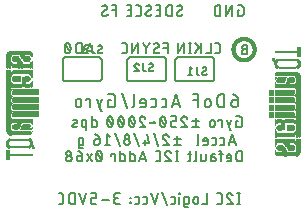
<source format=gbr>
G04 EAGLE Gerber RS-274X export*
G75*
%MOMM*%
%FSLAX34Y34*%
%LPD*%
%INSilkscreen Bottom*%
%IPPOS*%
%AMOC8*
5,1,8,0,0,1.08239X$1,22.5*%
G01*
%ADD10C,0.127000*%
%ADD11C,0.203200*%
%ADD12C,0.152400*%
%ADD13C,0.304800*%
%ADD14R,0.022863X0.462278*%
%ADD15R,0.022863X0.462281*%
%ADD16R,0.022863X0.436881*%
%ADD17R,0.023113X0.462278*%
%ADD18R,0.023113X0.462281*%
%ADD19R,0.023113X0.436881*%
%ADD20R,0.023116X0.462278*%
%ADD21R,0.023116X0.462281*%
%ADD22R,0.023116X0.436881*%
%ADD23R,0.023113X0.022863*%
%ADD24R,0.023116X0.091441*%
%ADD25R,0.023113X0.139700*%
%ADD26R,0.023116X0.185419*%
%ADD27R,0.023113X0.254000*%
%ADD28R,0.023113X0.299719*%
%ADD29R,0.023116X0.345438*%
%ADD30R,0.023113X0.391159*%
%ADD31R,0.023116X0.393700*%
%ADD32R,0.022863X0.325119*%
%ADD33R,0.022863X0.599438*%
%ADD34R,0.022863X0.622300*%
%ADD35R,0.022863X0.530859*%
%ADD36R,0.022863X0.439422*%
%ADD37R,0.022863X0.231138*%
%ADD38R,0.022863X0.071119*%
%ADD39R,0.022863X0.533400*%
%ADD40R,0.022863X0.208281*%
%ADD41R,0.023113X0.345441*%
%ADD42R,0.023113X0.576578*%
%ADD43R,0.023113X0.599438*%
%ADD44R,0.023113X0.508000*%
%ADD45R,0.023113X0.416563*%
%ADD46R,0.023113X0.208278*%
%ADD47R,0.023113X0.553722*%
%ADD48R,0.023113X0.208281*%
%ADD49R,0.023116X0.345441*%
%ADD50R,0.023116X0.530859*%
%ADD51R,0.023116X0.370841*%
%ADD52R,0.023116X0.162559*%
%ADD53R,0.023116X0.576581*%
%ADD54R,0.023116X0.208281*%
%ADD55R,0.023113X0.322578*%
%ADD56R,0.023113X0.485137*%
%ADD57R,0.023113X0.416559*%
%ADD58R,0.023113X0.347981*%
%ADD59R,0.023113X0.116838*%
%ADD60R,0.023113X0.647700*%
%ADD61R,0.023116X0.322581*%
%ADD62R,0.023116X0.485137*%
%ADD63R,0.023116X0.093978*%
%ADD64R,0.023116X0.231141*%
%ADD65R,0.023116X0.693419*%
%ADD66R,0.023113X0.322581*%
%ADD67R,0.023113X0.439419*%
%ADD68R,0.023113X0.370841*%
%ADD69R,0.023113X0.299722*%
%ADD70R,0.023113X0.045719*%
%ADD71R,0.023113X0.739138*%
%ADD72R,0.023113X0.414019*%
%ADD73R,0.023113X0.347978*%
%ADD74R,0.023113X0.762000*%
%ADD75R,0.023116X0.414019*%
%ADD76R,0.023116X0.182881*%
%ADD77R,0.023116X0.347978*%
%ADD78R,0.023116X0.276863*%
%ADD79R,0.023116X0.116841*%
%ADD80R,0.023116X0.276859*%
%ADD81R,0.023116X0.784863*%
%ADD82R,0.023113X0.325119*%
%ADD83R,0.023113X0.276863*%
%ADD84R,0.023113X0.276859*%
%ADD85R,0.023116X0.325119*%
%ADD86R,0.023116X0.391159*%
%ADD87R,0.023116X0.302259*%
%ADD88R,0.023116X0.254000*%
%ADD89R,0.023113X0.302259*%
%ADD90R,0.023113X0.393700*%
%ADD91R,0.023113X0.231141*%
%ADD92R,0.022863X0.302259*%
%ADD93R,0.022863X0.439419*%
%ADD94R,0.022863X0.368300*%
%ADD95R,0.022863X0.391159*%
%ADD96R,0.022863X0.416559*%
%ADD97R,0.022863X0.276863*%
%ADD98R,0.022863X0.205741*%
%ADD99R,0.023113X0.368300*%
%ADD100R,0.023113X0.205741*%
%ADD101R,0.023116X0.368300*%
%ADD102R,0.023116X0.205741*%
%ADD103R,0.023113X0.182881*%
%ADD104R,0.022863X0.276859*%
%ADD105R,0.022863X0.182881*%
%ADD106R,0.023113X0.924559*%
%ADD107R,0.023116X0.924559*%
%ADD108R,0.023113X0.901700*%
%ADD109R,0.023116X0.901700*%
%ADD110R,0.023113X0.878841*%
%ADD111R,0.023116X0.855981*%
%ADD112R,0.023113X0.833119*%
%ADD113R,0.022863X0.787400*%
%ADD114R,0.022863X0.414019*%
%ADD115R,0.022863X0.924559*%
%ADD116R,0.023113X0.739141*%
%ADD117R,0.023116X0.716281*%
%ADD118R,0.023116X0.299722*%
%ADD119R,0.023113X0.670559*%
%ADD120R,0.023116X0.647700*%
%ADD121R,0.023116X0.508000*%
%ADD122R,0.023116X0.299719*%
%ADD123R,0.023113X0.601981*%
%ADD124R,0.023113X0.530859*%
%ADD125R,0.023113X0.231138*%
%ADD126R,0.023113X0.556259*%
%ADD127R,0.023113X0.185419*%
%ADD128R,0.023116X0.533400*%
%ADD129R,0.023116X0.599438*%
%ADD130R,0.023116X0.416563*%
%ADD131R,0.023116X0.116838*%
%ADD132R,0.023113X0.485141*%
%ADD133R,0.023113X0.645159*%
%ADD134R,0.023113X0.716278*%
%ADD135R,0.022863X0.393700*%
%ADD136R,0.022863X0.762000*%
%ADD137R,0.022863X0.624841*%
%ADD138R,0.023113X0.784859*%
%ADD139R,0.023113X0.693422*%
%ADD140R,0.023116X0.830578*%
%ADD141R,0.023116X0.739141*%
%ADD142R,0.023113X0.876300*%
%ADD143R,0.023113X0.807722*%
%ADD144R,0.023116X0.899159*%
%ADD145R,0.023116X0.878841*%
%ADD146R,0.023113X0.922019*%
%ADD147R,0.023113X0.947419*%
%ADD148R,0.023116X0.970278*%
%ADD149R,0.023113X0.970278*%
%ADD150R,0.023116X0.439419*%
%ADD151R,0.022863X0.299722*%
%ADD152R,0.023116X0.416559*%
%ADD153R,0.023116X0.347981*%
%ADD154R,0.023113X0.137159*%
%ADD155R,0.023113X0.093978*%
%ADD156R,0.023113X0.091441*%
%ADD157R,0.023113X0.093981*%
%ADD158R,0.023113X0.114300*%
%ADD159R,0.023116X0.045719*%
%ADD160R,0.023116X0.045722*%
%ADD161R,0.023113X0.071119*%
%ADD162R,0.023113X0.116841*%
%ADD163R,0.023116X0.139700*%
%ADD164R,0.022863X0.322581*%
%ADD165R,0.022863X0.345441*%
%ADD166R,0.022863X0.162559*%
%ADD167R,0.022863X0.576581*%
%ADD168R,0.023113X0.668019*%
%ADD169R,0.023113X0.533400*%
%ADD170R,0.023116X1.455419*%
%ADD171R,0.023116X5.519419*%
%ADD172R,0.023113X1.455419*%
%ADD173R,0.023113X5.519419*%
%ADD174R,0.023116X5.494019*%
%ADD175R,0.023113X1.430019*%
%ADD176R,0.023113X5.494019*%
%ADD177R,0.023116X1.430019*%
%ADD178R,0.023116X5.471159*%
%ADD179R,0.023116X0.762000*%
%ADD180R,0.023113X1.407159*%
%ADD181R,0.023113X5.471159*%
%ADD182R,0.022863X1.384300*%
%ADD183R,0.022863X5.448300*%
%ADD184R,0.022863X0.716278*%
%ADD185R,0.022863X0.878841*%
%ADD186R,0.023113X1.361438*%
%ADD187R,0.023113X5.425438*%
%ADD188R,0.023116X1.338578*%
%ADD189R,0.023116X5.402578*%
%ADD190R,0.023116X0.624841*%
%ADD191R,0.023113X1.292859*%
%ADD192R,0.023113X5.356859*%
%ADD193R,0.023116X1.224278*%
%ADD194R,0.023116X5.288278*%


D10*
X146197Y165171D02*
X146199Y165085D01*
X146205Y164999D01*
X146214Y164913D01*
X146227Y164828D01*
X146244Y164743D01*
X146264Y164660D01*
X146288Y164577D01*
X146316Y164495D01*
X146347Y164415D01*
X146382Y164336D01*
X146420Y164259D01*
X146462Y164183D01*
X146506Y164109D01*
X146554Y164038D01*
X146605Y163968D01*
X146659Y163901D01*
X146716Y163836D01*
X146776Y163774D01*
X146838Y163714D01*
X146903Y163657D01*
X146970Y163603D01*
X147040Y163552D01*
X147111Y163504D01*
X147185Y163460D01*
X147261Y163418D01*
X147338Y163380D01*
X147417Y163345D01*
X147497Y163314D01*
X147579Y163286D01*
X147662Y163262D01*
X147745Y163242D01*
X147830Y163225D01*
X147915Y163212D01*
X148001Y163203D01*
X148087Y163197D01*
X148173Y163195D01*
X148300Y163197D01*
X148426Y163203D01*
X148553Y163212D01*
X148679Y163226D01*
X148804Y163243D01*
X148929Y163264D01*
X149053Y163289D01*
X149177Y163318D01*
X149299Y163350D01*
X149421Y163386D01*
X149541Y163426D01*
X149660Y163469D01*
X149778Y163516D01*
X149894Y163567D01*
X150009Y163621D01*
X150122Y163678D01*
X150233Y163739D01*
X150342Y163803D01*
X150449Y163871D01*
X150555Y163941D01*
X150658Y164015D01*
X150758Y164092D01*
X150856Y164172D01*
X150952Y164255D01*
X151046Y164341D01*
X151136Y164430D01*
X150889Y170109D02*
X150887Y170195D01*
X150881Y170281D01*
X150872Y170367D01*
X150859Y170452D01*
X150842Y170537D01*
X150822Y170620D01*
X150798Y170703D01*
X150770Y170785D01*
X150739Y170865D01*
X150704Y170944D01*
X150666Y171021D01*
X150624Y171097D01*
X150580Y171171D01*
X150532Y171242D01*
X150481Y171312D01*
X150427Y171379D01*
X150370Y171444D01*
X150310Y171506D01*
X150248Y171566D01*
X150183Y171623D01*
X150116Y171677D01*
X150046Y171728D01*
X149975Y171776D01*
X149901Y171820D01*
X149825Y171862D01*
X149748Y171900D01*
X149669Y171935D01*
X149589Y171966D01*
X149507Y171994D01*
X149424Y172018D01*
X149341Y172038D01*
X149256Y172055D01*
X149171Y172068D01*
X149085Y172077D01*
X148999Y172083D01*
X148913Y172085D01*
X148794Y172083D01*
X148675Y172077D01*
X148556Y172068D01*
X148438Y172054D01*
X148320Y172037D01*
X148202Y172016D01*
X148086Y171991D01*
X147970Y171963D01*
X147855Y171931D01*
X147742Y171895D01*
X147629Y171855D01*
X147518Y171812D01*
X147408Y171766D01*
X147300Y171716D01*
X147194Y171662D01*
X147089Y171605D01*
X146987Y171545D01*
X146886Y171481D01*
X146787Y171414D01*
X146691Y171344D01*
X149900Y168381D02*
X149974Y168426D01*
X150046Y168475D01*
X150116Y168527D01*
X150183Y168582D01*
X150248Y168640D01*
X150310Y168700D01*
X150370Y168763D01*
X150426Y168829D01*
X150480Y168897D01*
X150531Y168967D01*
X150579Y169039D01*
X150624Y169114D01*
X150665Y169190D01*
X150703Y169268D01*
X150738Y169348D01*
X150769Y169429D01*
X150797Y169511D01*
X150821Y169594D01*
X150841Y169678D01*
X150858Y169764D01*
X150871Y169849D01*
X150880Y169936D01*
X150886Y170022D01*
X150888Y170109D01*
X147185Y166899D02*
X147111Y166854D01*
X147039Y166805D01*
X146969Y166753D01*
X146902Y166698D01*
X146837Y166640D01*
X146775Y166580D01*
X146716Y166517D01*
X146659Y166451D01*
X146605Y166383D01*
X146554Y166313D01*
X146506Y166241D01*
X146461Y166166D01*
X146420Y166090D01*
X146382Y166012D01*
X146347Y165932D01*
X146316Y165851D01*
X146288Y165769D01*
X146264Y165686D01*
X146244Y165602D01*
X146227Y165516D01*
X146214Y165431D01*
X146205Y165344D01*
X146199Y165258D01*
X146197Y165171D01*
X147185Y166899D02*
X149901Y168381D01*
X141992Y172085D02*
X141992Y163195D01*
X141992Y172085D02*
X139522Y172085D01*
X139425Y172083D01*
X139328Y172077D01*
X139232Y172068D01*
X139136Y172055D01*
X139040Y172038D01*
X138946Y172017D01*
X138852Y171992D01*
X138759Y171964D01*
X138667Y171932D01*
X138577Y171897D01*
X138488Y171858D01*
X138401Y171816D01*
X138316Y171770D01*
X138232Y171721D01*
X138150Y171669D01*
X138071Y171613D01*
X137993Y171555D01*
X137919Y171493D01*
X137846Y171429D01*
X137776Y171362D01*
X137709Y171292D01*
X137645Y171219D01*
X137583Y171145D01*
X137525Y171067D01*
X137469Y170988D01*
X137417Y170906D01*
X137368Y170822D01*
X137322Y170737D01*
X137280Y170650D01*
X137241Y170561D01*
X137206Y170471D01*
X137174Y170379D01*
X137146Y170286D01*
X137121Y170192D01*
X137100Y170098D01*
X137083Y170002D01*
X137070Y169906D01*
X137061Y169810D01*
X137055Y169713D01*
X137053Y169616D01*
X137053Y165664D01*
X137055Y165567D01*
X137061Y165470D01*
X137070Y165374D01*
X137083Y165278D01*
X137100Y165182D01*
X137121Y165088D01*
X137146Y164994D01*
X137174Y164901D01*
X137206Y164809D01*
X137241Y164719D01*
X137280Y164630D01*
X137322Y164543D01*
X137368Y164458D01*
X137417Y164374D01*
X137469Y164292D01*
X137525Y164213D01*
X137583Y164135D01*
X137645Y164061D01*
X137709Y163988D01*
X137776Y163918D01*
X137846Y163851D01*
X137919Y163787D01*
X137993Y163725D01*
X138071Y163667D01*
X138150Y163611D01*
X138232Y163559D01*
X138316Y163510D01*
X138401Y163464D01*
X138488Y163422D01*
X138577Y163383D01*
X138667Y163348D01*
X138759Y163316D01*
X138852Y163288D01*
X138946Y163263D01*
X139040Y163242D01*
X139136Y163225D01*
X139232Y163212D01*
X139328Y163203D01*
X139425Y163197D01*
X139522Y163195D01*
X141992Y163195D01*
X132215Y163195D02*
X128264Y163195D01*
X132215Y163195D02*
X132215Y172085D01*
X128264Y172085D01*
X129252Y168134D02*
X132215Y168134D01*
X121706Y163195D02*
X121620Y163197D01*
X121534Y163203D01*
X121448Y163212D01*
X121363Y163225D01*
X121278Y163242D01*
X121195Y163262D01*
X121112Y163286D01*
X121030Y163314D01*
X120950Y163345D01*
X120871Y163380D01*
X120794Y163418D01*
X120718Y163460D01*
X120644Y163504D01*
X120573Y163552D01*
X120503Y163603D01*
X120436Y163657D01*
X120371Y163714D01*
X120309Y163774D01*
X120249Y163836D01*
X120192Y163901D01*
X120138Y163968D01*
X120087Y164038D01*
X120039Y164109D01*
X119995Y164183D01*
X119953Y164259D01*
X119915Y164336D01*
X119880Y164415D01*
X119849Y164495D01*
X119821Y164577D01*
X119797Y164660D01*
X119777Y164743D01*
X119760Y164828D01*
X119747Y164913D01*
X119738Y164999D01*
X119732Y165085D01*
X119730Y165171D01*
X121706Y163195D02*
X121833Y163197D01*
X121959Y163203D01*
X122086Y163212D01*
X122212Y163226D01*
X122337Y163243D01*
X122462Y163264D01*
X122586Y163289D01*
X122710Y163318D01*
X122832Y163350D01*
X122954Y163386D01*
X123074Y163426D01*
X123193Y163469D01*
X123311Y163516D01*
X123427Y163567D01*
X123542Y163621D01*
X123655Y163678D01*
X123766Y163739D01*
X123875Y163803D01*
X123982Y163871D01*
X124088Y163941D01*
X124191Y164015D01*
X124291Y164092D01*
X124389Y164172D01*
X124485Y164255D01*
X124579Y164341D01*
X124669Y164430D01*
X124423Y170109D02*
X124421Y170195D01*
X124415Y170281D01*
X124406Y170367D01*
X124393Y170452D01*
X124376Y170537D01*
X124356Y170620D01*
X124332Y170703D01*
X124304Y170785D01*
X124273Y170865D01*
X124238Y170944D01*
X124200Y171021D01*
X124158Y171097D01*
X124114Y171171D01*
X124066Y171242D01*
X124015Y171312D01*
X123961Y171379D01*
X123904Y171444D01*
X123844Y171506D01*
X123782Y171566D01*
X123717Y171623D01*
X123650Y171677D01*
X123580Y171728D01*
X123509Y171776D01*
X123435Y171820D01*
X123359Y171862D01*
X123282Y171900D01*
X123203Y171935D01*
X123123Y171966D01*
X123041Y171994D01*
X122958Y172018D01*
X122875Y172038D01*
X122790Y172055D01*
X122705Y172068D01*
X122619Y172077D01*
X122533Y172083D01*
X122447Y172085D01*
X122328Y172083D01*
X122209Y172077D01*
X122090Y172068D01*
X121972Y172054D01*
X121854Y172037D01*
X121736Y172016D01*
X121620Y171991D01*
X121504Y171963D01*
X121389Y171931D01*
X121276Y171895D01*
X121163Y171855D01*
X121052Y171812D01*
X120942Y171766D01*
X120834Y171716D01*
X120728Y171662D01*
X120623Y171605D01*
X120521Y171545D01*
X120420Y171481D01*
X120321Y171414D01*
X120225Y171344D01*
X123434Y168381D02*
X123508Y168426D01*
X123580Y168475D01*
X123650Y168527D01*
X123717Y168582D01*
X123782Y168640D01*
X123844Y168700D01*
X123904Y168763D01*
X123960Y168829D01*
X124014Y168897D01*
X124065Y168967D01*
X124113Y169039D01*
X124158Y169114D01*
X124199Y169190D01*
X124237Y169268D01*
X124272Y169348D01*
X124303Y169429D01*
X124331Y169511D01*
X124355Y169594D01*
X124375Y169678D01*
X124392Y169764D01*
X124405Y169849D01*
X124414Y169936D01*
X124420Y170022D01*
X124422Y170109D01*
X120719Y166899D02*
X120645Y166854D01*
X120573Y166805D01*
X120503Y166753D01*
X120436Y166698D01*
X120371Y166640D01*
X120309Y166580D01*
X120250Y166517D01*
X120193Y166451D01*
X120139Y166383D01*
X120088Y166313D01*
X120040Y166241D01*
X119995Y166166D01*
X119954Y166090D01*
X119916Y166012D01*
X119881Y165932D01*
X119850Y165851D01*
X119822Y165769D01*
X119798Y165686D01*
X119778Y165602D01*
X119761Y165516D01*
X119748Y165431D01*
X119739Y165344D01*
X119733Y165258D01*
X119731Y165171D01*
X120718Y166899D02*
X123434Y168381D01*
X113888Y163195D02*
X111913Y163195D01*
X113888Y163195D02*
X113974Y163197D01*
X114060Y163203D01*
X114146Y163212D01*
X114231Y163225D01*
X114316Y163242D01*
X114399Y163262D01*
X114482Y163286D01*
X114564Y163314D01*
X114644Y163345D01*
X114723Y163380D01*
X114800Y163418D01*
X114876Y163460D01*
X114950Y163504D01*
X115021Y163552D01*
X115091Y163603D01*
X115158Y163657D01*
X115223Y163714D01*
X115285Y163774D01*
X115345Y163836D01*
X115402Y163901D01*
X115456Y163968D01*
X115507Y164038D01*
X115555Y164109D01*
X115599Y164183D01*
X115641Y164259D01*
X115679Y164336D01*
X115714Y164415D01*
X115745Y164495D01*
X115773Y164577D01*
X115797Y164660D01*
X115817Y164743D01*
X115834Y164828D01*
X115847Y164913D01*
X115856Y164999D01*
X115862Y165085D01*
X115864Y165171D01*
X115864Y170109D01*
X115862Y170198D01*
X115856Y170286D01*
X115846Y170374D01*
X115832Y170462D01*
X115814Y170549D01*
X115793Y170635D01*
X115767Y170720D01*
X115738Y170803D01*
X115705Y170886D01*
X115668Y170966D01*
X115628Y171045D01*
X115584Y171122D01*
X115537Y171198D01*
X115487Y171270D01*
X115433Y171341D01*
X115376Y171409D01*
X115316Y171475D01*
X115254Y171537D01*
X115188Y171597D01*
X115120Y171654D01*
X115049Y171708D01*
X114977Y171758D01*
X114902Y171805D01*
X114824Y171849D01*
X114745Y171889D01*
X114665Y171926D01*
X114582Y171959D01*
X114499Y171988D01*
X114414Y172014D01*
X114328Y172035D01*
X114241Y172053D01*
X114153Y172067D01*
X114065Y172077D01*
X113977Y172083D01*
X113888Y172085D01*
X111913Y172085D01*
X107882Y163195D02*
X103931Y163195D01*
X107882Y163195D02*
X107882Y172085D01*
X103931Y172085D01*
X104919Y168134D02*
X107882Y168134D01*
X95015Y172085D02*
X95015Y163195D01*
X95015Y172085D02*
X91064Y172085D01*
X91064Y168134D02*
X95015Y168134D01*
X84760Y163195D02*
X84674Y163197D01*
X84588Y163203D01*
X84502Y163212D01*
X84417Y163225D01*
X84332Y163242D01*
X84249Y163262D01*
X84166Y163286D01*
X84084Y163314D01*
X84004Y163345D01*
X83925Y163380D01*
X83848Y163418D01*
X83772Y163460D01*
X83698Y163504D01*
X83627Y163552D01*
X83557Y163603D01*
X83490Y163657D01*
X83425Y163714D01*
X83363Y163774D01*
X83303Y163836D01*
X83246Y163901D01*
X83192Y163968D01*
X83141Y164038D01*
X83093Y164109D01*
X83049Y164183D01*
X83007Y164259D01*
X82969Y164336D01*
X82934Y164415D01*
X82903Y164495D01*
X82875Y164577D01*
X82851Y164660D01*
X82831Y164743D01*
X82814Y164828D01*
X82801Y164913D01*
X82792Y164999D01*
X82786Y165085D01*
X82784Y165171D01*
X84760Y163195D02*
X84887Y163197D01*
X85013Y163203D01*
X85140Y163212D01*
X85266Y163226D01*
X85391Y163243D01*
X85516Y163264D01*
X85640Y163289D01*
X85764Y163318D01*
X85886Y163350D01*
X86008Y163386D01*
X86128Y163426D01*
X86247Y163469D01*
X86365Y163516D01*
X86481Y163567D01*
X86596Y163621D01*
X86709Y163678D01*
X86820Y163739D01*
X86929Y163803D01*
X87036Y163871D01*
X87142Y163941D01*
X87245Y164015D01*
X87345Y164092D01*
X87443Y164172D01*
X87539Y164255D01*
X87633Y164341D01*
X87723Y164430D01*
X87477Y170109D02*
X87475Y170195D01*
X87469Y170281D01*
X87460Y170367D01*
X87447Y170452D01*
X87430Y170537D01*
X87410Y170620D01*
X87386Y170703D01*
X87358Y170785D01*
X87327Y170865D01*
X87292Y170944D01*
X87254Y171021D01*
X87212Y171097D01*
X87168Y171171D01*
X87120Y171242D01*
X87069Y171312D01*
X87015Y171379D01*
X86958Y171444D01*
X86898Y171506D01*
X86836Y171566D01*
X86771Y171623D01*
X86704Y171677D01*
X86634Y171728D01*
X86563Y171776D01*
X86489Y171820D01*
X86413Y171862D01*
X86336Y171900D01*
X86257Y171935D01*
X86177Y171966D01*
X86095Y171994D01*
X86012Y172018D01*
X85929Y172038D01*
X85844Y172055D01*
X85759Y172068D01*
X85673Y172077D01*
X85587Y172083D01*
X85501Y172085D01*
X85382Y172083D01*
X85263Y172077D01*
X85144Y172068D01*
X85026Y172054D01*
X84908Y172037D01*
X84790Y172016D01*
X84674Y171991D01*
X84558Y171963D01*
X84443Y171931D01*
X84330Y171895D01*
X84217Y171855D01*
X84106Y171812D01*
X83996Y171766D01*
X83888Y171716D01*
X83782Y171662D01*
X83677Y171605D01*
X83575Y171545D01*
X83474Y171481D01*
X83375Y171414D01*
X83279Y171344D01*
X86488Y168381D02*
X86562Y168426D01*
X86634Y168475D01*
X86704Y168527D01*
X86771Y168582D01*
X86836Y168640D01*
X86898Y168700D01*
X86958Y168763D01*
X87014Y168829D01*
X87068Y168897D01*
X87119Y168967D01*
X87167Y169039D01*
X87212Y169114D01*
X87253Y169190D01*
X87291Y169268D01*
X87326Y169348D01*
X87357Y169429D01*
X87385Y169511D01*
X87409Y169594D01*
X87429Y169678D01*
X87446Y169764D01*
X87459Y169849D01*
X87468Y169936D01*
X87474Y170022D01*
X87476Y170109D01*
X83773Y166899D02*
X83699Y166854D01*
X83627Y166805D01*
X83557Y166753D01*
X83490Y166698D01*
X83425Y166640D01*
X83363Y166580D01*
X83304Y166517D01*
X83247Y166451D01*
X83193Y166383D01*
X83142Y166313D01*
X83094Y166241D01*
X83049Y166166D01*
X83008Y166090D01*
X82970Y166012D01*
X82935Y165932D01*
X82904Y165851D01*
X82876Y165769D01*
X82852Y165686D01*
X82832Y165602D01*
X82815Y165516D01*
X82802Y165431D01*
X82793Y165344D01*
X82787Y165258D01*
X82785Y165171D01*
X83772Y166899D02*
X86489Y168381D01*
X197784Y168134D02*
X199266Y168134D01*
X197784Y168134D02*
X197784Y163195D01*
X200747Y163195D01*
X200833Y163197D01*
X200919Y163203D01*
X201005Y163212D01*
X201090Y163225D01*
X201175Y163242D01*
X201258Y163262D01*
X201341Y163286D01*
X201423Y163314D01*
X201503Y163345D01*
X201582Y163380D01*
X201659Y163418D01*
X201735Y163460D01*
X201809Y163504D01*
X201880Y163552D01*
X201950Y163603D01*
X202017Y163657D01*
X202082Y163714D01*
X202144Y163774D01*
X202204Y163836D01*
X202261Y163901D01*
X202315Y163968D01*
X202366Y164038D01*
X202414Y164109D01*
X202458Y164183D01*
X202500Y164259D01*
X202538Y164336D01*
X202573Y164415D01*
X202604Y164495D01*
X202632Y164577D01*
X202656Y164660D01*
X202676Y164743D01*
X202693Y164828D01*
X202706Y164913D01*
X202715Y164999D01*
X202721Y165085D01*
X202723Y165171D01*
X202723Y170109D01*
X202721Y170198D01*
X202715Y170286D01*
X202705Y170374D01*
X202691Y170462D01*
X202673Y170549D01*
X202652Y170635D01*
X202626Y170720D01*
X202597Y170803D01*
X202564Y170886D01*
X202527Y170966D01*
X202487Y171045D01*
X202443Y171122D01*
X202396Y171198D01*
X202346Y171270D01*
X202292Y171341D01*
X202235Y171409D01*
X202175Y171475D01*
X202113Y171537D01*
X202047Y171597D01*
X201979Y171654D01*
X201908Y171708D01*
X201836Y171758D01*
X201761Y171805D01*
X201683Y171849D01*
X201604Y171889D01*
X201524Y171926D01*
X201441Y171959D01*
X201358Y171988D01*
X201273Y172014D01*
X201187Y172035D01*
X201100Y172053D01*
X201012Y172067D01*
X200924Y172077D01*
X200836Y172083D01*
X200747Y172085D01*
X197784Y172085D01*
X192969Y172085D02*
X192969Y163195D01*
X188031Y163195D02*
X192969Y172085D01*
X188031Y172085D02*
X188031Y163195D01*
X183216Y163195D02*
X183216Y172085D01*
X180746Y172085D01*
X180649Y172083D01*
X180552Y172077D01*
X180456Y172068D01*
X180360Y172055D01*
X180264Y172038D01*
X180170Y172017D01*
X180076Y171992D01*
X179983Y171964D01*
X179891Y171932D01*
X179801Y171897D01*
X179712Y171858D01*
X179625Y171816D01*
X179540Y171770D01*
X179456Y171721D01*
X179374Y171669D01*
X179295Y171613D01*
X179217Y171555D01*
X179143Y171493D01*
X179070Y171429D01*
X179000Y171362D01*
X178933Y171292D01*
X178869Y171219D01*
X178807Y171145D01*
X178749Y171067D01*
X178693Y170988D01*
X178641Y170906D01*
X178592Y170822D01*
X178546Y170737D01*
X178504Y170650D01*
X178465Y170561D01*
X178430Y170471D01*
X178398Y170379D01*
X178370Y170286D01*
X178345Y170192D01*
X178324Y170098D01*
X178307Y170002D01*
X178294Y169906D01*
X178285Y169810D01*
X178279Y169713D01*
X178277Y169616D01*
X178277Y165664D01*
X178279Y165567D01*
X178285Y165470D01*
X178294Y165374D01*
X178307Y165278D01*
X178324Y165182D01*
X178345Y165088D01*
X178370Y164994D01*
X178398Y164901D01*
X178430Y164809D01*
X178465Y164719D01*
X178504Y164630D01*
X178546Y164543D01*
X178592Y164458D01*
X178641Y164374D01*
X178693Y164292D01*
X178749Y164213D01*
X178807Y164135D01*
X178869Y164061D01*
X178933Y163988D01*
X179000Y163918D01*
X179070Y163851D01*
X179143Y163787D01*
X179217Y163725D01*
X179295Y163667D01*
X179374Y163611D01*
X179456Y163559D01*
X179540Y163510D01*
X179625Y163464D01*
X179712Y163422D01*
X179801Y163383D01*
X179891Y163348D01*
X179983Y163316D01*
X180076Y163288D01*
X180170Y163263D01*
X180264Y163242D01*
X180360Y163225D01*
X180456Y163212D01*
X180552Y163203D01*
X180649Y163197D01*
X180746Y163195D01*
X183216Y163195D01*
X180851Y131445D02*
X178875Y131445D01*
X180851Y131445D02*
X180937Y131447D01*
X181023Y131453D01*
X181109Y131462D01*
X181194Y131475D01*
X181279Y131492D01*
X181362Y131512D01*
X181445Y131536D01*
X181527Y131564D01*
X181607Y131595D01*
X181686Y131630D01*
X181763Y131668D01*
X181839Y131710D01*
X181913Y131754D01*
X181984Y131802D01*
X182054Y131853D01*
X182121Y131907D01*
X182186Y131964D01*
X182248Y132024D01*
X182308Y132086D01*
X182365Y132151D01*
X182419Y132218D01*
X182470Y132288D01*
X182518Y132359D01*
X182562Y132433D01*
X182604Y132509D01*
X182642Y132586D01*
X182677Y132665D01*
X182708Y132745D01*
X182736Y132827D01*
X182760Y132910D01*
X182780Y132993D01*
X182797Y133078D01*
X182810Y133163D01*
X182819Y133249D01*
X182825Y133335D01*
X182827Y133421D01*
X182826Y133421D02*
X182826Y138359D01*
X182827Y138359D02*
X182825Y138448D01*
X182819Y138536D01*
X182809Y138624D01*
X182795Y138712D01*
X182777Y138799D01*
X182756Y138885D01*
X182730Y138970D01*
X182701Y139053D01*
X182668Y139136D01*
X182631Y139216D01*
X182591Y139295D01*
X182547Y139372D01*
X182500Y139448D01*
X182450Y139520D01*
X182396Y139591D01*
X182339Y139659D01*
X182279Y139725D01*
X182217Y139787D01*
X182151Y139847D01*
X182083Y139904D01*
X182012Y139958D01*
X181940Y140008D01*
X181865Y140055D01*
X181787Y140099D01*
X181708Y140139D01*
X181628Y140176D01*
X181545Y140209D01*
X181462Y140238D01*
X181377Y140264D01*
X181291Y140285D01*
X181204Y140303D01*
X181116Y140317D01*
X181028Y140327D01*
X180940Y140333D01*
X180851Y140335D01*
X178875Y140335D01*
X174844Y140335D02*
X174844Y131445D01*
X170893Y131445D01*
X166769Y131445D02*
X166769Y140335D01*
X161830Y140335D02*
X166769Y134902D01*
X164794Y136878D02*
X161830Y131445D01*
X157463Y131445D02*
X157463Y140335D01*
X158451Y131445D02*
X156475Y131445D01*
X156475Y140335D02*
X158451Y140335D01*
X152313Y140335D02*
X152313Y131445D01*
X147374Y131445D02*
X152313Y140335D01*
X147374Y140335D02*
X147374Y131445D01*
X138853Y131445D02*
X138853Y140335D01*
X134902Y140335D01*
X134902Y136384D02*
X138853Y136384D01*
X128598Y131445D02*
X128512Y131447D01*
X128426Y131453D01*
X128340Y131462D01*
X128255Y131475D01*
X128170Y131492D01*
X128087Y131512D01*
X128004Y131536D01*
X127922Y131564D01*
X127842Y131595D01*
X127763Y131630D01*
X127686Y131668D01*
X127610Y131710D01*
X127536Y131754D01*
X127465Y131802D01*
X127395Y131853D01*
X127328Y131907D01*
X127263Y131964D01*
X127201Y132024D01*
X127141Y132086D01*
X127084Y132151D01*
X127030Y132218D01*
X126979Y132288D01*
X126931Y132359D01*
X126887Y132433D01*
X126845Y132509D01*
X126807Y132586D01*
X126772Y132665D01*
X126741Y132745D01*
X126713Y132827D01*
X126689Y132910D01*
X126669Y132993D01*
X126652Y133078D01*
X126639Y133163D01*
X126630Y133249D01*
X126624Y133335D01*
X126622Y133421D01*
X128598Y131445D02*
X128725Y131447D01*
X128851Y131453D01*
X128978Y131462D01*
X129104Y131476D01*
X129229Y131493D01*
X129354Y131514D01*
X129478Y131539D01*
X129602Y131568D01*
X129724Y131600D01*
X129846Y131636D01*
X129966Y131676D01*
X130085Y131719D01*
X130203Y131766D01*
X130319Y131817D01*
X130434Y131871D01*
X130547Y131928D01*
X130658Y131989D01*
X130767Y132053D01*
X130874Y132121D01*
X130980Y132191D01*
X131083Y132265D01*
X131183Y132342D01*
X131281Y132422D01*
X131377Y132505D01*
X131471Y132591D01*
X131561Y132680D01*
X131314Y138359D02*
X131312Y138445D01*
X131306Y138531D01*
X131297Y138617D01*
X131284Y138702D01*
X131267Y138787D01*
X131247Y138870D01*
X131223Y138953D01*
X131195Y139035D01*
X131164Y139115D01*
X131129Y139194D01*
X131091Y139271D01*
X131049Y139347D01*
X131005Y139421D01*
X130957Y139492D01*
X130906Y139562D01*
X130852Y139629D01*
X130795Y139694D01*
X130735Y139756D01*
X130673Y139816D01*
X130608Y139873D01*
X130541Y139927D01*
X130471Y139978D01*
X130400Y140026D01*
X130326Y140070D01*
X130250Y140112D01*
X130173Y140150D01*
X130094Y140185D01*
X130014Y140216D01*
X129932Y140244D01*
X129849Y140268D01*
X129766Y140288D01*
X129681Y140305D01*
X129596Y140318D01*
X129510Y140327D01*
X129424Y140333D01*
X129338Y140335D01*
X129219Y140333D01*
X129100Y140327D01*
X128981Y140318D01*
X128863Y140304D01*
X128745Y140287D01*
X128627Y140266D01*
X128511Y140241D01*
X128395Y140213D01*
X128280Y140181D01*
X128167Y140145D01*
X128054Y140105D01*
X127943Y140062D01*
X127833Y140016D01*
X127725Y139966D01*
X127619Y139912D01*
X127514Y139855D01*
X127412Y139795D01*
X127311Y139731D01*
X127212Y139664D01*
X127116Y139594D01*
X130325Y136631D02*
X130399Y136676D01*
X130471Y136725D01*
X130541Y136777D01*
X130608Y136832D01*
X130673Y136890D01*
X130735Y136950D01*
X130795Y137013D01*
X130851Y137079D01*
X130905Y137147D01*
X130956Y137217D01*
X131004Y137289D01*
X131049Y137364D01*
X131090Y137440D01*
X131128Y137518D01*
X131163Y137598D01*
X131194Y137679D01*
X131222Y137761D01*
X131246Y137844D01*
X131266Y137928D01*
X131283Y138014D01*
X131296Y138099D01*
X131305Y138186D01*
X131311Y138272D01*
X131313Y138359D01*
X127610Y135149D02*
X127536Y135104D01*
X127464Y135055D01*
X127394Y135003D01*
X127327Y134948D01*
X127262Y134890D01*
X127200Y134830D01*
X127141Y134767D01*
X127084Y134701D01*
X127030Y134633D01*
X126979Y134563D01*
X126931Y134491D01*
X126886Y134416D01*
X126845Y134340D01*
X126807Y134262D01*
X126772Y134182D01*
X126741Y134101D01*
X126713Y134019D01*
X126689Y133936D01*
X126669Y133852D01*
X126652Y133766D01*
X126639Y133681D01*
X126630Y133594D01*
X126624Y133508D01*
X126622Y133421D01*
X127610Y135149D02*
X130326Y136631D01*
X123216Y140335D02*
X120252Y136137D01*
X117289Y140335D01*
X120252Y136137D02*
X120252Y131445D01*
X113273Y131445D02*
X113273Y140335D01*
X108334Y131445D01*
X108334Y140335D01*
X101883Y131445D02*
X99907Y131445D01*
X101883Y131445D02*
X101969Y131447D01*
X102055Y131453D01*
X102141Y131462D01*
X102226Y131475D01*
X102311Y131492D01*
X102394Y131512D01*
X102477Y131536D01*
X102559Y131564D01*
X102639Y131595D01*
X102718Y131630D01*
X102795Y131668D01*
X102871Y131710D01*
X102945Y131754D01*
X103016Y131802D01*
X103086Y131853D01*
X103153Y131907D01*
X103218Y131964D01*
X103280Y132024D01*
X103340Y132086D01*
X103397Y132151D01*
X103451Y132218D01*
X103502Y132288D01*
X103550Y132359D01*
X103594Y132433D01*
X103636Y132509D01*
X103674Y132586D01*
X103709Y132665D01*
X103740Y132745D01*
X103768Y132827D01*
X103792Y132910D01*
X103812Y132993D01*
X103829Y133078D01*
X103842Y133163D01*
X103851Y133249D01*
X103857Y133335D01*
X103859Y133421D01*
X103858Y133421D02*
X103858Y138359D01*
X103859Y138359D02*
X103857Y138448D01*
X103851Y138536D01*
X103841Y138624D01*
X103827Y138712D01*
X103809Y138799D01*
X103788Y138885D01*
X103762Y138970D01*
X103733Y139053D01*
X103700Y139136D01*
X103663Y139216D01*
X103623Y139295D01*
X103579Y139372D01*
X103532Y139448D01*
X103482Y139520D01*
X103428Y139591D01*
X103371Y139659D01*
X103311Y139725D01*
X103249Y139787D01*
X103183Y139847D01*
X103115Y139904D01*
X103044Y139958D01*
X102972Y140008D01*
X102897Y140055D01*
X102819Y140099D01*
X102740Y140139D01*
X102660Y140176D01*
X102577Y140209D01*
X102494Y140238D01*
X102409Y140264D01*
X102323Y140285D01*
X102236Y140303D01*
X102148Y140317D01*
X102060Y140327D01*
X101972Y140333D01*
X101883Y140335D01*
X99907Y140335D01*
X193024Y62865D02*
X195987Y53975D01*
X190060Y53975D02*
X193024Y62865D01*
X190801Y56198D02*
X195246Y56198D01*
X184970Y53975D02*
X182994Y53975D01*
X184970Y53975D02*
X185045Y53977D01*
X185120Y53983D01*
X185194Y53992D01*
X185268Y54005D01*
X185341Y54022D01*
X185414Y54043D01*
X185485Y54067D01*
X185554Y54095D01*
X185623Y54126D01*
X185689Y54161D01*
X185754Y54199D01*
X185817Y54241D01*
X185877Y54285D01*
X185935Y54333D01*
X185991Y54383D01*
X186044Y54436D01*
X186094Y54492D01*
X186142Y54550D01*
X186186Y54610D01*
X186228Y54673D01*
X186266Y54738D01*
X186301Y54804D01*
X186332Y54873D01*
X186360Y54942D01*
X186384Y55013D01*
X186405Y55086D01*
X186422Y55159D01*
X186435Y55233D01*
X186444Y55307D01*
X186450Y55382D01*
X186452Y55457D01*
X186451Y55457D02*
X186451Y58420D01*
X186452Y58420D02*
X186450Y58495D01*
X186444Y58570D01*
X186435Y58644D01*
X186422Y58718D01*
X186405Y58791D01*
X186384Y58864D01*
X186360Y58935D01*
X186332Y59004D01*
X186301Y59073D01*
X186266Y59139D01*
X186228Y59204D01*
X186186Y59267D01*
X186142Y59327D01*
X186094Y59385D01*
X186044Y59441D01*
X185991Y59494D01*
X185935Y59544D01*
X185877Y59592D01*
X185817Y59636D01*
X185754Y59678D01*
X185689Y59716D01*
X185623Y59751D01*
X185554Y59782D01*
X185485Y59810D01*
X185414Y59834D01*
X185341Y59855D01*
X185268Y59872D01*
X185194Y59885D01*
X185120Y59894D01*
X185045Y59900D01*
X184970Y59902D01*
X182994Y59902D01*
X177959Y53975D02*
X175984Y53975D01*
X177959Y53975D02*
X178034Y53977D01*
X178109Y53983D01*
X178183Y53992D01*
X178257Y54005D01*
X178330Y54022D01*
X178403Y54043D01*
X178474Y54067D01*
X178543Y54095D01*
X178612Y54126D01*
X178678Y54161D01*
X178743Y54199D01*
X178806Y54241D01*
X178866Y54285D01*
X178924Y54333D01*
X178980Y54383D01*
X179033Y54436D01*
X179083Y54492D01*
X179131Y54550D01*
X179175Y54610D01*
X179217Y54673D01*
X179255Y54738D01*
X179290Y54804D01*
X179321Y54873D01*
X179349Y54942D01*
X179373Y55013D01*
X179394Y55086D01*
X179411Y55159D01*
X179424Y55233D01*
X179433Y55307D01*
X179439Y55382D01*
X179441Y55457D01*
X179441Y58420D01*
X179439Y58495D01*
X179433Y58570D01*
X179424Y58644D01*
X179411Y58718D01*
X179394Y58791D01*
X179373Y58864D01*
X179349Y58935D01*
X179321Y59004D01*
X179290Y59073D01*
X179255Y59139D01*
X179217Y59204D01*
X179175Y59267D01*
X179131Y59327D01*
X179083Y59385D01*
X179033Y59441D01*
X178980Y59494D01*
X178924Y59544D01*
X178866Y59592D01*
X178806Y59636D01*
X178743Y59678D01*
X178678Y59716D01*
X178612Y59751D01*
X178543Y59782D01*
X178474Y59810D01*
X178403Y59834D01*
X178330Y59855D01*
X178257Y59872D01*
X178183Y59885D01*
X178109Y59894D01*
X178034Y59900D01*
X177959Y59902D01*
X175984Y59902D01*
X170963Y53975D02*
X168493Y53975D01*
X170963Y53975D02*
X171038Y53977D01*
X171113Y53983D01*
X171187Y53992D01*
X171261Y54005D01*
X171334Y54022D01*
X171407Y54043D01*
X171478Y54067D01*
X171547Y54095D01*
X171616Y54126D01*
X171682Y54161D01*
X171747Y54199D01*
X171810Y54241D01*
X171870Y54285D01*
X171928Y54333D01*
X171984Y54383D01*
X172037Y54436D01*
X172087Y54492D01*
X172135Y54550D01*
X172179Y54610D01*
X172221Y54673D01*
X172259Y54738D01*
X172294Y54804D01*
X172325Y54873D01*
X172353Y54942D01*
X172377Y55013D01*
X172398Y55086D01*
X172415Y55159D01*
X172428Y55233D01*
X172437Y55307D01*
X172443Y55382D01*
X172445Y55457D01*
X172444Y55457D02*
X172444Y57926D01*
X172445Y57926D02*
X172443Y58013D01*
X172437Y58101D01*
X172428Y58188D01*
X172414Y58274D01*
X172397Y58360D01*
X172376Y58444D01*
X172351Y58528D01*
X172322Y58611D01*
X172290Y58692D01*
X172255Y58772D01*
X172216Y58850D01*
X172173Y58927D01*
X172127Y59001D01*
X172078Y59073D01*
X172026Y59143D01*
X171970Y59211D01*
X171912Y59276D01*
X171851Y59339D01*
X171787Y59398D01*
X171720Y59455D01*
X171652Y59509D01*
X171580Y59560D01*
X171507Y59607D01*
X171432Y59652D01*
X171354Y59693D01*
X171275Y59730D01*
X171195Y59764D01*
X171113Y59794D01*
X171030Y59821D01*
X170945Y59844D01*
X170860Y59863D01*
X170774Y59878D01*
X170687Y59890D01*
X170600Y59898D01*
X170513Y59902D01*
X170425Y59902D01*
X170338Y59898D01*
X170251Y59890D01*
X170164Y59878D01*
X170078Y59863D01*
X169993Y59844D01*
X169908Y59821D01*
X169825Y59794D01*
X169743Y59764D01*
X169663Y59730D01*
X169584Y59693D01*
X169506Y59652D01*
X169431Y59607D01*
X169358Y59560D01*
X169286Y59509D01*
X169218Y59455D01*
X169151Y59398D01*
X169087Y59339D01*
X169026Y59276D01*
X168968Y59211D01*
X168912Y59143D01*
X168860Y59073D01*
X168811Y59001D01*
X168765Y58927D01*
X168722Y58850D01*
X168683Y58772D01*
X168648Y58692D01*
X168616Y58611D01*
X168587Y58528D01*
X168562Y58444D01*
X168541Y58360D01*
X168524Y58274D01*
X168510Y58188D01*
X168501Y58101D01*
X168495Y58013D01*
X168493Y57926D01*
X168493Y56938D01*
X172444Y56938D01*
X164452Y55457D02*
X164452Y62865D01*
X164452Y55457D02*
X164450Y55382D01*
X164444Y55307D01*
X164435Y55233D01*
X164422Y55159D01*
X164405Y55086D01*
X164384Y55013D01*
X164360Y54942D01*
X164332Y54873D01*
X164301Y54804D01*
X164266Y54738D01*
X164228Y54673D01*
X164186Y54610D01*
X164142Y54550D01*
X164094Y54492D01*
X164044Y54436D01*
X163991Y54383D01*
X163935Y54333D01*
X163877Y54285D01*
X163817Y54241D01*
X163754Y54199D01*
X163689Y54161D01*
X163623Y54126D01*
X163554Y54095D01*
X163485Y54067D01*
X163414Y54043D01*
X163341Y54022D01*
X163268Y54005D01*
X163194Y53992D01*
X163120Y53983D01*
X163045Y53977D01*
X162970Y53975D01*
X149658Y58667D02*
X143731Y58667D01*
X146694Y55704D02*
X146694Y61630D01*
X149658Y53975D02*
X143731Y53975D01*
X136694Y62866D02*
X136602Y62864D01*
X136510Y62858D01*
X136419Y62849D01*
X136328Y62836D01*
X136238Y62819D01*
X136148Y62798D01*
X136060Y62774D01*
X135972Y62746D01*
X135886Y62714D01*
X135801Y62679D01*
X135718Y62640D01*
X135636Y62598D01*
X135556Y62553D01*
X135478Y62504D01*
X135402Y62452D01*
X135329Y62397D01*
X135257Y62339D01*
X135188Y62279D01*
X135122Y62215D01*
X135058Y62149D01*
X134998Y62080D01*
X134940Y62008D01*
X134885Y61935D01*
X134833Y61859D01*
X134784Y61781D01*
X134739Y61701D01*
X134697Y61619D01*
X134658Y61536D01*
X134623Y61451D01*
X134591Y61365D01*
X134563Y61277D01*
X134539Y61189D01*
X134518Y61099D01*
X134501Y61009D01*
X134488Y60918D01*
X134479Y60827D01*
X134473Y60735D01*
X134471Y60643D01*
X136694Y62865D02*
X136800Y62863D01*
X136905Y62857D01*
X137010Y62847D01*
X137115Y62834D01*
X137219Y62816D01*
X137322Y62795D01*
X137425Y62770D01*
X137527Y62741D01*
X137627Y62708D01*
X137726Y62672D01*
X137824Y62632D01*
X137920Y62588D01*
X138015Y62541D01*
X138107Y62491D01*
X138198Y62437D01*
X138287Y62379D01*
X138373Y62319D01*
X138457Y62255D01*
X138539Y62189D01*
X138619Y62119D01*
X138695Y62046D01*
X138769Y61971D01*
X138840Y61893D01*
X138908Y61812D01*
X138974Y61729D01*
X139036Y61643D01*
X139094Y61556D01*
X139150Y61466D01*
X139202Y61374D01*
X139251Y61280D01*
X139296Y61185D01*
X139338Y61088D01*
X139376Y60989D01*
X139410Y60890D01*
X135212Y58914D02*
X135143Y58983D01*
X135077Y59053D01*
X135014Y59127D01*
X134955Y59203D01*
X134898Y59281D01*
X134844Y59361D01*
X134794Y59444D01*
X134747Y59528D01*
X134704Y59615D01*
X134664Y59703D01*
X134628Y59792D01*
X134595Y59883D01*
X134566Y59975D01*
X134541Y60069D01*
X134520Y60163D01*
X134502Y60258D01*
X134489Y60354D01*
X134479Y60450D01*
X134473Y60546D01*
X134471Y60643D01*
X135212Y58914D02*
X139410Y53975D01*
X134471Y53975D01*
X130687Y52987D02*
X126736Y63853D01*
X120976Y62865D02*
X122951Y55951D01*
X118012Y55951D01*
X119494Y57926D02*
X119494Y53975D01*
X114228Y52987D02*
X110277Y63853D01*
X106491Y56444D02*
X106489Y56542D01*
X106483Y56640D01*
X106473Y56738D01*
X106460Y56835D01*
X106442Y56932D01*
X106421Y57028D01*
X106396Y57122D01*
X106367Y57216D01*
X106335Y57309D01*
X106298Y57400D01*
X106259Y57490D01*
X106215Y57578D01*
X106168Y57664D01*
X106118Y57749D01*
X106065Y57831D01*
X106008Y57911D01*
X105948Y57989D01*
X105885Y58064D01*
X105819Y58137D01*
X105750Y58207D01*
X105679Y58274D01*
X105605Y58339D01*
X105528Y58400D01*
X105449Y58459D01*
X105368Y58514D01*
X105285Y58566D01*
X105199Y58614D01*
X105112Y58659D01*
X105023Y58701D01*
X104933Y58739D01*
X104841Y58773D01*
X104748Y58804D01*
X104653Y58831D01*
X104558Y58854D01*
X104461Y58874D01*
X104365Y58889D01*
X104267Y58901D01*
X104169Y58909D01*
X104071Y58913D01*
X103973Y58913D01*
X103875Y58909D01*
X103777Y58901D01*
X103679Y58889D01*
X103583Y58874D01*
X103486Y58854D01*
X103391Y58831D01*
X103296Y58804D01*
X103203Y58773D01*
X103111Y58739D01*
X103021Y58701D01*
X102932Y58659D01*
X102845Y58614D01*
X102759Y58566D01*
X102676Y58514D01*
X102595Y58459D01*
X102516Y58400D01*
X102439Y58339D01*
X102365Y58274D01*
X102294Y58207D01*
X102225Y58137D01*
X102159Y58064D01*
X102096Y57989D01*
X102036Y57911D01*
X101979Y57831D01*
X101926Y57749D01*
X101876Y57664D01*
X101829Y57578D01*
X101785Y57490D01*
X101746Y57400D01*
X101709Y57309D01*
X101677Y57216D01*
X101648Y57122D01*
X101623Y57028D01*
X101602Y56932D01*
X101584Y56835D01*
X101571Y56738D01*
X101561Y56640D01*
X101555Y56542D01*
X101553Y56444D01*
X101555Y56346D01*
X101561Y56248D01*
X101571Y56150D01*
X101584Y56053D01*
X101602Y55956D01*
X101623Y55860D01*
X101648Y55766D01*
X101677Y55672D01*
X101709Y55579D01*
X101746Y55488D01*
X101785Y55398D01*
X101829Y55310D01*
X101876Y55224D01*
X101926Y55139D01*
X101979Y55057D01*
X102036Y54977D01*
X102096Y54899D01*
X102159Y54824D01*
X102225Y54751D01*
X102294Y54681D01*
X102365Y54614D01*
X102439Y54549D01*
X102516Y54488D01*
X102595Y54429D01*
X102676Y54374D01*
X102759Y54322D01*
X102845Y54274D01*
X102932Y54229D01*
X103021Y54187D01*
X103111Y54149D01*
X103203Y54115D01*
X103296Y54084D01*
X103391Y54057D01*
X103486Y54034D01*
X103583Y54014D01*
X103679Y53999D01*
X103777Y53987D01*
X103875Y53979D01*
X103973Y53975D01*
X104071Y53975D01*
X104169Y53979D01*
X104267Y53987D01*
X104365Y53999D01*
X104461Y54014D01*
X104558Y54034D01*
X104653Y54057D01*
X104748Y54084D01*
X104841Y54115D01*
X104933Y54149D01*
X105023Y54187D01*
X105112Y54229D01*
X105199Y54274D01*
X105285Y54322D01*
X105368Y54374D01*
X105449Y54429D01*
X105528Y54488D01*
X105605Y54549D01*
X105679Y54614D01*
X105750Y54681D01*
X105819Y54751D01*
X105885Y54824D01*
X105948Y54899D01*
X106008Y54977D01*
X106065Y55057D01*
X106118Y55139D01*
X106168Y55224D01*
X106215Y55310D01*
X106259Y55398D01*
X106298Y55488D01*
X106335Y55579D01*
X106367Y55672D01*
X106396Y55766D01*
X106421Y55860D01*
X106442Y55956D01*
X106460Y56053D01*
X106473Y56150D01*
X106483Y56248D01*
X106489Y56346D01*
X106491Y56444D01*
X105998Y60889D02*
X105996Y60976D01*
X105990Y61064D01*
X105981Y61151D01*
X105967Y61237D01*
X105950Y61323D01*
X105929Y61407D01*
X105904Y61491D01*
X105875Y61574D01*
X105843Y61655D01*
X105808Y61735D01*
X105769Y61813D01*
X105726Y61890D01*
X105680Y61964D01*
X105631Y62036D01*
X105579Y62106D01*
X105523Y62174D01*
X105465Y62239D01*
X105404Y62302D01*
X105340Y62361D01*
X105273Y62418D01*
X105205Y62472D01*
X105133Y62523D01*
X105060Y62570D01*
X104985Y62615D01*
X104907Y62656D01*
X104828Y62693D01*
X104748Y62727D01*
X104666Y62757D01*
X104583Y62784D01*
X104498Y62807D01*
X104413Y62826D01*
X104327Y62841D01*
X104240Y62853D01*
X104153Y62861D01*
X104066Y62865D01*
X103978Y62865D01*
X103891Y62861D01*
X103804Y62853D01*
X103717Y62841D01*
X103631Y62826D01*
X103546Y62807D01*
X103461Y62784D01*
X103378Y62757D01*
X103296Y62727D01*
X103216Y62693D01*
X103137Y62656D01*
X103059Y62615D01*
X102984Y62570D01*
X102911Y62523D01*
X102839Y62472D01*
X102771Y62418D01*
X102704Y62361D01*
X102640Y62302D01*
X102579Y62239D01*
X102521Y62174D01*
X102465Y62106D01*
X102413Y62036D01*
X102364Y61964D01*
X102318Y61890D01*
X102275Y61813D01*
X102236Y61735D01*
X102201Y61655D01*
X102169Y61574D01*
X102140Y61491D01*
X102115Y61407D01*
X102094Y61323D01*
X102077Y61237D01*
X102063Y61151D01*
X102054Y61064D01*
X102048Y60976D01*
X102046Y60889D01*
X102048Y60802D01*
X102054Y60714D01*
X102063Y60627D01*
X102077Y60541D01*
X102094Y60455D01*
X102115Y60371D01*
X102140Y60287D01*
X102169Y60204D01*
X102201Y60123D01*
X102236Y60043D01*
X102275Y59965D01*
X102318Y59888D01*
X102364Y59814D01*
X102413Y59742D01*
X102465Y59672D01*
X102521Y59604D01*
X102579Y59539D01*
X102640Y59476D01*
X102704Y59417D01*
X102771Y59360D01*
X102839Y59306D01*
X102911Y59255D01*
X102984Y59208D01*
X103059Y59163D01*
X103137Y59122D01*
X103216Y59085D01*
X103296Y59051D01*
X103378Y59021D01*
X103461Y58994D01*
X103546Y58971D01*
X103631Y58952D01*
X103717Y58937D01*
X103804Y58925D01*
X103891Y58917D01*
X103978Y58913D01*
X104066Y58913D01*
X104153Y58917D01*
X104240Y58925D01*
X104327Y58937D01*
X104413Y58952D01*
X104498Y58971D01*
X104583Y58994D01*
X104666Y59021D01*
X104748Y59051D01*
X104828Y59085D01*
X104907Y59122D01*
X104985Y59163D01*
X105060Y59208D01*
X105133Y59255D01*
X105205Y59306D01*
X105273Y59360D01*
X105340Y59417D01*
X105404Y59476D01*
X105465Y59539D01*
X105523Y59604D01*
X105579Y59672D01*
X105631Y59742D01*
X105680Y59814D01*
X105726Y59888D01*
X105769Y59965D01*
X105808Y60043D01*
X105843Y60123D01*
X105875Y60204D01*
X105904Y60287D01*
X105929Y60371D01*
X105950Y60455D01*
X105967Y60541D01*
X105981Y60627D01*
X105990Y60714D01*
X105996Y60802D01*
X105998Y60889D01*
X97768Y52987D02*
X93817Y63853D01*
X90033Y60889D02*
X87563Y62865D01*
X87563Y53975D01*
X85094Y53975D02*
X90033Y53975D01*
X80889Y58914D02*
X77925Y58914D01*
X77839Y58912D01*
X77753Y58906D01*
X77667Y58897D01*
X77582Y58884D01*
X77497Y58867D01*
X77414Y58847D01*
X77331Y58823D01*
X77249Y58795D01*
X77169Y58764D01*
X77090Y58729D01*
X77013Y58691D01*
X76937Y58649D01*
X76863Y58605D01*
X76792Y58557D01*
X76722Y58506D01*
X76655Y58452D01*
X76590Y58395D01*
X76528Y58335D01*
X76468Y58273D01*
X76411Y58208D01*
X76357Y58141D01*
X76306Y58071D01*
X76258Y58000D01*
X76214Y57926D01*
X76172Y57850D01*
X76134Y57773D01*
X76099Y57694D01*
X76068Y57614D01*
X76040Y57532D01*
X76016Y57449D01*
X75996Y57366D01*
X75979Y57281D01*
X75966Y57196D01*
X75957Y57110D01*
X75951Y57024D01*
X75949Y56938D01*
X75950Y56938D02*
X75950Y56444D01*
X75952Y56346D01*
X75958Y56248D01*
X75968Y56150D01*
X75981Y56053D01*
X75999Y55956D01*
X76020Y55860D01*
X76045Y55766D01*
X76074Y55672D01*
X76106Y55579D01*
X76143Y55488D01*
X76182Y55398D01*
X76226Y55310D01*
X76273Y55224D01*
X76323Y55139D01*
X76376Y55057D01*
X76433Y54977D01*
X76493Y54899D01*
X76556Y54824D01*
X76622Y54751D01*
X76691Y54681D01*
X76762Y54614D01*
X76836Y54549D01*
X76913Y54488D01*
X76992Y54429D01*
X77073Y54374D01*
X77156Y54322D01*
X77242Y54274D01*
X77329Y54229D01*
X77418Y54187D01*
X77508Y54149D01*
X77600Y54115D01*
X77693Y54084D01*
X77788Y54057D01*
X77883Y54034D01*
X77980Y54014D01*
X78076Y53999D01*
X78174Y53987D01*
X78272Y53979D01*
X78370Y53975D01*
X78468Y53975D01*
X78566Y53979D01*
X78664Y53987D01*
X78762Y53999D01*
X78858Y54014D01*
X78955Y54034D01*
X79050Y54057D01*
X79145Y54084D01*
X79238Y54115D01*
X79330Y54149D01*
X79420Y54187D01*
X79509Y54229D01*
X79596Y54274D01*
X79682Y54322D01*
X79765Y54374D01*
X79846Y54429D01*
X79925Y54488D01*
X80002Y54549D01*
X80076Y54614D01*
X80147Y54681D01*
X80216Y54751D01*
X80282Y54824D01*
X80345Y54899D01*
X80405Y54977D01*
X80462Y55057D01*
X80515Y55139D01*
X80565Y55224D01*
X80612Y55310D01*
X80656Y55398D01*
X80695Y55488D01*
X80732Y55579D01*
X80764Y55672D01*
X80793Y55766D01*
X80818Y55860D01*
X80839Y55956D01*
X80857Y56053D01*
X80870Y56150D01*
X80880Y56248D01*
X80886Y56346D01*
X80888Y56444D01*
X80889Y56444D02*
X80889Y58914D01*
X80887Y59038D01*
X80881Y59162D01*
X80871Y59286D01*
X80858Y59409D01*
X80840Y59532D01*
X80819Y59654D01*
X80794Y59776D01*
X80765Y59897D01*
X80732Y60016D01*
X80696Y60135D01*
X80655Y60252D01*
X80612Y60368D01*
X80564Y60483D01*
X80513Y60596D01*
X80458Y60708D01*
X80400Y60817D01*
X80339Y60925D01*
X80274Y61031D01*
X80206Y61135D01*
X80134Y61236D01*
X80060Y61336D01*
X79982Y61432D01*
X79902Y61527D01*
X79818Y61619D01*
X79732Y61708D01*
X79643Y61794D01*
X79551Y61878D01*
X79456Y61958D01*
X79360Y62036D01*
X79260Y62110D01*
X79159Y62182D01*
X79055Y62250D01*
X78949Y62315D01*
X78841Y62376D01*
X78732Y62434D01*
X78620Y62489D01*
X78507Y62540D01*
X78393Y62588D01*
X78276Y62631D01*
X78159Y62672D01*
X78040Y62708D01*
X77921Y62741D01*
X77800Y62770D01*
X77678Y62795D01*
X77556Y62816D01*
X77433Y62834D01*
X77310Y62847D01*
X77186Y62857D01*
X77062Y62863D01*
X76938Y62865D01*
X65562Y53975D02*
X63093Y53975D01*
X65562Y53975D02*
X65637Y53977D01*
X65712Y53983D01*
X65786Y53992D01*
X65860Y54005D01*
X65933Y54022D01*
X66006Y54043D01*
X66077Y54067D01*
X66146Y54095D01*
X66215Y54126D01*
X66281Y54161D01*
X66346Y54199D01*
X66409Y54241D01*
X66469Y54285D01*
X66527Y54333D01*
X66583Y54383D01*
X66636Y54436D01*
X66686Y54492D01*
X66734Y54550D01*
X66778Y54610D01*
X66820Y54673D01*
X66858Y54738D01*
X66893Y54804D01*
X66924Y54873D01*
X66952Y54942D01*
X66976Y55013D01*
X66997Y55086D01*
X67014Y55159D01*
X67027Y55233D01*
X67036Y55307D01*
X67042Y55382D01*
X67044Y55457D01*
X67044Y58420D01*
X67042Y58495D01*
X67036Y58570D01*
X67027Y58644D01*
X67014Y58718D01*
X66997Y58791D01*
X66976Y58864D01*
X66952Y58935D01*
X66924Y59004D01*
X66893Y59073D01*
X66858Y59139D01*
X66820Y59204D01*
X66778Y59267D01*
X66734Y59327D01*
X66686Y59385D01*
X66636Y59441D01*
X66583Y59494D01*
X66527Y59544D01*
X66469Y59592D01*
X66409Y59636D01*
X66346Y59678D01*
X66281Y59716D01*
X66215Y59751D01*
X66146Y59782D01*
X66077Y59810D01*
X66006Y59834D01*
X65933Y59855D01*
X65860Y59872D01*
X65786Y59885D01*
X65712Y59894D01*
X65637Y59900D01*
X65562Y59902D01*
X63093Y59902D01*
X63093Y52493D01*
X63095Y52418D01*
X63101Y52343D01*
X63110Y52269D01*
X63123Y52195D01*
X63140Y52122D01*
X63161Y52049D01*
X63185Y51978D01*
X63213Y51909D01*
X63244Y51840D01*
X63279Y51774D01*
X63317Y51709D01*
X63359Y51646D01*
X63403Y51586D01*
X63451Y51528D01*
X63501Y51472D01*
X63554Y51419D01*
X63610Y51369D01*
X63668Y51321D01*
X63728Y51277D01*
X63791Y51235D01*
X63856Y51197D01*
X63922Y51162D01*
X63991Y51131D01*
X64060Y51103D01*
X64131Y51079D01*
X64204Y51058D01*
X64277Y51041D01*
X64351Y51028D01*
X64425Y51019D01*
X64500Y51013D01*
X64575Y51011D01*
X64575Y51012D02*
X66550Y51012D01*
D11*
X194754Y92033D02*
X198310Y92033D01*
X194754Y92033D02*
X194659Y92031D01*
X194563Y92025D01*
X194468Y92016D01*
X194374Y92002D01*
X194280Y91985D01*
X194187Y91964D01*
X194094Y91939D01*
X194003Y91911D01*
X193913Y91879D01*
X193825Y91843D01*
X193738Y91804D01*
X193652Y91761D01*
X193569Y91715D01*
X193487Y91666D01*
X193407Y91613D01*
X193330Y91557D01*
X193254Y91499D01*
X193182Y91437D01*
X193112Y91372D01*
X193044Y91304D01*
X192979Y91234D01*
X192917Y91162D01*
X192859Y91086D01*
X192803Y91009D01*
X192750Y90929D01*
X192701Y90848D01*
X192655Y90764D01*
X192612Y90678D01*
X192573Y90591D01*
X192537Y90503D01*
X192505Y90413D01*
X192477Y90322D01*
X192452Y90229D01*
X192431Y90136D01*
X192414Y90042D01*
X192400Y89948D01*
X192391Y89853D01*
X192385Y89758D01*
X192383Y89662D01*
X192384Y89662D02*
X192384Y89069D01*
X192386Y88962D01*
X192392Y88855D01*
X192401Y88749D01*
X192415Y88643D01*
X192432Y88537D01*
X192453Y88432D01*
X192478Y88328D01*
X192507Y88225D01*
X192539Y88123D01*
X192575Y88022D01*
X192615Y87923D01*
X192658Y87825D01*
X192705Y87729D01*
X192755Y87634D01*
X192808Y87541D01*
X192865Y87451D01*
X192925Y87362D01*
X192988Y87276D01*
X193054Y87192D01*
X193124Y87110D01*
X193196Y87031D01*
X193271Y86955D01*
X193349Y86881D01*
X193429Y86811D01*
X193512Y86743D01*
X193597Y86678D01*
X193684Y86617D01*
X193774Y86558D01*
X193866Y86503D01*
X193959Y86451D01*
X194055Y86403D01*
X194152Y86358D01*
X194250Y86316D01*
X194350Y86279D01*
X194452Y86244D01*
X194554Y86214D01*
X194658Y86187D01*
X194762Y86164D01*
X194868Y86145D01*
X194974Y86130D01*
X195080Y86118D01*
X195187Y86110D01*
X195294Y86106D01*
X195400Y86106D01*
X195507Y86110D01*
X195614Y86118D01*
X195720Y86130D01*
X195826Y86145D01*
X195932Y86164D01*
X196036Y86187D01*
X196140Y86214D01*
X196242Y86244D01*
X196344Y86279D01*
X196444Y86316D01*
X196542Y86358D01*
X196639Y86403D01*
X196735Y86451D01*
X196828Y86503D01*
X196920Y86558D01*
X197010Y86617D01*
X197097Y86678D01*
X197182Y86743D01*
X197265Y86811D01*
X197345Y86881D01*
X197423Y86955D01*
X197498Y87031D01*
X197570Y87110D01*
X197640Y87192D01*
X197706Y87276D01*
X197769Y87362D01*
X197829Y87451D01*
X197886Y87541D01*
X197939Y87634D01*
X197989Y87729D01*
X198036Y87825D01*
X198079Y87923D01*
X198119Y88022D01*
X198155Y88123D01*
X198187Y88225D01*
X198216Y88328D01*
X198241Y88432D01*
X198262Y88537D01*
X198279Y88643D01*
X198293Y88749D01*
X198302Y88855D01*
X198308Y88962D01*
X198310Y89069D01*
X198310Y92033D01*
X198308Y92168D01*
X198302Y92304D01*
X198293Y92439D01*
X198279Y92573D01*
X198262Y92708D01*
X198241Y92841D01*
X198216Y92975D01*
X198187Y93107D01*
X198154Y93238D01*
X198118Y93369D01*
X198078Y93498D01*
X198034Y93626D01*
X197987Y93753D01*
X197936Y93879D01*
X197882Y94002D01*
X197824Y94125D01*
X197762Y94245D01*
X197697Y94364D01*
X197629Y94481D01*
X197557Y94596D01*
X197483Y94709D01*
X197405Y94820D01*
X197323Y94928D01*
X197239Y95034D01*
X197152Y95138D01*
X197062Y95239D01*
X196969Y95337D01*
X196873Y95433D01*
X196775Y95526D01*
X196674Y95616D01*
X196570Y95703D01*
X196464Y95787D01*
X196356Y95869D01*
X196245Y95947D01*
X196132Y96021D01*
X196017Y96093D01*
X195900Y96161D01*
X195781Y96226D01*
X195661Y96288D01*
X195538Y96346D01*
X195415Y96400D01*
X195289Y96451D01*
X195162Y96498D01*
X195034Y96542D01*
X194905Y96582D01*
X194774Y96618D01*
X194643Y96651D01*
X194511Y96680D01*
X194377Y96705D01*
X194244Y96726D01*
X194109Y96743D01*
X193975Y96757D01*
X193840Y96766D01*
X193704Y96772D01*
X193569Y96774D01*
X186499Y96774D02*
X186499Y86106D01*
X186499Y96774D02*
X183536Y96774D01*
X183428Y96772D01*
X183320Y96766D01*
X183212Y96756D01*
X183105Y96742D01*
X182998Y96725D01*
X182892Y96703D01*
X182787Y96678D01*
X182682Y96648D01*
X182579Y96615D01*
X182478Y96578D01*
X182377Y96538D01*
X182278Y96494D01*
X182181Y96446D01*
X182086Y96395D01*
X181992Y96340D01*
X181901Y96282D01*
X181812Y96221D01*
X181725Y96156D01*
X181641Y96089D01*
X181559Y96018D01*
X181479Y95944D01*
X181403Y95868D01*
X181329Y95788D01*
X181259Y95706D01*
X181191Y95622D01*
X181126Y95535D01*
X181065Y95446D01*
X181007Y95355D01*
X180952Y95261D01*
X180901Y95166D01*
X180853Y95069D01*
X180809Y94970D01*
X180769Y94869D01*
X180732Y94768D01*
X180699Y94665D01*
X180669Y94560D01*
X180644Y94455D01*
X180622Y94349D01*
X180605Y94242D01*
X180591Y94135D01*
X180581Y94027D01*
X180575Y93919D01*
X180573Y93811D01*
X180573Y89069D01*
X180575Y88963D01*
X180581Y88858D01*
X180590Y88752D01*
X180603Y88647D01*
X180620Y88543D01*
X180641Y88439D01*
X180665Y88336D01*
X180693Y88234D01*
X180725Y88133D01*
X180760Y88034D01*
X180799Y87935D01*
X180841Y87838D01*
X180886Y87743D01*
X180935Y87649D01*
X180988Y87557D01*
X181043Y87467D01*
X181102Y87379D01*
X181164Y87293D01*
X181229Y87210D01*
X181297Y87129D01*
X181367Y87050D01*
X181441Y86974D01*
X181517Y86900D01*
X181596Y86830D01*
X181677Y86762D01*
X181760Y86697D01*
X181846Y86635D01*
X181934Y86576D01*
X182024Y86521D01*
X182116Y86468D01*
X182210Y86419D01*
X182305Y86374D01*
X182402Y86332D01*
X182501Y86293D01*
X182600Y86258D01*
X182701Y86226D01*
X182803Y86198D01*
X182906Y86174D01*
X183010Y86153D01*
X183114Y86136D01*
X183219Y86123D01*
X183325Y86114D01*
X183430Y86108D01*
X183536Y86106D01*
X186499Y86106D01*
X174858Y88477D02*
X174858Y90847D01*
X174856Y90944D01*
X174850Y91040D01*
X174840Y91136D01*
X174826Y91232D01*
X174809Y91327D01*
X174787Y91422D01*
X174762Y91515D01*
X174733Y91607D01*
X174700Y91698D01*
X174663Y91788D01*
X174623Y91876D01*
X174579Y91962D01*
X174532Y92046D01*
X174482Y92129D01*
X174428Y92209D01*
X174370Y92287D01*
X174310Y92363D01*
X174247Y92436D01*
X174181Y92506D01*
X174111Y92574D01*
X174040Y92639D01*
X173965Y92701D01*
X173888Y92759D01*
X173809Y92815D01*
X173728Y92867D01*
X173644Y92916D01*
X173559Y92962D01*
X173472Y93004D01*
X173383Y93042D01*
X173293Y93077D01*
X173201Y93108D01*
X173108Y93135D01*
X173015Y93159D01*
X172920Y93178D01*
X172824Y93194D01*
X172728Y93206D01*
X172632Y93214D01*
X172535Y93218D01*
X172439Y93218D01*
X172342Y93214D01*
X172246Y93206D01*
X172150Y93194D01*
X172054Y93178D01*
X171959Y93159D01*
X171866Y93135D01*
X171773Y93108D01*
X171681Y93077D01*
X171591Y93042D01*
X171502Y93004D01*
X171415Y92962D01*
X171330Y92916D01*
X171246Y92867D01*
X171165Y92815D01*
X171086Y92759D01*
X171009Y92701D01*
X170934Y92639D01*
X170863Y92574D01*
X170793Y92506D01*
X170727Y92436D01*
X170664Y92363D01*
X170604Y92287D01*
X170546Y92209D01*
X170492Y92129D01*
X170442Y92046D01*
X170395Y91962D01*
X170351Y91876D01*
X170311Y91788D01*
X170274Y91698D01*
X170241Y91607D01*
X170212Y91515D01*
X170187Y91422D01*
X170165Y91327D01*
X170148Y91232D01*
X170134Y91136D01*
X170124Y91040D01*
X170118Y90944D01*
X170116Y90847D01*
X170116Y88477D01*
X170118Y88380D01*
X170124Y88284D01*
X170134Y88188D01*
X170148Y88092D01*
X170165Y87997D01*
X170187Y87902D01*
X170212Y87809D01*
X170241Y87717D01*
X170274Y87626D01*
X170311Y87536D01*
X170351Y87448D01*
X170395Y87362D01*
X170442Y87278D01*
X170492Y87195D01*
X170546Y87115D01*
X170604Y87037D01*
X170664Y86961D01*
X170727Y86888D01*
X170793Y86818D01*
X170863Y86750D01*
X170934Y86685D01*
X171009Y86623D01*
X171086Y86565D01*
X171165Y86509D01*
X171246Y86457D01*
X171330Y86408D01*
X171415Y86362D01*
X171502Y86320D01*
X171591Y86282D01*
X171681Y86247D01*
X171773Y86216D01*
X171866Y86189D01*
X171959Y86165D01*
X172054Y86146D01*
X172150Y86130D01*
X172246Y86118D01*
X172342Y86110D01*
X172439Y86106D01*
X172535Y86106D01*
X172632Y86110D01*
X172728Y86118D01*
X172824Y86130D01*
X172920Y86146D01*
X173015Y86165D01*
X173108Y86189D01*
X173201Y86216D01*
X173293Y86247D01*
X173383Y86282D01*
X173472Y86320D01*
X173559Y86362D01*
X173644Y86408D01*
X173728Y86457D01*
X173809Y86509D01*
X173888Y86565D01*
X173965Y86623D01*
X174040Y86685D01*
X174111Y86750D01*
X174181Y86818D01*
X174247Y86888D01*
X174310Y86961D01*
X174370Y87037D01*
X174428Y87115D01*
X174482Y87195D01*
X174532Y87278D01*
X174579Y87362D01*
X174623Y87448D01*
X174663Y87536D01*
X174700Y87626D01*
X174733Y87717D01*
X174762Y87809D01*
X174787Y87902D01*
X174809Y87997D01*
X174826Y88092D01*
X174840Y88188D01*
X174850Y88284D01*
X174856Y88380D01*
X174858Y88477D01*
X164368Y86106D02*
X164368Y96774D01*
X159626Y96774D01*
X159626Y92033D02*
X164368Y92033D01*
X149373Y86106D02*
X145817Y96774D01*
X142261Y86106D01*
X143150Y88773D02*
X148484Y88773D01*
X135722Y86106D02*
X133351Y86106D01*
X135722Y86106D02*
X135804Y86108D01*
X135886Y86114D01*
X135968Y86123D01*
X136049Y86136D01*
X136129Y86153D01*
X136209Y86174D01*
X136287Y86198D01*
X136364Y86226D01*
X136440Y86257D01*
X136515Y86292D01*
X136587Y86331D01*
X136658Y86372D01*
X136727Y86417D01*
X136793Y86465D01*
X136858Y86516D01*
X136920Y86570D01*
X136979Y86627D01*
X137036Y86686D01*
X137090Y86748D01*
X137141Y86813D01*
X137189Y86879D01*
X137234Y86948D01*
X137275Y87019D01*
X137314Y87091D01*
X137349Y87166D01*
X137380Y87242D01*
X137408Y87319D01*
X137432Y87397D01*
X137453Y87477D01*
X137470Y87557D01*
X137483Y87638D01*
X137492Y87720D01*
X137498Y87802D01*
X137500Y87884D01*
X137500Y91440D01*
X137498Y91522D01*
X137492Y91604D01*
X137483Y91686D01*
X137470Y91767D01*
X137453Y91847D01*
X137432Y91927D01*
X137408Y92005D01*
X137380Y92082D01*
X137349Y92158D01*
X137314Y92233D01*
X137275Y92305D01*
X137234Y92376D01*
X137189Y92445D01*
X137141Y92511D01*
X137090Y92576D01*
X137036Y92638D01*
X136979Y92697D01*
X136920Y92754D01*
X136858Y92808D01*
X136793Y92859D01*
X136727Y92907D01*
X136658Y92952D01*
X136587Y92993D01*
X136515Y93032D01*
X136440Y93067D01*
X136364Y93098D01*
X136287Y93126D01*
X136209Y93150D01*
X136129Y93171D01*
X136049Y93188D01*
X135968Y93201D01*
X135886Y93210D01*
X135804Y93216D01*
X135722Y93218D01*
X133351Y93218D01*
X126959Y86106D02*
X124588Y86106D01*
X126959Y86106D02*
X127041Y86108D01*
X127123Y86114D01*
X127205Y86123D01*
X127286Y86136D01*
X127366Y86153D01*
X127446Y86174D01*
X127524Y86198D01*
X127601Y86226D01*
X127677Y86257D01*
X127752Y86292D01*
X127824Y86331D01*
X127895Y86372D01*
X127964Y86417D01*
X128030Y86465D01*
X128095Y86516D01*
X128157Y86570D01*
X128216Y86627D01*
X128273Y86686D01*
X128327Y86748D01*
X128378Y86813D01*
X128426Y86879D01*
X128471Y86948D01*
X128512Y87019D01*
X128551Y87091D01*
X128586Y87166D01*
X128617Y87242D01*
X128645Y87319D01*
X128669Y87397D01*
X128690Y87477D01*
X128707Y87557D01*
X128720Y87638D01*
X128729Y87720D01*
X128735Y87802D01*
X128737Y87884D01*
X128737Y91440D01*
X128735Y91522D01*
X128729Y91604D01*
X128720Y91686D01*
X128707Y91767D01*
X128690Y91847D01*
X128669Y91927D01*
X128645Y92005D01*
X128617Y92082D01*
X128586Y92158D01*
X128551Y92233D01*
X128512Y92305D01*
X128471Y92376D01*
X128426Y92445D01*
X128378Y92511D01*
X128327Y92576D01*
X128273Y92638D01*
X128216Y92697D01*
X128157Y92754D01*
X128095Y92808D01*
X128030Y92859D01*
X127964Y92907D01*
X127895Y92952D01*
X127824Y92993D01*
X127752Y93032D01*
X127677Y93067D01*
X127601Y93098D01*
X127524Y93126D01*
X127446Y93150D01*
X127366Y93171D01*
X127286Y93188D01*
X127205Y93201D01*
X127123Y93210D01*
X127041Y93216D01*
X126959Y93218D01*
X124588Y93218D01*
X118216Y86106D02*
X115253Y86106D01*
X118216Y86106D02*
X118298Y86108D01*
X118380Y86114D01*
X118462Y86123D01*
X118543Y86136D01*
X118623Y86153D01*
X118703Y86174D01*
X118781Y86198D01*
X118858Y86226D01*
X118934Y86257D01*
X119009Y86292D01*
X119081Y86331D01*
X119152Y86372D01*
X119221Y86417D01*
X119287Y86465D01*
X119352Y86516D01*
X119414Y86570D01*
X119473Y86627D01*
X119530Y86686D01*
X119584Y86748D01*
X119635Y86813D01*
X119683Y86879D01*
X119728Y86948D01*
X119769Y87019D01*
X119808Y87091D01*
X119843Y87166D01*
X119874Y87242D01*
X119902Y87319D01*
X119926Y87397D01*
X119947Y87477D01*
X119964Y87557D01*
X119977Y87638D01*
X119986Y87720D01*
X119992Y87802D01*
X119994Y87884D01*
X119994Y90847D01*
X119992Y90944D01*
X119986Y91040D01*
X119976Y91136D01*
X119962Y91232D01*
X119945Y91327D01*
X119923Y91422D01*
X119898Y91515D01*
X119869Y91607D01*
X119836Y91698D01*
X119799Y91788D01*
X119759Y91876D01*
X119715Y91962D01*
X119668Y92046D01*
X119618Y92129D01*
X119564Y92209D01*
X119506Y92287D01*
X119446Y92363D01*
X119383Y92436D01*
X119317Y92506D01*
X119247Y92574D01*
X119176Y92639D01*
X119101Y92701D01*
X119024Y92759D01*
X118945Y92815D01*
X118864Y92867D01*
X118780Y92916D01*
X118695Y92962D01*
X118608Y93004D01*
X118519Y93042D01*
X118429Y93077D01*
X118337Y93108D01*
X118244Y93135D01*
X118151Y93159D01*
X118056Y93178D01*
X117960Y93194D01*
X117864Y93206D01*
X117768Y93214D01*
X117671Y93218D01*
X117575Y93218D01*
X117478Y93214D01*
X117382Y93206D01*
X117286Y93194D01*
X117190Y93178D01*
X117095Y93159D01*
X117002Y93135D01*
X116909Y93108D01*
X116817Y93077D01*
X116727Y93042D01*
X116638Y93004D01*
X116551Y92962D01*
X116466Y92916D01*
X116382Y92867D01*
X116301Y92815D01*
X116222Y92759D01*
X116145Y92701D01*
X116070Y92639D01*
X115999Y92574D01*
X115929Y92506D01*
X115863Y92436D01*
X115800Y92363D01*
X115740Y92287D01*
X115682Y92209D01*
X115628Y92129D01*
X115578Y92046D01*
X115531Y91962D01*
X115487Y91876D01*
X115447Y91788D01*
X115410Y91698D01*
X115377Y91607D01*
X115348Y91515D01*
X115323Y91422D01*
X115301Y91327D01*
X115284Y91232D01*
X115270Y91136D01*
X115260Y91040D01*
X115254Y90944D01*
X115252Y90847D01*
X115253Y90847D02*
X115253Y89662D01*
X119994Y89662D01*
X110054Y87884D02*
X110054Y96774D01*
X110054Y87884D02*
X110052Y87802D01*
X110046Y87720D01*
X110037Y87638D01*
X110024Y87557D01*
X110007Y87477D01*
X109986Y87397D01*
X109962Y87319D01*
X109934Y87242D01*
X109903Y87166D01*
X109868Y87091D01*
X109829Y87019D01*
X109788Y86948D01*
X109743Y86879D01*
X109695Y86813D01*
X109644Y86748D01*
X109590Y86686D01*
X109533Y86627D01*
X109474Y86570D01*
X109412Y86516D01*
X109347Y86465D01*
X109281Y86417D01*
X109212Y86372D01*
X109141Y86331D01*
X109069Y86292D01*
X108994Y86257D01*
X108918Y86226D01*
X108841Y86198D01*
X108763Y86174D01*
X108683Y86153D01*
X108603Y86136D01*
X108522Y86123D01*
X108440Y86114D01*
X108358Y86108D01*
X108276Y86106D01*
X104373Y84921D02*
X99632Y97959D01*
X90149Y92033D02*
X88371Y92033D01*
X88371Y86106D01*
X91927Y86106D01*
X92022Y86108D01*
X92118Y86114D01*
X92213Y86123D01*
X92307Y86137D01*
X92401Y86154D01*
X92494Y86175D01*
X92587Y86200D01*
X92678Y86228D01*
X92768Y86260D01*
X92856Y86296D01*
X92943Y86335D01*
X93029Y86378D01*
X93113Y86424D01*
X93194Y86473D01*
X93274Y86526D01*
X93351Y86582D01*
X93427Y86640D01*
X93499Y86702D01*
X93569Y86767D01*
X93637Y86835D01*
X93702Y86905D01*
X93764Y86977D01*
X93822Y87053D01*
X93878Y87130D01*
X93931Y87210D01*
X93980Y87292D01*
X94026Y87375D01*
X94069Y87461D01*
X94108Y87548D01*
X94144Y87636D01*
X94176Y87726D01*
X94204Y87817D01*
X94229Y87910D01*
X94250Y88003D01*
X94267Y88097D01*
X94281Y88191D01*
X94290Y88286D01*
X94296Y88382D01*
X94298Y88477D01*
X94298Y94403D01*
X94296Y94498D01*
X94290Y94594D01*
X94281Y94689D01*
X94267Y94783D01*
X94250Y94877D01*
X94229Y94970D01*
X94204Y95063D01*
X94176Y95154D01*
X94144Y95244D01*
X94108Y95332D01*
X94069Y95419D01*
X94026Y95505D01*
X93980Y95588D01*
X93931Y95670D01*
X93878Y95750D01*
X93822Y95827D01*
X93764Y95903D01*
X93702Y95975D01*
X93637Y96045D01*
X93569Y96113D01*
X93499Y96178D01*
X93427Y96240D01*
X93351Y96298D01*
X93274Y96354D01*
X93194Y96407D01*
X93113Y96456D01*
X93029Y96502D01*
X92943Y96545D01*
X92856Y96584D01*
X92768Y96620D01*
X92678Y96652D01*
X92587Y96680D01*
X92494Y96705D01*
X92401Y96726D01*
X92307Y96743D01*
X92213Y96757D01*
X92118Y96766D01*
X92023Y96772D01*
X91927Y96774D01*
X88371Y96774D01*
X83037Y82550D02*
X81852Y82550D01*
X78296Y93218D01*
X83037Y93218D02*
X80666Y86106D01*
X73031Y86106D02*
X73031Y93218D01*
X69475Y93218D01*
X69475Y92033D01*
X65511Y90847D02*
X65511Y88477D01*
X65511Y90847D02*
X65509Y90944D01*
X65503Y91040D01*
X65493Y91136D01*
X65479Y91232D01*
X65462Y91327D01*
X65440Y91422D01*
X65415Y91515D01*
X65386Y91607D01*
X65353Y91698D01*
X65316Y91788D01*
X65276Y91876D01*
X65232Y91962D01*
X65185Y92046D01*
X65135Y92129D01*
X65081Y92209D01*
X65023Y92287D01*
X64963Y92363D01*
X64900Y92436D01*
X64834Y92506D01*
X64764Y92574D01*
X64693Y92639D01*
X64618Y92701D01*
X64541Y92759D01*
X64462Y92815D01*
X64381Y92867D01*
X64297Y92916D01*
X64212Y92962D01*
X64125Y93004D01*
X64036Y93042D01*
X63946Y93077D01*
X63854Y93108D01*
X63761Y93135D01*
X63668Y93159D01*
X63573Y93178D01*
X63477Y93194D01*
X63381Y93206D01*
X63285Y93214D01*
X63188Y93218D01*
X63092Y93218D01*
X62995Y93214D01*
X62899Y93206D01*
X62803Y93194D01*
X62707Y93178D01*
X62612Y93159D01*
X62519Y93135D01*
X62426Y93108D01*
X62334Y93077D01*
X62244Y93042D01*
X62155Y93004D01*
X62068Y92962D01*
X61983Y92916D01*
X61899Y92867D01*
X61818Y92815D01*
X61739Y92759D01*
X61662Y92701D01*
X61587Y92639D01*
X61516Y92574D01*
X61446Y92506D01*
X61380Y92436D01*
X61317Y92363D01*
X61257Y92287D01*
X61199Y92209D01*
X61145Y92129D01*
X61095Y92046D01*
X61048Y91962D01*
X61004Y91876D01*
X60964Y91788D01*
X60927Y91698D01*
X60894Y91607D01*
X60865Y91515D01*
X60840Y91422D01*
X60818Y91327D01*
X60801Y91232D01*
X60787Y91136D01*
X60777Y91040D01*
X60771Y90944D01*
X60769Y90847D01*
X60770Y90847D02*
X60770Y88477D01*
X60769Y88477D02*
X60771Y88380D01*
X60777Y88284D01*
X60787Y88188D01*
X60801Y88092D01*
X60818Y87997D01*
X60840Y87902D01*
X60865Y87809D01*
X60894Y87717D01*
X60927Y87626D01*
X60964Y87536D01*
X61004Y87448D01*
X61048Y87362D01*
X61095Y87278D01*
X61145Y87195D01*
X61199Y87115D01*
X61257Y87037D01*
X61317Y86961D01*
X61380Y86888D01*
X61446Y86818D01*
X61516Y86750D01*
X61587Y86685D01*
X61662Y86623D01*
X61739Y86565D01*
X61818Y86509D01*
X61899Y86457D01*
X61983Y86408D01*
X62068Y86362D01*
X62155Y86320D01*
X62244Y86282D01*
X62334Y86247D01*
X62426Y86216D01*
X62519Y86189D01*
X62612Y86165D01*
X62707Y86146D01*
X62803Y86130D01*
X62899Y86118D01*
X62995Y86110D01*
X63092Y86106D01*
X63188Y86106D01*
X63285Y86110D01*
X63381Y86118D01*
X63477Y86130D01*
X63573Y86146D01*
X63668Y86165D01*
X63761Y86189D01*
X63854Y86216D01*
X63946Y86247D01*
X64036Y86282D01*
X64125Y86320D01*
X64212Y86362D01*
X64297Y86408D01*
X64381Y86457D01*
X64462Y86509D01*
X64541Y86565D01*
X64618Y86623D01*
X64693Y86685D01*
X64764Y86750D01*
X64834Y86818D01*
X64900Y86888D01*
X64963Y86961D01*
X65023Y87037D01*
X65081Y87115D01*
X65135Y87195D01*
X65185Y87278D01*
X65232Y87362D01*
X65276Y87448D01*
X65316Y87536D01*
X65353Y87626D01*
X65386Y87717D01*
X65415Y87809D01*
X65440Y87902D01*
X65462Y87997D01*
X65479Y88092D01*
X65493Y88188D01*
X65503Y88284D01*
X65509Y88380D01*
X65511Y88477D01*
D10*
X198604Y13081D02*
X198604Y4191D01*
X199591Y4191D02*
X197616Y4191D01*
X197616Y13081D02*
X199591Y13081D01*
X191041Y13082D02*
X190949Y13080D01*
X190857Y13074D01*
X190766Y13065D01*
X190675Y13052D01*
X190585Y13035D01*
X190495Y13014D01*
X190407Y12990D01*
X190319Y12962D01*
X190233Y12930D01*
X190148Y12895D01*
X190065Y12856D01*
X189983Y12814D01*
X189903Y12769D01*
X189825Y12720D01*
X189749Y12668D01*
X189676Y12613D01*
X189604Y12555D01*
X189535Y12495D01*
X189469Y12431D01*
X189405Y12365D01*
X189345Y12296D01*
X189287Y12224D01*
X189232Y12151D01*
X189180Y12075D01*
X189131Y11997D01*
X189086Y11917D01*
X189044Y11835D01*
X189005Y11752D01*
X188970Y11667D01*
X188938Y11581D01*
X188910Y11493D01*
X188886Y11405D01*
X188865Y11315D01*
X188848Y11225D01*
X188835Y11134D01*
X188826Y11043D01*
X188820Y10951D01*
X188818Y10859D01*
X191041Y13081D02*
X191147Y13079D01*
X191252Y13073D01*
X191357Y13063D01*
X191462Y13050D01*
X191566Y13032D01*
X191669Y13011D01*
X191772Y12986D01*
X191874Y12957D01*
X191974Y12924D01*
X192073Y12888D01*
X192171Y12848D01*
X192267Y12804D01*
X192362Y12757D01*
X192454Y12707D01*
X192545Y12653D01*
X192634Y12595D01*
X192720Y12535D01*
X192804Y12471D01*
X192886Y12405D01*
X192966Y12335D01*
X193042Y12262D01*
X193116Y12187D01*
X193187Y12109D01*
X193255Y12028D01*
X193321Y11945D01*
X193383Y11859D01*
X193441Y11772D01*
X193497Y11682D01*
X193549Y11590D01*
X193598Y11496D01*
X193643Y11401D01*
X193685Y11304D01*
X193723Y11205D01*
X193757Y11106D01*
X189560Y9130D02*
X189491Y9199D01*
X189425Y9269D01*
X189362Y9343D01*
X189303Y9419D01*
X189246Y9497D01*
X189192Y9577D01*
X189142Y9660D01*
X189095Y9744D01*
X189052Y9831D01*
X189012Y9919D01*
X188976Y10008D01*
X188943Y10099D01*
X188914Y10191D01*
X188889Y10285D01*
X188868Y10379D01*
X188850Y10474D01*
X188837Y10570D01*
X188827Y10666D01*
X188821Y10762D01*
X188819Y10859D01*
X189560Y9130D02*
X193758Y4191D01*
X188819Y4191D01*
X182672Y4191D02*
X180697Y4191D01*
X182672Y4191D02*
X182758Y4193D01*
X182844Y4199D01*
X182930Y4208D01*
X183015Y4221D01*
X183100Y4238D01*
X183183Y4258D01*
X183266Y4282D01*
X183348Y4310D01*
X183428Y4341D01*
X183507Y4376D01*
X183584Y4414D01*
X183660Y4456D01*
X183734Y4500D01*
X183805Y4548D01*
X183875Y4599D01*
X183942Y4653D01*
X184007Y4710D01*
X184069Y4770D01*
X184129Y4832D01*
X184186Y4897D01*
X184240Y4964D01*
X184291Y5034D01*
X184339Y5105D01*
X184383Y5179D01*
X184425Y5255D01*
X184463Y5332D01*
X184498Y5411D01*
X184529Y5491D01*
X184557Y5573D01*
X184581Y5656D01*
X184601Y5739D01*
X184618Y5824D01*
X184631Y5909D01*
X184640Y5995D01*
X184646Y6081D01*
X184648Y6167D01*
X184648Y11105D01*
X184646Y11194D01*
X184640Y11282D01*
X184630Y11370D01*
X184616Y11458D01*
X184598Y11545D01*
X184577Y11631D01*
X184551Y11716D01*
X184522Y11799D01*
X184489Y11882D01*
X184452Y11962D01*
X184412Y12041D01*
X184368Y12118D01*
X184321Y12194D01*
X184271Y12266D01*
X184217Y12337D01*
X184160Y12405D01*
X184100Y12471D01*
X184038Y12533D01*
X183972Y12593D01*
X183904Y12650D01*
X183833Y12704D01*
X183761Y12754D01*
X183686Y12801D01*
X183608Y12845D01*
X183529Y12885D01*
X183449Y12922D01*
X183366Y12955D01*
X183283Y12984D01*
X183198Y13010D01*
X183112Y13031D01*
X183025Y13049D01*
X182937Y13063D01*
X182849Y13073D01*
X182761Y13079D01*
X182672Y13081D01*
X180697Y13081D01*
X171789Y13081D02*
X171789Y4191D01*
X167838Y4191D01*
X164308Y6167D02*
X164308Y8142D01*
X164309Y8142D02*
X164307Y8229D01*
X164301Y8317D01*
X164292Y8404D01*
X164278Y8490D01*
X164261Y8576D01*
X164240Y8660D01*
X164215Y8744D01*
X164186Y8827D01*
X164154Y8908D01*
X164119Y8988D01*
X164080Y9066D01*
X164037Y9143D01*
X163991Y9217D01*
X163942Y9289D01*
X163890Y9359D01*
X163834Y9427D01*
X163776Y9492D01*
X163715Y9555D01*
X163651Y9614D01*
X163584Y9671D01*
X163516Y9725D01*
X163444Y9776D01*
X163371Y9823D01*
X163296Y9868D01*
X163218Y9909D01*
X163139Y9946D01*
X163059Y9980D01*
X162977Y10010D01*
X162894Y10037D01*
X162809Y10060D01*
X162724Y10079D01*
X162638Y10094D01*
X162551Y10106D01*
X162464Y10114D01*
X162377Y10118D01*
X162289Y10118D01*
X162202Y10114D01*
X162115Y10106D01*
X162028Y10094D01*
X161942Y10079D01*
X161857Y10060D01*
X161772Y10037D01*
X161689Y10010D01*
X161607Y9980D01*
X161527Y9946D01*
X161448Y9909D01*
X161370Y9868D01*
X161295Y9823D01*
X161222Y9776D01*
X161150Y9725D01*
X161082Y9671D01*
X161015Y9614D01*
X160951Y9555D01*
X160890Y9492D01*
X160832Y9427D01*
X160776Y9359D01*
X160724Y9289D01*
X160675Y9217D01*
X160629Y9143D01*
X160586Y9066D01*
X160547Y8988D01*
X160512Y8908D01*
X160480Y8827D01*
X160451Y8744D01*
X160426Y8660D01*
X160405Y8576D01*
X160388Y8490D01*
X160374Y8404D01*
X160365Y8317D01*
X160359Y8229D01*
X160357Y8142D01*
X160357Y6167D01*
X160359Y6080D01*
X160365Y5992D01*
X160374Y5905D01*
X160388Y5819D01*
X160405Y5733D01*
X160426Y5649D01*
X160451Y5565D01*
X160480Y5482D01*
X160512Y5401D01*
X160547Y5321D01*
X160586Y5243D01*
X160629Y5166D01*
X160675Y5092D01*
X160724Y5020D01*
X160776Y4950D01*
X160832Y4882D01*
X160890Y4817D01*
X160951Y4754D01*
X161015Y4695D01*
X161082Y4638D01*
X161150Y4584D01*
X161222Y4533D01*
X161295Y4486D01*
X161370Y4441D01*
X161448Y4400D01*
X161527Y4363D01*
X161607Y4329D01*
X161689Y4299D01*
X161772Y4272D01*
X161857Y4249D01*
X161942Y4230D01*
X162028Y4215D01*
X162115Y4203D01*
X162202Y4195D01*
X162289Y4191D01*
X162377Y4191D01*
X162464Y4195D01*
X162551Y4203D01*
X162638Y4215D01*
X162724Y4230D01*
X162809Y4249D01*
X162894Y4272D01*
X162977Y4299D01*
X163059Y4329D01*
X163139Y4363D01*
X163218Y4400D01*
X163296Y4441D01*
X163371Y4486D01*
X163444Y4533D01*
X163516Y4584D01*
X163584Y4638D01*
X163651Y4695D01*
X163715Y4754D01*
X163776Y4817D01*
X163834Y4882D01*
X163890Y4950D01*
X163942Y5020D01*
X163991Y5092D01*
X164037Y5166D01*
X164080Y5243D01*
X164119Y5321D01*
X164154Y5401D01*
X164186Y5482D01*
X164215Y5565D01*
X164240Y5649D01*
X164261Y5733D01*
X164278Y5819D01*
X164292Y5905D01*
X164301Y5992D01*
X164307Y6080D01*
X164309Y6167D01*
X154962Y4191D02*
X152493Y4191D01*
X154962Y4191D02*
X155037Y4193D01*
X155112Y4199D01*
X155186Y4208D01*
X155260Y4221D01*
X155333Y4238D01*
X155406Y4259D01*
X155477Y4283D01*
X155546Y4311D01*
X155615Y4342D01*
X155681Y4377D01*
X155746Y4415D01*
X155809Y4457D01*
X155869Y4501D01*
X155927Y4549D01*
X155983Y4599D01*
X156036Y4652D01*
X156086Y4708D01*
X156134Y4766D01*
X156178Y4826D01*
X156220Y4889D01*
X156258Y4954D01*
X156293Y5020D01*
X156324Y5089D01*
X156352Y5158D01*
X156376Y5229D01*
X156397Y5302D01*
X156414Y5375D01*
X156427Y5449D01*
X156436Y5523D01*
X156442Y5598D01*
X156444Y5673D01*
X156444Y8636D01*
X156442Y8711D01*
X156436Y8786D01*
X156427Y8860D01*
X156414Y8934D01*
X156397Y9007D01*
X156376Y9080D01*
X156352Y9151D01*
X156324Y9220D01*
X156293Y9289D01*
X156258Y9355D01*
X156220Y9420D01*
X156178Y9483D01*
X156134Y9543D01*
X156086Y9601D01*
X156036Y9657D01*
X155983Y9710D01*
X155927Y9760D01*
X155869Y9808D01*
X155809Y9852D01*
X155746Y9894D01*
X155681Y9932D01*
X155615Y9967D01*
X155546Y9998D01*
X155477Y10026D01*
X155406Y10050D01*
X155333Y10071D01*
X155260Y10088D01*
X155186Y10101D01*
X155112Y10110D01*
X155037Y10116D01*
X154962Y10118D01*
X152493Y10118D01*
X152493Y2709D01*
X152492Y2709D02*
X152494Y2634D01*
X152500Y2559D01*
X152509Y2485D01*
X152522Y2411D01*
X152539Y2338D01*
X152560Y2265D01*
X152584Y2194D01*
X152612Y2125D01*
X152643Y2056D01*
X152678Y1990D01*
X152716Y1925D01*
X152758Y1862D01*
X152802Y1802D01*
X152850Y1744D01*
X152900Y1688D01*
X152953Y1635D01*
X153009Y1585D01*
X153067Y1537D01*
X153127Y1493D01*
X153190Y1451D01*
X153255Y1413D01*
X153321Y1378D01*
X153390Y1347D01*
X153459Y1319D01*
X153530Y1295D01*
X153603Y1274D01*
X153676Y1257D01*
X153750Y1244D01*
X153824Y1235D01*
X153899Y1229D01*
X153974Y1227D01*
X153974Y1228D02*
X155950Y1228D01*
X148312Y4191D02*
X148312Y10118D01*
X148559Y12587D02*
X148559Y13081D01*
X148065Y13081D01*
X148065Y12587D01*
X148559Y12587D01*
X143001Y4191D02*
X141025Y4191D01*
X143001Y4191D02*
X143076Y4193D01*
X143151Y4199D01*
X143225Y4208D01*
X143299Y4221D01*
X143372Y4238D01*
X143445Y4259D01*
X143516Y4283D01*
X143585Y4311D01*
X143654Y4342D01*
X143720Y4377D01*
X143785Y4415D01*
X143848Y4457D01*
X143908Y4501D01*
X143966Y4549D01*
X144022Y4599D01*
X144075Y4652D01*
X144125Y4708D01*
X144173Y4766D01*
X144217Y4826D01*
X144259Y4889D01*
X144297Y4954D01*
X144332Y5020D01*
X144363Y5089D01*
X144391Y5158D01*
X144415Y5229D01*
X144436Y5302D01*
X144453Y5375D01*
X144466Y5449D01*
X144475Y5523D01*
X144481Y5598D01*
X144483Y5673D01*
X144483Y8636D01*
X144481Y8711D01*
X144475Y8786D01*
X144466Y8860D01*
X144453Y8934D01*
X144436Y9007D01*
X144415Y9080D01*
X144391Y9151D01*
X144363Y9220D01*
X144332Y9289D01*
X144297Y9355D01*
X144259Y9420D01*
X144217Y9483D01*
X144173Y9543D01*
X144125Y9601D01*
X144075Y9657D01*
X144022Y9710D01*
X143966Y9760D01*
X143908Y9808D01*
X143848Y9852D01*
X143785Y9894D01*
X143720Y9932D01*
X143654Y9967D01*
X143585Y9998D01*
X143516Y10026D01*
X143445Y10050D01*
X143372Y10071D01*
X143299Y10088D01*
X143225Y10101D01*
X143151Y10110D01*
X143076Y10116D01*
X143001Y10118D01*
X141025Y10118D01*
X137791Y3203D02*
X133840Y14069D01*
X130549Y13081D02*
X127586Y4191D01*
X124622Y13081D01*
X119531Y4191D02*
X117556Y4191D01*
X119531Y4191D02*
X119606Y4193D01*
X119681Y4199D01*
X119755Y4208D01*
X119829Y4221D01*
X119902Y4238D01*
X119975Y4259D01*
X120046Y4283D01*
X120115Y4311D01*
X120184Y4342D01*
X120250Y4377D01*
X120315Y4415D01*
X120378Y4457D01*
X120438Y4501D01*
X120496Y4549D01*
X120552Y4599D01*
X120605Y4652D01*
X120655Y4708D01*
X120703Y4766D01*
X120747Y4826D01*
X120789Y4889D01*
X120827Y4954D01*
X120862Y5020D01*
X120893Y5089D01*
X120921Y5158D01*
X120945Y5229D01*
X120966Y5302D01*
X120983Y5375D01*
X120996Y5449D01*
X121005Y5523D01*
X121011Y5598D01*
X121013Y5673D01*
X121013Y8636D01*
X121011Y8711D01*
X121005Y8786D01*
X120996Y8860D01*
X120983Y8934D01*
X120966Y9007D01*
X120945Y9080D01*
X120921Y9151D01*
X120893Y9220D01*
X120862Y9289D01*
X120827Y9355D01*
X120789Y9420D01*
X120747Y9483D01*
X120703Y9543D01*
X120655Y9601D01*
X120605Y9657D01*
X120552Y9710D01*
X120496Y9760D01*
X120438Y9808D01*
X120378Y9852D01*
X120315Y9894D01*
X120250Y9932D01*
X120184Y9967D01*
X120115Y9998D01*
X120046Y10026D01*
X119975Y10050D01*
X119902Y10071D01*
X119829Y10088D01*
X119755Y10101D01*
X119681Y10110D01*
X119606Y10116D01*
X119531Y10118D01*
X117556Y10118D01*
X112521Y4191D02*
X110546Y4191D01*
X112521Y4191D02*
X112596Y4193D01*
X112671Y4199D01*
X112745Y4208D01*
X112819Y4221D01*
X112892Y4238D01*
X112965Y4259D01*
X113036Y4283D01*
X113105Y4311D01*
X113174Y4342D01*
X113240Y4377D01*
X113305Y4415D01*
X113368Y4457D01*
X113428Y4501D01*
X113486Y4549D01*
X113542Y4599D01*
X113595Y4652D01*
X113645Y4708D01*
X113693Y4766D01*
X113737Y4826D01*
X113779Y4889D01*
X113817Y4954D01*
X113852Y5020D01*
X113883Y5089D01*
X113911Y5158D01*
X113935Y5229D01*
X113956Y5302D01*
X113973Y5375D01*
X113986Y5449D01*
X113995Y5523D01*
X114001Y5598D01*
X114003Y5673D01*
X114003Y8636D01*
X114001Y8711D01*
X113995Y8786D01*
X113986Y8860D01*
X113973Y8934D01*
X113956Y9007D01*
X113935Y9080D01*
X113911Y9151D01*
X113883Y9220D01*
X113852Y9289D01*
X113817Y9355D01*
X113779Y9420D01*
X113737Y9483D01*
X113693Y9543D01*
X113645Y9601D01*
X113595Y9657D01*
X113542Y9710D01*
X113486Y9760D01*
X113428Y9808D01*
X113368Y9852D01*
X113305Y9894D01*
X113240Y9932D01*
X113174Y9967D01*
X113105Y9998D01*
X113036Y10026D01*
X112965Y10050D01*
X112892Y10071D01*
X112819Y10088D01*
X112745Y10101D01*
X112671Y10110D01*
X112596Y10116D01*
X112521Y10118D01*
X110546Y10118D01*
X107106Y5426D02*
X107106Y4932D01*
X107106Y5426D02*
X106612Y5426D01*
X106612Y4932D01*
X107106Y4932D01*
X107106Y8883D02*
X107106Y9377D01*
X106612Y9377D01*
X106612Y8883D01*
X107106Y8883D01*
X97746Y4191D02*
X95277Y4191D01*
X95179Y4193D01*
X95081Y4199D01*
X94983Y4209D01*
X94886Y4222D01*
X94789Y4240D01*
X94693Y4261D01*
X94599Y4286D01*
X94505Y4315D01*
X94412Y4347D01*
X94321Y4384D01*
X94231Y4423D01*
X94143Y4467D01*
X94057Y4514D01*
X93972Y4564D01*
X93890Y4617D01*
X93810Y4674D01*
X93732Y4734D01*
X93657Y4797D01*
X93584Y4863D01*
X93514Y4932D01*
X93447Y5003D01*
X93382Y5077D01*
X93321Y5154D01*
X93262Y5233D01*
X93207Y5314D01*
X93155Y5397D01*
X93107Y5483D01*
X93062Y5570D01*
X93020Y5659D01*
X92982Y5749D01*
X92948Y5841D01*
X92917Y5934D01*
X92890Y6029D01*
X92867Y6124D01*
X92847Y6221D01*
X92832Y6317D01*
X92820Y6415D01*
X92812Y6513D01*
X92808Y6611D01*
X92808Y6709D01*
X92812Y6807D01*
X92820Y6905D01*
X92832Y7003D01*
X92847Y7099D01*
X92867Y7196D01*
X92890Y7291D01*
X92917Y7386D01*
X92948Y7479D01*
X92982Y7571D01*
X93020Y7661D01*
X93062Y7750D01*
X93107Y7837D01*
X93155Y7923D01*
X93207Y8006D01*
X93262Y8087D01*
X93321Y8166D01*
X93382Y8243D01*
X93447Y8317D01*
X93514Y8388D01*
X93584Y8457D01*
X93657Y8523D01*
X93732Y8586D01*
X93810Y8646D01*
X93890Y8703D01*
X93972Y8756D01*
X94057Y8806D01*
X94143Y8853D01*
X94231Y8897D01*
X94321Y8936D01*
X94412Y8973D01*
X94505Y9005D01*
X94599Y9034D01*
X94693Y9059D01*
X94789Y9080D01*
X94886Y9098D01*
X94983Y9111D01*
X95081Y9121D01*
X95179Y9127D01*
X95277Y9129D01*
X94783Y13081D02*
X97746Y13081D01*
X94783Y13081D02*
X94696Y13079D01*
X94608Y13073D01*
X94521Y13064D01*
X94435Y13050D01*
X94349Y13033D01*
X94265Y13012D01*
X94181Y12987D01*
X94098Y12958D01*
X94017Y12926D01*
X93937Y12891D01*
X93859Y12852D01*
X93782Y12809D01*
X93708Y12763D01*
X93636Y12714D01*
X93566Y12662D01*
X93498Y12606D01*
X93433Y12548D01*
X93370Y12487D01*
X93311Y12423D01*
X93254Y12356D01*
X93200Y12288D01*
X93149Y12216D01*
X93102Y12143D01*
X93057Y12068D01*
X93016Y11990D01*
X92979Y11911D01*
X92945Y11831D01*
X92915Y11749D01*
X92888Y11666D01*
X92865Y11581D01*
X92846Y11496D01*
X92831Y11410D01*
X92819Y11323D01*
X92811Y11236D01*
X92807Y11149D01*
X92807Y11061D01*
X92811Y10974D01*
X92819Y10887D01*
X92831Y10800D01*
X92846Y10714D01*
X92865Y10629D01*
X92888Y10544D01*
X92915Y10461D01*
X92945Y10379D01*
X92979Y10299D01*
X93016Y10220D01*
X93057Y10142D01*
X93102Y10067D01*
X93149Y9994D01*
X93200Y9922D01*
X93254Y9854D01*
X93311Y9787D01*
X93370Y9723D01*
X93433Y9662D01*
X93498Y9604D01*
X93566Y9548D01*
X93636Y9496D01*
X93708Y9447D01*
X93782Y9401D01*
X93859Y9358D01*
X93937Y9319D01*
X94017Y9284D01*
X94098Y9252D01*
X94181Y9223D01*
X94265Y9198D01*
X94349Y9177D01*
X94435Y9160D01*
X94521Y9146D01*
X94608Y9137D01*
X94696Y9131D01*
X94783Y9129D01*
X94783Y9130D02*
X96759Y9130D01*
X88487Y7648D02*
X82560Y7648D01*
X78239Y4191D02*
X75276Y4191D01*
X75187Y4193D01*
X75099Y4199D01*
X75011Y4209D01*
X74923Y4223D01*
X74836Y4241D01*
X74750Y4262D01*
X74665Y4288D01*
X74582Y4317D01*
X74499Y4350D01*
X74419Y4387D01*
X74340Y4427D01*
X74263Y4471D01*
X74187Y4518D01*
X74115Y4568D01*
X74044Y4622D01*
X73976Y4679D01*
X73910Y4739D01*
X73848Y4801D01*
X73788Y4867D01*
X73731Y4935D01*
X73677Y5006D01*
X73627Y5078D01*
X73580Y5153D01*
X73536Y5231D01*
X73496Y5310D01*
X73459Y5390D01*
X73426Y5473D01*
X73397Y5556D01*
X73371Y5641D01*
X73350Y5727D01*
X73332Y5814D01*
X73318Y5902D01*
X73308Y5990D01*
X73302Y6078D01*
X73300Y6167D01*
X73300Y7154D01*
X73302Y7240D01*
X73308Y7326D01*
X73317Y7412D01*
X73330Y7497D01*
X73347Y7582D01*
X73367Y7665D01*
X73391Y7748D01*
X73419Y7830D01*
X73450Y7910D01*
X73485Y7989D01*
X73523Y8066D01*
X73565Y8142D01*
X73609Y8216D01*
X73657Y8287D01*
X73708Y8357D01*
X73762Y8424D01*
X73819Y8489D01*
X73879Y8551D01*
X73941Y8611D01*
X74006Y8668D01*
X74073Y8722D01*
X74143Y8773D01*
X74214Y8821D01*
X74288Y8865D01*
X74364Y8907D01*
X74441Y8945D01*
X74520Y8980D01*
X74600Y9011D01*
X74682Y9039D01*
X74765Y9063D01*
X74848Y9083D01*
X74933Y9100D01*
X75018Y9113D01*
X75104Y9122D01*
X75190Y9128D01*
X75276Y9130D01*
X78239Y9130D01*
X78239Y13081D01*
X73300Y13081D01*
X69589Y13081D02*
X66626Y4191D01*
X63662Y13081D01*
X59646Y13081D02*
X59646Y4191D01*
X59646Y13081D02*
X57177Y13081D01*
X57080Y13079D01*
X56983Y13073D01*
X56887Y13064D01*
X56791Y13051D01*
X56695Y13034D01*
X56601Y13013D01*
X56507Y12988D01*
X56414Y12960D01*
X56322Y12928D01*
X56232Y12893D01*
X56143Y12854D01*
X56056Y12812D01*
X55971Y12766D01*
X55887Y12717D01*
X55805Y12665D01*
X55726Y12609D01*
X55648Y12551D01*
X55574Y12489D01*
X55501Y12425D01*
X55431Y12358D01*
X55364Y12288D01*
X55300Y12215D01*
X55238Y12141D01*
X55180Y12063D01*
X55124Y11984D01*
X55072Y11902D01*
X55023Y11818D01*
X54977Y11733D01*
X54935Y11646D01*
X54896Y11557D01*
X54861Y11467D01*
X54829Y11375D01*
X54801Y11282D01*
X54776Y11188D01*
X54755Y11094D01*
X54738Y10998D01*
X54725Y10902D01*
X54716Y10806D01*
X54710Y10709D01*
X54708Y10612D01*
X54708Y6660D01*
X54710Y6563D01*
X54716Y6466D01*
X54725Y6370D01*
X54738Y6274D01*
X54755Y6178D01*
X54776Y6084D01*
X54801Y5990D01*
X54829Y5897D01*
X54861Y5805D01*
X54896Y5715D01*
X54935Y5626D01*
X54977Y5539D01*
X55023Y5454D01*
X55072Y5370D01*
X55124Y5288D01*
X55180Y5209D01*
X55238Y5131D01*
X55300Y5057D01*
X55364Y4984D01*
X55431Y4914D01*
X55501Y4847D01*
X55574Y4783D01*
X55648Y4721D01*
X55726Y4663D01*
X55805Y4607D01*
X55887Y4555D01*
X55971Y4506D01*
X56056Y4460D01*
X56143Y4418D01*
X56232Y4379D01*
X56322Y4344D01*
X56414Y4312D01*
X56507Y4284D01*
X56601Y4259D01*
X56695Y4238D01*
X56791Y4221D01*
X56887Y4208D01*
X56983Y4199D01*
X57080Y4193D01*
X57177Y4191D01*
X59646Y4191D01*
X48256Y4191D02*
X46281Y4191D01*
X48256Y4191D02*
X48342Y4193D01*
X48428Y4199D01*
X48514Y4208D01*
X48599Y4221D01*
X48684Y4238D01*
X48767Y4258D01*
X48850Y4282D01*
X48932Y4310D01*
X49012Y4341D01*
X49091Y4376D01*
X49168Y4414D01*
X49244Y4456D01*
X49318Y4500D01*
X49389Y4548D01*
X49459Y4599D01*
X49526Y4653D01*
X49591Y4710D01*
X49653Y4770D01*
X49713Y4832D01*
X49770Y4897D01*
X49824Y4964D01*
X49875Y5034D01*
X49923Y5105D01*
X49967Y5179D01*
X50009Y5255D01*
X50047Y5332D01*
X50082Y5411D01*
X50113Y5491D01*
X50141Y5573D01*
X50165Y5656D01*
X50185Y5739D01*
X50202Y5824D01*
X50215Y5909D01*
X50224Y5995D01*
X50230Y6081D01*
X50232Y6167D01*
X50232Y11105D01*
X50230Y11194D01*
X50224Y11282D01*
X50214Y11370D01*
X50200Y11458D01*
X50182Y11545D01*
X50161Y11631D01*
X50135Y11716D01*
X50106Y11799D01*
X50073Y11882D01*
X50036Y11962D01*
X49996Y12041D01*
X49952Y12118D01*
X49905Y12194D01*
X49855Y12266D01*
X49801Y12337D01*
X49744Y12405D01*
X49684Y12471D01*
X49622Y12533D01*
X49556Y12593D01*
X49488Y12650D01*
X49417Y12704D01*
X49345Y12754D01*
X49270Y12801D01*
X49192Y12845D01*
X49113Y12885D01*
X49033Y12922D01*
X48950Y12955D01*
X48867Y12984D01*
X48782Y13010D01*
X48696Y13031D01*
X48609Y13049D01*
X48521Y13063D01*
X48433Y13073D01*
X48345Y13079D01*
X48256Y13081D01*
X46281Y13081D01*
X196441Y74154D02*
X197923Y74154D01*
X196441Y74154D02*
X196441Y69215D01*
X199405Y69215D01*
X199491Y69217D01*
X199577Y69223D01*
X199663Y69232D01*
X199748Y69245D01*
X199833Y69262D01*
X199916Y69282D01*
X199999Y69306D01*
X200081Y69334D01*
X200161Y69365D01*
X200240Y69400D01*
X200317Y69438D01*
X200393Y69480D01*
X200467Y69524D01*
X200538Y69572D01*
X200608Y69623D01*
X200675Y69677D01*
X200740Y69734D01*
X200802Y69794D01*
X200862Y69856D01*
X200919Y69921D01*
X200973Y69988D01*
X201024Y70058D01*
X201072Y70129D01*
X201116Y70203D01*
X201158Y70279D01*
X201196Y70356D01*
X201231Y70435D01*
X201262Y70515D01*
X201290Y70597D01*
X201314Y70680D01*
X201334Y70763D01*
X201351Y70848D01*
X201364Y70933D01*
X201373Y71019D01*
X201379Y71105D01*
X201381Y71191D01*
X201380Y71191D02*
X201380Y76129D01*
X201381Y76129D02*
X201379Y76218D01*
X201373Y76306D01*
X201363Y76394D01*
X201349Y76482D01*
X201331Y76569D01*
X201310Y76655D01*
X201284Y76740D01*
X201255Y76823D01*
X201222Y76906D01*
X201185Y76986D01*
X201145Y77065D01*
X201101Y77142D01*
X201054Y77218D01*
X201004Y77290D01*
X200950Y77361D01*
X200893Y77429D01*
X200833Y77495D01*
X200771Y77557D01*
X200705Y77617D01*
X200637Y77674D01*
X200566Y77728D01*
X200494Y77778D01*
X200419Y77825D01*
X200341Y77869D01*
X200262Y77909D01*
X200182Y77946D01*
X200099Y77979D01*
X200016Y78008D01*
X199931Y78034D01*
X199845Y78055D01*
X199758Y78073D01*
X199670Y78087D01*
X199582Y78097D01*
X199494Y78103D01*
X199405Y78105D01*
X196441Y78105D01*
X192352Y66252D02*
X191364Y66252D01*
X188401Y75142D01*
X192352Y75142D02*
X190376Y69215D01*
X184359Y69215D02*
X184359Y75142D01*
X181396Y75142D01*
X181396Y74154D01*
X178331Y73166D02*
X178331Y71191D01*
X178332Y73166D02*
X178330Y73253D01*
X178324Y73341D01*
X178315Y73428D01*
X178301Y73514D01*
X178284Y73600D01*
X178263Y73684D01*
X178238Y73768D01*
X178209Y73851D01*
X178177Y73932D01*
X178142Y74012D01*
X178103Y74090D01*
X178060Y74167D01*
X178014Y74241D01*
X177965Y74313D01*
X177913Y74383D01*
X177857Y74451D01*
X177799Y74516D01*
X177738Y74579D01*
X177674Y74638D01*
X177607Y74695D01*
X177539Y74749D01*
X177467Y74800D01*
X177394Y74847D01*
X177319Y74892D01*
X177241Y74933D01*
X177162Y74970D01*
X177082Y75004D01*
X177000Y75034D01*
X176917Y75061D01*
X176832Y75084D01*
X176747Y75103D01*
X176661Y75118D01*
X176574Y75130D01*
X176487Y75138D01*
X176400Y75142D01*
X176312Y75142D01*
X176225Y75138D01*
X176138Y75130D01*
X176051Y75118D01*
X175965Y75103D01*
X175880Y75084D01*
X175795Y75061D01*
X175712Y75034D01*
X175630Y75004D01*
X175550Y74970D01*
X175471Y74933D01*
X175393Y74892D01*
X175318Y74847D01*
X175245Y74800D01*
X175173Y74749D01*
X175105Y74695D01*
X175038Y74638D01*
X174974Y74579D01*
X174913Y74516D01*
X174855Y74451D01*
X174799Y74383D01*
X174747Y74313D01*
X174698Y74241D01*
X174652Y74167D01*
X174609Y74090D01*
X174570Y74012D01*
X174535Y73932D01*
X174503Y73851D01*
X174474Y73768D01*
X174449Y73684D01*
X174428Y73600D01*
X174411Y73514D01*
X174397Y73428D01*
X174388Y73341D01*
X174382Y73253D01*
X174380Y73166D01*
X174380Y71191D01*
X174382Y71104D01*
X174388Y71016D01*
X174397Y70929D01*
X174411Y70843D01*
X174428Y70757D01*
X174449Y70673D01*
X174474Y70589D01*
X174503Y70506D01*
X174535Y70425D01*
X174570Y70345D01*
X174609Y70267D01*
X174652Y70190D01*
X174698Y70116D01*
X174747Y70044D01*
X174799Y69974D01*
X174855Y69906D01*
X174913Y69841D01*
X174974Y69778D01*
X175038Y69719D01*
X175105Y69662D01*
X175173Y69608D01*
X175245Y69557D01*
X175318Y69510D01*
X175393Y69465D01*
X175471Y69424D01*
X175550Y69387D01*
X175630Y69353D01*
X175712Y69323D01*
X175795Y69296D01*
X175880Y69273D01*
X175965Y69254D01*
X176051Y69239D01*
X176138Y69227D01*
X176225Y69219D01*
X176312Y69215D01*
X176400Y69215D01*
X176487Y69219D01*
X176574Y69227D01*
X176661Y69239D01*
X176747Y69254D01*
X176832Y69273D01*
X176917Y69296D01*
X177000Y69323D01*
X177082Y69353D01*
X177162Y69387D01*
X177241Y69424D01*
X177319Y69465D01*
X177394Y69510D01*
X177467Y69557D01*
X177539Y69608D01*
X177607Y69662D01*
X177674Y69719D01*
X177738Y69778D01*
X177799Y69841D01*
X177857Y69906D01*
X177913Y69974D01*
X177965Y70044D01*
X178014Y70116D01*
X178060Y70190D01*
X178103Y70267D01*
X178142Y70345D01*
X178177Y70425D01*
X178209Y70506D01*
X178238Y70589D01*
X178263Y70673D01*
X178284Y70757D01*
X178301Y70843D01*
X178315Y70929D01*
X178324Y71016D01*
X178330Y71104D01*
X178332Y71191D01*
X165298Y73907D02*
X159372Y73907D01*
X162335Y70944D02*
X162335Y76870D01*
X165298Y69215D02*
X159372Y69215D01*
X152334Y78106D02*
X152242Y78104D01*
X152150Y78098D01*
X152059Y78089D01*
X151968Y78076D01*
X151878Y78059D01*
X151788Y78038D01*
X151700Y78014D01*
X151612Y77986D01*
X151526Y77954D01*
X151441Y77919D01*
X151358Y77880D01*
X151276Y77838D01*
X151196Y77793D01*
X151118Y77744D01*
X151042Y77692D01*
X150969Y77637D01*
X150897Y77579D01*
X150828Y77519D01*
X150762Y77455D01*
X150698Y77389D01*
X150638Y77320D01*
X150580Y77248D01*
X150525Y77175D01*
X150473Y77099D01*
X150424Y77021D01*
X150379Y76941D01*
X150337Y76859D01*
X150298Y76776D01*
X150263Y76691D01*
X150231Y76605D01*
X150203Y76517D01*
X150179Y76429D01*
X150158Y76339D01*
X150141Y76249D01*
X150128Y76158D01*
X150119Y76067D01*
X150113Y75975D01*
X150111Y75883D01*
X152334Y78105D02*
X152440Y78103D01*
X152545Y78097D01*
X152650Y78087D01*
X152755Y78074D01*
X152859Y78056D01*
X152962Y78035D01*
X153065Y78010D01*
X153167Y77981D01*
X153267Y77948D01*
X153366Y77912D01*
X153464Y77872D01*
X153560Y77828D01*
X153655Y77781D01*
X153747Y77731D01*
X153838Y77677D01*
X153927Y77619D01*
X154013Y77559D01*
X154097Y77495D01*
X154179Y77429D01*
X154259Y77359D01*
X154335Y77286D01*
X154409Y77211D01*
X154480Y77133D01*
X154548Y77052D01*
X154614Y76969D01*
X154676Y76883D01*
X154734Y76796D01*
X154790Y76706D01*
X154842Y76614D01*
X154891Y76520D01*
X154936Y76425D01*
X154978Y76328D01*
X155016Y76229D01*
X155050Y76130D01*
X150853Y74154D02*
X150784Y74223D01*
X150718Y74293D01*
X150655Y74367D01*
X150596Y74443D01*
X150539Y74521D01*
X150485Y74601D01*
X150435Y74684D01*
X150388Y74768D01*
X150345Y74855D01*
X150305Y74943D01*
X150269Y75032D01*
X150236Y75123D01*
X150207Y75215D01*
X150182Y75309D01*
X150161Y75403D01*
X150143Y75498D01*
X150130Y75594D01*
X150120Y75690D01*
X150114Y75786D01*
X150112Y75883D01*
X150853Y74154D02*
X155051Y69215D01*
X150112Y69215D01*
X145907Y69215D02*
X142943Y69215D01*
X142854Y69217D01*
X142766Y69223D01*
X142678Y69233D01*
X142590Y69247D01*
X142503Y69265D01*
X142417Y69286D01*
X142332Y69312D01*
X142249Y69341D01*
X142166Y69374D01*
X142086Y69411D01*
X142007Y69451D01*
X141930Y69495D01*
X141854Y69542D01*
X141782Y69592D01*
X141711Y69646D01*
X141643Y69703D01*
X141577Y69763D01*
X141515Y69825D01*
X141455Y69891D01*
X141398Y69959D01*
X141344Y70030D01*
X141294Y70102D01*
X141247Y70177D01*
X141203Y70255D01*
X141163Y70334D01*
X141126Y70414D01*
X141093Y70497D01*
X141064Y70580D01*
X141038Y70665D01*
X141017Y70751D01*
X140999Y70838D01*
X140985Y70926D01*
X140975Y71014D01*
X140969Y71102D01*
X140967Y71191D01*
X140968Y71191D02*
X140968Y72178D01*
X140967Y72178D02*
X140969Y72264D01*
X140975Y72350D01*
X140984Y72436D01*
X140997Y72521D01*
X141014Y72606D01*
X141034Y72689D01*
X141058Y72772D01*
X141086Y72854D01*
X141117Y72934D01*
X141152Y73013D01*
X141190Y73090D01*
X141232Y73166D01*
X141276Y73240D01*
X141324Y73311D01*
X141375Y73381D01*
X141429Y73448D01*
X141486Y73513D01*
X141546Y73575D01*
X141608Y73635D01*
X141673Y73692D01*
X141740Y73746D01*
X141810Y73797D01*
X141881Y73845D01*
X141955Y73889D01*
X142031Y73931D01*
X142108Y73969D01*
X142187Y74004D01*
X142267Y74035D01*
X142349Y74063D01*
X142432Y74087D01*
X142515Y74107D01*
X142600Y74124D01*
X142685Y74137D01*
X142771Y74146D01*
X142857Y74152D01*
X142943Y74154D01*
X145907Y74154D01*
X145907Y78105D01*
X140968Y78105D01*
X136022Y76870D02*
X136097Y76712D01*
X136168Y76552D01*
X136235Y76391D01*
X136298Y76228D01*
X136358Y76063D01*
X136413Y75897D01*
X136464Y75730D01*
X136512Y75562D01*
X136555Y75392D01*
X136595Y75222D01*
X136630Y75051D01*
X136661Y74879D01*
X136688Y74706D01*
X136711Y74532D01*
X136730Y74359D01*
X136744Y74184D01*
X136755Y74010D01*
X136761Y73835D01*
X136763Y73660D01*
X136021Y76871D02*
X135992Y76949D01*
X135960Y77027D01*
X135923Y77102D01*
X135884Y77176D01*
X135841Y77248D01*
X135795Y77319D01*
X135745Y77386D01*
X135693Y77452D01*
X135638Y77515D01*
X135579Y77575D01*
X135518Y77633D01*
X135455Y77688D01*
X135389Y77740D01*
X135320Y77789D01*
X135250Y77834D01*
X135178Y77877D01*
X135103Y77916D01*
X135027Y77951D01*
X134950Y77983D01*
X134871Y78011D01*
X134790Y78036D01*
X134709Y78057D01*
X134627Y78074D01*
X134544Y78088D01*
X134461Y78097D01*
X134377Y78103D01*
X134293Y78105D01*
X134209Y78103D01*
X134125Y78097D01*
X134042Y78088D01*
X133959Y78074D01*
X133877Y78057D01*
X133796Y78036D01*
X133715Y78011D01*
X133636Y77983D01*
X133559Y77951D01*
X133483Y77916D01*
X133408Y77877D01*
X133336Y77834D01*
X133265Y77789D01*
X133197Y77740D01*
X133131Y77688D01*
X133068Y77633D01*
X133007Y77575D01*
X132948Y77515D01*
X132893Y77452D01*
X132841Y77386D01*
X132791Y77319D01*
X132745Y77248D01*
X132702Y77176D01*
X132663Y77102D01*
X132626Y77027D01*
X132594Y76949D01*
X132565Y76871D01*
X132565Y76870D02*
X132490Y76712D01*
X132419Y76552D01*
X132352Y76391D01*
X132289Y76228D01*
X132229Y76063D01*
X132174Y75897D01*
X132123Y75730D01*
X132075Y75562D01*
X132032Y75392D01*
X131992Y75222D01*
X131957Y75051D01*
X131926Y74879D01*
X131899Y74706D01*
X131876Y74532D01*
X131857Y74359D01*
X131843Y74184D01*
X131832Y74010D01*
X131826Y73835D01*
X131824Y73660D01*
X136763Y73660D02*
X136761Y73485D01*
X136755Y73310D01*
X136744Y73136D01*
X136730Y72961D01*
X136711Y72788D01*
X136688Y72614D01*
X136661Y72441D01*
X136630Y72269D01*
X136595Y72098D01*
X136555Y71928D01*
X136512Y71758D01*
X136464Y71590D01*
X136413Y71423D01*
X136358Y71257D01*
X136298Y71092D01*
X136235Y70929D01*
X136168Y70768D01*
X136097Y70608D01*
X136022Y70450D01*
X136021Y70449D02*
X135992Y70371D01*
X135960Y70293D01*
X135923Y70218D01*
X135884Y70144D01*
X135841Y70071D01*
X135795Y70001D01*
X135745Y69934D01*
X135693Y69868D01*
X135637Y69805D01*
X135579Y69745D01*
X135518Y69687D01*
X135455Y69632D01*
X135389Y69580D01*
X135320Y69531D01*
X135250Y69486D01*
X135178Y69443D01*
X135103Y69404D01*
X135027Y69369D01*
X134950Y69337D01*
X134871Y69309D01*
X134790Y69284D01*
X134709Y69263D01*
X134627Y69246D01*
X134544Y69232D01*
X134461Y69223D01*
X134377Y69217D01*
X134293Y69215D01*
X132565Y70450D02*
X132490Y70608D01*
X132419Y70768D01*
X132352Y70929D01*
X132289Y71092D01*
X132229Y71257D01*
X132174Y71423D01*
X132123Y71590D01*
X132075Y71758D01*
X132032Y71928D01*
X131992Y72098D01*
X131957Y72269D01*
X131926Y72441D01*
X131899Y72614D01*
X131876Y72788D01*
X131857Y72961D01*
X131843Y73136D01*
X131832Y73310D01*
X131826Y73485D01*
X131824Y73660D01*
X132565Y70449D02*
X132594Y70371D01*
X132626Y70293D01*
X132663Y70218D01*
X132702Y70144D01*
X132745Y70071D01*
X132791Y70001D01*
X132841Y69934D01*
X132893Y69868D01*
X132949Y69805D01*
X133007Y69745D01*
X133068Y69687D01*
X133131Y69632D01*
X133197Y69580D01*
X133266Y69531D01*
X133336Y69486D01*
X133408Y69443D01*
X133483Y69404D01*
X133559Y69369D01*
X133636Y69337D01*
X133715Y69309D01*
X133796Y69284D01*
X133877Y69263D01*
X133959Y69246D01*
X134042Y69232D01*
X134125Y69223D01*
X134209Y69217D01*
X134293Y69215D01*
X136269Y71191D02*
X132318Y76129D01*
X127735Y72178D02*
X127733Y72240D01*
X127727Y72302D01*
X127717Y72363D01*
X127704Y72424D01*
X127687Y72483D01*
X127666Y72542D01*
X127641Y72599D01*
X127613Y72654D01*
X127581Y72707D01*
X127546Y72759D01*
X127508Y72808D01*
X127467Y72854D01*
X127423Y72898D01*
X127377Y72939D01*
X127328Y72977D01*
X127276Y73012D01*
X127223Y73044D01*
X127168Y73072D01*
X127111Y73097D01*
X127052Y73118D01*
X126993Y73135D01*
X126932Y73148D01*
X126871Y73158D01*
X126809Y73164D01*
X126747Y73166D01*
X126680Y73164D01*
X126613Y73159D01*
X126546Y73150D01*
X126480Y73137D01*
X126414Y73120D01*
X126350Y73100D01*
X126287Y73077D01*
X126225Y73050D01*
X126165Y73020D01*
X126106Y72987D01*
X126050Y72950D01*
X125995Y72911D01*
X125943Y72868D01*
X125893Y72823D01*
X125846Y72775D01*
X125801Y72725D01*
X125759Y72672D01*
X125717Y72619D01*
X125672Y72569D01*
X125625Y72521D01*
X125575Y72476D01*
X125523Y72433D01*
X125468Y72394D01*
X125412Y72357D01*
X125353Y72324D01*
X125293Y72294D01*
X125231Y72267D01*
X125168Y72244D01*
X125104Y72224D01*
X125038Y72207D01*
X124972Y72195D01*
X124906Y72185D01*
X124838Y72180D01*
X124771Y72178D01*
X124709Y72180D01*
X124647Y72186D01*
X124586Y72195D01*
X124525Y72209D01*
X124466Y72226D01*
X124407Y72247D01*
X124350Y72272D01*
X124295Y72300D01*
X124242Y72332D01*
X124190Y72367D01*
X124141Y72405D01*
X124095Y72446D01*
X124051Y72490D01*
X124010Y72536D01*
X123972Y72585D01*
X123937Y72637D01*
X123905Y72690D01*
X123877Y72745D01*
X123852Y72802D01*
X123831Y72861D01*
X123814Y72920D01*
X123800Y72981D01*
X123791Y73042D01*
X123785Y73104D01*
X123783Y73166D01*
X116978Y78106D02*
X116886Y78104D01*
X116794Y78098D01*
X116703Y78089D01*
X116612Y78076D01*
X116522Y78059D01*
X116432Y78038D01*
X116344Y78014D01*
X116256Y77986D01*
X116170Y77954D01*
X116085Y77919D01*
X116002Y77880D01*
X115920Y77838D01*
X115840Y77793D01*
X115762Y77744D01*
X115686Y77692D01*
X115613Y77637D01*
X115541Y77579D01*
X115472Y77519D01*
X115406Y77455D01*
X115342Y77389D01*
X115282Y77320D01*
X115224Y77248D01*
X115169Y77175D01*
X115117Y77099D01*
X115068Y77021D01*
X115023Y76941D01*
X114981Y76859D01*
X114942Y76776D01*
X114907Y76691D01*
X114875Y76605D01*
X114847Y76517D01*
X114823Y76429D01*
X114802Y76339D01*
X114785Y76249D01*
X114772Y76158D01*
X114763Y76067D01*
X114757Y75975D01*
X114755Y75883D01*
X116978Y78105D02*
X117084Y78103D01*
X117189Y78097D01*
X117294Y78087D01*
X117399Y78074D01*
X117503Y78056D01*
X117606Y78035D01*
X117709Y78010D01*
X117811Y77981D01*
X117911Y77948D01*
X118010Y77912D01*
X118108Y77872D01*
X118204Y77828D01*
X118299Y77781D01*
X118391Y77731D01*
X118482Y77677D01*
X118571Y77619D01*
X118657Y77559D01*
X118741Y77495D01*
X118823Y77429D01*
X118903Y77359D01*
X118979Y77286D01*
X119053Y77211D01*
X119124Y77133D01*
X119192Y77052D01*
X119258Y76969D01*
X119320Y76883D01*
X119378Y76796D01*
X119434Y76706D01*
X119486Y76614D01*
X119535Y76520D01*
X119580Y76425D01*
X119622Y76328D01*
X119660Y76229D01*
X119694Y76130D01*
X115496Y74154D02*
X115427Y74223D01*
X115361Y74293D01*
X115298Y74367D01*
X115239Y74443D01*
X115182Y74521D01*
X115128Y74601D01*
X115078Y74684D01*
X115031Y74768D01*
X114988Y74855D01*
X114948Y74943D01*
X114912Y75032D01*
X114879Y75123D01*
X114850Y75215D01*
X114825Y75309D01*
X114804Y75403D01*
X114786Y75498D01*
X114773Y75594D01*
X114763Y75690D01*
X114757Y75786D01*
X114755Y75883D01*
X115496Y74154D02*
X119694Y69215D01*
X114755Y69215D01*
X110550Y73660D02*
X110548Y73835D01*
X110542Y74010D01*
X110531Y74184D01*
X110517Y74359D01*
X110498Y74532D01*
X110475Y74706D01*
X110448Y74879D01*
X110417Y75051D01*
X110382Y75222D01*
X110342Y75392D01*
X110299Y75562D01*
X110251Y75730D01*
X110200Y75897D01*
X110145Y76063D01*
X110085Y76228D01*
X110022Y76391D01*
X109955Y76552D01*
X109884Y76712D01*
X109809Y76870D01*
X109809Y76871D02*
X109780Y76949D01*
X109748Y77027D01*
X109711Y77102D01*
X109672Y77176D01*
X109629Y77248D01*
X109583Y77319D01*
X109533Y77386D01*
X109481Y77452D01*
X109426Y77515D01*
X109367Y77575D01*
X109306Y77633D01*
X109243Y77688D01*
X109177Y77740D01*
X109108Y77789D01*
X109038Y77834D01*
X108966Y77877D01*
X108891Y77916D01*
X108815Y77951D01*
X108738Y77983D01*
X108659Y78011D01*
X108578Y78036D01*
X108497Y78057D01*
X108415Y78074D01*
X108332Y78088D01*
X108249Y78097D01*
X108165Y78103D01*
X108081Y78105D01*
X107997Y78103D01*
X107913Y78097D01*
X107830Y78088D01*
X107747Y78074D01*
X107665Y78057D01*
X107584Y78036D01*
X107503Y78011D01*
X107424Y77983D01*
X107347Y77951D01*
X107271Y77916D01*
X107196Y77877D01*
X107124Y77834D01*
X107053Y77789D01*
X106985Y77740D01*
X106919Y77688D01*
X106856Y77633D01*
X106795Y77575D01*
X106736Y77515D01*
X106681Y77452D01*
X106629Y77386D01*
X106579Y77319D01*
X106533Y77248D01*
X106490Y77176D01*
X106451Y77102D01*
X106414Y77027D01*
X106382Y76949D01*
X106353Y76871D01*
X106352Y76870D02*
X106277Y76712D01*
X106206Y76552D01*
X106139Y76391D01*
X106076Y76228D01*
X106016Y76063D01*
X105961Y75897D01*
X105910Y75730D01*
X105862Y75562D01*
X105819Y75392D01*
X105779Y75222D01*
X105744Y75051D01*
X105713Y74879D01*
X105686Y74706D01*
X105663Y74532D01*
X105644Y74359D01*
X105630Y74184D01*
X105619Y74010D01*
X105613Y73835D01*
X105611Y73660D01*
X110550Y73660D02*
X110548Y73485D01*
X110542Y73310D01*
X110531Y73136D01*
X110517Y72961D01*
X110498Y72788D01*
X110475Y72614D01*
X110448Y72441D01*
X110417Y72269D01*
X110382Y72098D01*
X110342Y71928D01*
X110299Y71758D01*
X110251Y71590D01*
X110200Y71423D01*
X110145Y71257D01*
X110085Y71092D01*
X110022Y70929D01*
X109955Y70768D01*
X109884Y70608D01*
X109809Y70450D01*
X109809Y70449D02*
X109780Y70371D01*
X109748Y70293D01*
X109711Y70218D01*
X109672Y70144D01*
X109629Y70071D01*
X109583Y70001D01*
X109533Y69934D01*
X109481Y69868D01*
X109425Y69805D01*
X109367Y69745D01*
X109306Y69687D01*
X109243Y69632D01*
X109177Y69580D01*
X109108Y69531D01*
X109038Y69486D01*
X108966Y69443D01*
X108891Y69404D01*
X108815Y69369D01*
X108738Y69337D01*
X108659Y69309D01*
X108578Y69284D01*
X108497Y69263D01*
X108415Y69246D01*
X108332Y69232D01*
X108249Y69223D01*
X108165Y69217D01*
X108081Y69215D01*
X106352Y70450D02*
X106277Y70608D01*
X106206Y70768D01*
X106139Y70929D01*
X106076Y71092D01*
X106016Y71257D01*
X105961Y71423D01*
X105910Y71590D01*
X105862Y71758D01*
X105819Y71928D01*
X105779Y72098D01*
X105744Y72269D01*
X105713Y72441D01*
X105686Y72614D01*
X105663Y72788D01*
X105644Y72961D01*
X105630Y73136D01*
X105619Y73310D01*
X105613Y73485D01*
X105611Y73660D01*
X106353Y70449D02*
X106382Y70371D01*
X106414Y70293D01*
X106451Y70218D01*
X106490Y70144D01*
X106533Y70071D01*
X106579Y70001D01*
X106629Y69934D01*
X106681Y69868D01*
X106737Y69805D01*
X106795Y69745D01*
X106856Y69687D01*
X106919Y69632D01*
X106985Y69580D01*
X107054Y69531D01*
X107124Y69486D01*
X107196Y69443D01*
X107271Y69404D01*
X107347Y69369D01*
X107424Y69337D01*
X107503Y69309D01*
X107584Y69284D01*
X107665Y69263D01*
X107747Y69246D01*
X107830Y69232D01*
X107913Y69223D01*
X107997Y69217D01*
X108081Y69215D01*
X110056Y71191D02*
X106105Y76129D01*
X101406Y73660D02*
X101404Y73835D01*
X101398Y74010D01*
X101387Y74184D01*
X101373Y74359D01*
X101354Y74532D01*
X101331Y74706D01*
X101304Y74879D01*
X101273Y75051D01*
X101238Y75222D01*
X101198Y75392D01*
X101155Y75562D01*
X101107Y75730D01*
X101056Y75897D01*
X101001Y76063D01*
X100941Y76228D01*
X100878Y76391D01*
X100811Y76552D01*
X100740Y76712D01*
X100665Y76870D01*
X100665Y76871D02*
X100636Y76949D01*
X100604Y77027D01*
X100567Y77102D01*
X100528Y77176D01*
X100485Y77248D01*
X100439Y77319D01*
X100389Y77386D01*
X100337Y77452D01*
X100282Y77515D01*
X100223Y77575D01*
X100162Y77633D01*
X100099Y77688D01*
X100033Y77740D01*
X99964Y77789D01*
X99894Y77834D01*
X99822Y77877D01*
X99747Y77916D01*
X99671Y77951D01*
X99594Y77983D01*
X99515Y78011D01*
X99434Y78036D01*
X99353Y78057D01*
X99271Y78074D01*
X99188Y78088D01*
X99105Y78097D01*
X99021Y78103D01*
X98937Y78105D01*
X98853Y78103D01*
X98769Y78097D01*
X98686Y78088D01*
X98603Y78074D01*
X98521Y78057D01*
X98440Y78036D01*
X98359Y78011D01*
X98280Y77983D01*
X98203Y77951D01*
X98127Y77916D01*
X98052Y77877D01*
X97980Y77834D01*
X97909Y77789D01*
X97841Y77740D01*
X97775Y77688D01*
X97712Y77633D01*
X97651Y77575D01*
X97592Y77515D01*
X97537Y77452D01*
X97485Y77386D01*
X97435Y77319D01*
X97389Y77248D01*
X97346Y77176D01*
X97307Y77102D01*
X97270Y77027D01*
X97238Y76949D01*
X97209Y76871D01*
X97208Y76870D02*
X97133Y76712D01*
X97062Y76552D01*
X96995Y76391D01*
X96932Y76228D01*
X96872Y76063D01*
X96817Y75897D01*
X96766Y75730D01*
X96718Y75562D01*
X96675Y75392D01*
X96635Y75222D01*
X96600Y75051D01*
X96569Y74879D01*
X96542Y74706D01*
X96519Y74532D01*
X96500Y74359D01*
X96486Y74184D01*
X96475Y74010D01*
X96469Y73835D01*
X96467Y73660D01*
X101406Y73660D02*
X101404Y73485D01*
X101398Y73310D01*
X101387Y73136D01*
X101373Y72961D01*
X101354Y72788D01*
X101331Y72614D01*
X101304Y72441D01*
X101273Y72269D01*
X101238Y72098D01*
X101198Y71928D01*
X101155Y71758D01*
X101107Y71590D01*
X101056Y71423D01*
X101001Y71257D01*
X100941Y71092D01*
X100878Y70929D01*
X100811Y70768D01*
X100740Y70608D01*
X100665Y70450D01*
X100665Y70449D02*
X100636Y70371D01*
X100604Y70293D01*
X100567Y70218D01*
X100528Y70144D01*
X100485Y70071D01*
X100439Y70001D01*
X100389Y69934D01*
X100337Y69868D01*
X100281Y69805D01*
X100223Y69745D01*
X100162Y69687D01*
X100099Y69632D01*
X100033Y69580D01*
X99964Y69531D01*
X99894Y69486D01*
X99822Y69443D01*
X99747Y69404D01*
X99671Y69369D01*
X99594Y69337D01*
X99515Y69309D01*
X99434Y69284D01*
X99353Y69263D01*
X99271Y69246D01*
X99188Y69232D01*
X99105Y69223D01*
X99021Y69217D01*
X98937Y69215D01*
X97208Y70450D02*
X97133Y70608D01*
X97062Y70768D01*
X96995Y70929D01*
X96932Y71092D01*
X96872Y71257D01*
X96817Y71423D01*
X96766Y71590D01*
X96718Y71758D01*
X96675Y71928D01*
X96635Y72098D01*
X96600Y72269D01*
X96569Y72441D01*
X96542Y72614D01*
X96519Y72788D01*
X96500Y72961D01*
X96486Y73136D01*
X96475Y73310D01*
X96469Y73485D01*
X96467Y73660D01*
X97209Y70449D02*
X97238Y70371D01*
X97270Y70293D01*
X97307Y70218D01*
X97346Y70144D01*
X97389Y70071D01*
X97435Y70001D01*
X97485Y69934D01*
X97537Y69868D01*
X97593Y69805D01*
X97651Y69745D01*
X97712Y69687D01*
X97775Y69632D01*
X97841Y69580D01*
X97910Y69531D01*
X97980Y69486D01*
X98052Y69443D01*
X98127Y69404D01*
X98203Y69369D01*
X98280Y69337D01*
X98359Y69309D01*
X98440Y69284D01*
X98521Y69263D01*
X98603Y69246D01*
X98686Y69232D01*
X98769Y69223D01*
X98853Y69217D01*
X98937Y69215D01*
X100912Y71191D02*
X96961Y76129D01*
X92262Y73660D02*
X92260Y73835D01*
X92254Y74010D01*
X92243Y74184D01*
X92229Y74359D01*
X92210Y74532D01*
X92187Y74706D01*
X92160Y74879D01*
X92129Y75051D01*
X92094Y75222D01*
X92054Y75392D01*
X92011Y75562D01*
X91963Y75730D01*
X91912Y75897D01*
X91857Y76063D01*
X91797Y76228D01*
X91734Y76391D01*
X91667Y76552D01*
X91596Y76712D01*
X91521Y76870D01*
X91521Y76871D02*
X91492Y76949D01*
X91460Y77027D01*
X91423Y77102D01*
X91384Y77176D01*
X91341Y77248D01*
X91295Y77319D01*
X91245Y77386D01*
X91193Y77452D01*
X91138Y77515D01*
X91079Y77575D01*
X91018Y77633D01*
X90955Y77688D01*
X90889Y77740D01*
X90820Y77789D01*
X90750Y77834D01*
X90678Y77877D01*
X90603Y77916D01*
X90527Y77951D01*
X90450Y77983D01*
X90371Y78011D01*
X90290Y78036D01*
X90209Y78057D01*
X90127Y78074D01*
X90044Y78088D01*
X89961Y78097D01*
X89877Y78103D01*
X89793Y78105D01*
X89709Y78103D01*
X89625Y78097D01*
X89542Y78088D01*
X89459Y78074D01*
X89377Y78057D01*
X89296Y78036D01*
X89215Y78011D01*
X89136Y77983D01*
X89059Y77951D01*
X88983Y77916D01*
X88908Y77877D01*
X88836Y77834D01*
X88765Y77789D01*
X88697Y77740D01*
X88631Y77688D01*
X88568Y77633D01*
X88507Y77575D01*
X88448Y77515D01*
X88393Y77452D01*
X88341Y77386D01*
X88291Y77319D01*
X88245Y77248D01*
X88202Y77176D01*
X88163Y77102D01*
X88126Y77027D01*
X88094Y76949D01*
X88065Y76871D01*
X88064Y76870D02*
X87989Y76712D01*
X87918Y76552D01*
X87851Y76391D01*
X87788Y76228D01*
X87728Y76063D01*
X87673Y75897D01*
X87622Y75730D01*
X87574Y75562D01*
X87531Y75392D01*
X87491Y75222D01*
X87456Y75051D01*
X87425Y74879D01*
X87398Y74706D01*
X87375Y74532D01*
X87356Y74359D01*
X87342Y74184D01*
X87331Y74010D01*
X87325Y73835D01*
X87323Y73660D01*
X92262Y73660D02*
X92260Y73485D01*
X92254Y73310D01*
X92243Y73136D01*
X92229Y72961D01*
X92210Y72788D01*
X92187Y72614D01*
X92160Y72441D01*
X92129Y72269D01*
X92094Y72098D01*
X92054Y71928D01*
X92011Y71758D01*
X91963Y71590D01*
X91912Y71423D01*
X91857Y71257D01*
X91797Y71092D01*
X91734Y70929D01*
X91667Y70768D01*
X91596Y70608D01*
X91521Y70450D01*
X91521Y70449D02*
X91492Y70371D01*
X91460Y70293D01*
X91423Y70218D01*
X91384Y70144D01*
X91341Y70071D01*
X91295Y70001D01*
X91245Y69934D01*
X91193Y69868D01*
X91137Y69805D01*
X91079Y69745D01*
X91018Y69687D01*
X90955Y69632D01*
X90889Y69580D01*
X90820Y69531D01*
X90750Y69486D01*
X90678Y69443D01*
X90603Y69404D01*
X90527Y69369D01*
X90450Y69337D01*
X90371Y69309D01*
X90290Y69284D01*
X90209Y69263D01*
X90127Y69246D01*
X90044Y69232D01*
X89961Y69223D01*
X89877Y69217D01*
X89793Y69215D01*
X88064Y70450D02*
X87989Y70608D01*
X87918Y70768D01*
X87851Y70929D01*
X87788Y71092D01*
X87728Y71257D01*
X87673Y71423D01*
X87622Y71590D01*
X87574Y71758D01*
X87531Y71928D01*
X87491Y72098D01*
X87456Y72269D01*
X87425Y72441D01*
X87398Y72614D01*
X87375Y72788D01*
X87356Y72961D01*
X87342Y73136D01*
X87331Y73310D01*
X87325Y73485D01*
X87323Y73660D01*
X88065Y70449D02*
X88094Y70371D01*
X88126Y70293D01*
X88163Y70218D01*
X88202Y70144D01*
X88245Y70071D01*
X88291Y70001D01*
X88341Y69934D01*
X88393Y69868D01*
X88449Y69805D01*
X88507Y69745D01*
X88568Y69687D01*
X88631Y69632D01*
X88697Y69580D01*
X88766Y69531D01*
X88836Y69486D01*
X88908Y69443D01*
X88983Y69404D01*
X89059Y69369D01*
X89136Y69337D01*
X89215Y69309D01*
X89296Y69284D01*
X89377Y69263D01*
X89459Y69246D01*
X89542Y69232D01*
X89625Y69223D01*
X89709Y69217D01*
X89793Y69215D01*
X91768Y71191D02*
X87817Y76129D01*
X74466Y78105D02*
X74466Y69215D01*
X76936Y69215D01*
X77011Y69217D01*
X77086Y69223D01*
X77160Y69232D01*
X77234Y69245D01*
X77307Y69262D01*
X77380Y69283D01*
X77451Y69307D01*
X77520Y69335D01*
X77589Y69366D01*
X77655Y69401D01*
X77720Y69439D01*
X77783Y69481D01*
X77843Y69525D01*
X77901Y69573D01*
X77957Y69623D01*
X78010Y69676D01*
X78060Y69732D01*
X78108Y69790D01*
X78152Y69850D01*
X78194Y69913D01*
X78232Y69978D01*
X78267Y70044D01*
X78298Y70113D01*
X78326Y70182D01*
X78350Y70253D01*
X78371Y70326D01*
X78388Y70399D01*
X78401Y70473D01*
X78410Y70547D01*
X78416Y70622D01*
X78418Y70697D01*
X78417Y70697D02*
X78417Y73660D01*
X78418Y73660D02*
X78416Y73735D01*
X78410Y73810D01*
X78401Y73884D01*
X78388Y73958D01*
X78371Y74031D01*
X78350Y74104D01*
X78326Y74175D01*
X78298Y74244D01*
X78267Y74313D01*
X78232Y74379D01*
X78194Y74444D01*
X78152Y74507D01*
X78108Y74567D01*
X78060Y74625D01*
X78010Y74681D01*
X77957Y74734D01*
X77901Y74784D01*
X77843Y74832D01*
X77783Y74876D01*
X77720Y74918D01*
X77655Y74956D01*
X77589Y74991D01*
X77520Y75022D01*
X77451Y75050D01*
X77380Y75074D01*
X77307Y75095D01*
X77234Y75112D01*
X77160Y75125D01*
X77086Y75134D01*
X77011Y75140D01*
X76936Y75142D01*
X74466Y75142D01*
X69762Y75142D02*
X69762Y66252D01*
X69762Y75142D02*
X67293Y75142D01*
X67218Y75140D01*
X67143Y75134D01*
X67069Y75125D01*
X66995Y75112D01*
X66922Y75095D01*
X66849Y75074D01*
X66778Y75050D01*
X66709Y75022D01*
X66640Y74991D01*
X66574Y74956D01*
X66509Y74918D01*
X66446Y74876D01*
X66386Y74832D01*
X66328Y74784D01*
X66272Y74734D01*
X66219Y74681D01*
X66169Y74625D01*
X66121Y74567D01*
X66077Y74507D01*
X66035Y74444D01*
X65997Y74379D01*
X65962Y74313D01*
X65931Y74244D01*
X65903Y74175D01*
X65879Y74104D01*
X65858Y74031D01*
X65841Y73958D01*
X65828Y73884D01*
X65819Y73810D01*
X65813Y73735D01*
X65811Y73660D01*
X65811Y70697D01*
X65813Y70622D01*
X65819Y70547D01*
X65828Y70473D01*
X65841Y70399D01*
X65858Y70326D01*
X65879Y70253D01*
X65903Y70182D01*
X65931Y70113D01*
X65962Y70044D01*
X65997Y69978D01*
X66035Y69913D01*
X66077Y69850D01*
X66121Y69790D01*
X66169Y69732D01*
X66219Y69676D01*
X66272Y69623D01*
X66328Y69573D01*
X66386Y69525D01*
X66446Y69481D01*
X66509Y69439D01*
X66574Y69401D01*
X66640Y69366D01*
X66709Y69335D01*
X66778Y69307D01*
X66849Y69283D01*
X66922Y69262D01*
X66995Y69245D01*
X67069Y69232D01*
X67143Y69223D01*
X67218Y69217D01*
X67293Y69215D01*
X69762Y69215D01*
X61157Y72672D02*
X58688Y71684D01*
X61157Y72672D02*
X61222Y72700D01*
X61286Y72732D01*
X61347Y72767D01*
X61407Y72806D01*
X61464Y72847D01*
X61519Y72893D01*
X61572Y72941D01*
X61622Y72991D01*
X61668Y73045D01*
X61712Y73101D01*
X61753Y73159D01*
X61790Y73220D01*
X61824Y73282D01*
X61854Y73347D01*
X61881Y73413D01*
X61904Y73480D01*
X61923Y73548D01*
X61939Y73618D01*
X61950Y73688D01*
X61958Y73758D01*
X61962Y73829D01*
X61961Y73901D01*
X61957Y73972D01*
X61949Y74042D01*
X61937Y74112D01*
X61921Y74182D01*
X61902Y74250D01*
X61878Y74317D01*
X61851Y74383D01*
X61820Y74447D01*
X61786Y74509D01*
X61748Y74569D01*
X61707Y74628D01*
X61663Y74683D01*
X61616Y74737D01*
X61566Y74787D01*
X61513Y74835D01*
X61458Y74879D01*
X61400Y74921D01*
X61340Y74959D01*
X61279Y74994D01*
X61215Y75026D01*
X61149Y75053D01*
X61082Y75077D01*
X61014Y75098D01*
X60945Y75114D01*
X60875Y75127D01*
X60805Y75136D01*
X60734Y75141D01*
X60663Y75142D01*
X60663Y75141D02*
X60520Y75138D01*
X60376Y75130D01*
X60234Y75119D01*
X60091Y75104D01*
X59949Y75086D01*
X59807Y75063D01*
X59666Y75038D01*
X59526Y75008D01*
X59387Y74976D01*
X59248Y74939D01*
X59111Y74899D01*
X58974Y74856D01*
X58839Y74809D01*
X58704Y74758D01*
X58572Y74705D01*
X58440Y74648D01*
X58687Y71684D02*
X58622Y71656D01*
X58558Y71624D01*
X58497Y71589D01*
X58437Y71550D01*
X58380Y71509D01*
X58325Y71463D01*
X58272Y71415D01*
X58222Y71365D01*
X58176Y71311D01*
X58132Y71255D01*
X58091Y71197D01*
X58054Y71136D01*
X58020Y71074D01*
X57990Y71009D01*
X57963Y70943D01*
X57940Y70876D01*
X57921Y70808D01*
X57905Y70738D01*
X57894Y70668D01*
X57886Y70598D01*
X57882Y70527D01*
X57883Y70455D01*
X57887Y70384D01*
X57895Y70314D01*
X57907Y70244D01*
X57923Y70174D01*
X57942Y70106D01*
X57966Y70039D01*
X57993Y69973D01*
X58024Y69909D01*
X58058Y69847D01*
X58096Y69787D01*
X58137Y69728D01*
X58181Y69673D01*
X58228Y69619D01*
X58278Y69569D01*
X58331Y69521D01*
X58386Y69477D01*
X58444Y69435D01*
X58504Y69397D01*
X58565Y69362D01*
X58629Y69330D01*
X58695Y69303D01*
X58762Y69279D01*
X58830Y69258D01*
X58899Y69242D01*
X58969Y69229D01*
X59039Y69220D01*
X59110Y69215D01*
X59181Y69214D01*
X59182Y69215D02*
X59380Y69220D01*
X59578Y69230D01*
X59775Y69244D01*
X59972Y69264D01*
X60169Y69287D01*
X60365Y69316D01*
X60560Y69349D01*
X60755Y69387D01*
X60948Y69429D01*
X61141Y69476D01*
X61332Y69528D01*
X61522Y69583D01*
X61711Y69644D01*
X61898Y69709D01*
X75665Y131445D02*
X72702Y140335D01*
X69739Y131445D01*
X70479Y133668D02*
X74924Y133668D01*
X65723Y131445D02*
X65723Y140335D01*
X63253Y140335D01*
X63156Y140333D01*
X63059Y140327D01*
X62963Y140318D01*
X62867Y140305D01*
X62771Y140288D01*
X62677Y140267D01*
X62583Y140242D01*
X62490Y140214D01*
X62398Y140182D01*
X62308Y140147D01*
X62219Y140108D01*
X62132Y140066D01*
X62047Y140020D01*
X61963Y139971D01*
X61881Y139919D01*
X61802Y139863D01*
X61724Y139805D01*
X61650Y139743D01*
X61577Y139679D01*
X61507Y139612D01*
X61440Y139542D01*
X61376Y139469D01*
X61314Y139395D01*
X61256Y139317D01*
X61200Y139238D01*
X61148Y139156D01*
X61099Y139072D01*
X61053Y138987D01*
X61011Y138900D01*
X60972Y138811D01*
X60937Y138721D01*
X60905Y138629D01*
X60877Y138536D01*
X60852Y138442D01*
X60831Y138348D01*
X60814Y138252D01*
X60801Y138156D01*
X60792Y138060D01*
X60786Y137963D01*
X60784Y137866D01*
X60784Y133914D01*
X60786Y133817D01*
X60792Y133720D01*
X60801Y133624D01*
X60814Y133528D01*
X60831Y133432D01*
X60852Y133338D01*
X60877Y133244D01*
X60905Y133151D01*
X60937Y133059D01*
X60972Y132969D01*
X61011Y132880D01*
X61053Y132793D01*
X61099Y132708D01*
X61148Y132624D01*
X61200Y132542D01*
X61256Y132463D01*
X61314Y132385D01*
X61376Y132311D01*
X61440Y132238D01*
X61507Y132168D01*
X61577Y132101D01*
X61650Y132037D01*
X61724Y131975D01*
X61802Y131917D01*
X61881Y131861D01*
X61963Y131809D01*
X62047Y131760D01*
X62132Y131714D01*
X62219Y131672D01*
X62308Y131633D01*
X62398Y131598D01*
X62490Y131566D01*
X62583Y131538D01*
X62677Y131513D01*
X62771Y131492D01*
X62867Y131475D01*
X62963Y131462D01*
X63059Y131453D01*
X63156Y131447D01*
X63253Y131445D01*
X65723Y131445D01*
X56274Y135890D02*
X56272Y136065D01*
X56266Y136240D01*
X56255Y136414D01*
X56241Y136589D01*
X56222Y136762D01*
X56199Y136936D01*
X56172Y137109D01*
X56141Y137281D01*
X56106Y137452D01*
X56066Y137622D01*
X56023Y137792D01*
X55975Y137960D01*
X55924Y138127D01*
X55869Y138293D01*
X55809Y138458D01*
X55746Y138621D01*
X55679Y138782D01*
X55608Y138942D01*
X55533Y139100D01*
X55532Y139101D02*
X55503Y139179D01*
X55471Y139257D01*
X55434Y139332D01*
X55395Y139406D01*
X55352Y139478D01*
X55306Y139549D01*
X55256Y139616D01*
X55204Y139682D01*
X55149Y139745D01*
X55090Y139805D01*
X55029Y139863D01*
X54966Y139918D01*
X54900Y139970D01*
X54831Y140019D01*
X54761Y140064D01*
X54689Y140107D01*
X54614Y140146D01*
X54538Y140181D01*
X54461Y140213D01*
X54382Y140241D01*
X54301Y140266D01*
X54220Y140287D01*
X54138Y140304D01*
X54055Y140318D01*
X53972Y140327D01*
X53888Y140333D01*
X53804Y140335D01*
X53720Y140333D01*
X53636Y140327D01*
X53553Y140318D01*
X53470Y140304D01*
X53388Y140287D01*
X53307Y140266D01*
X53226Y140241D01*
X53147Y140213D01*
X53070Y140181D01*
X52994Y140146D01*
X52919Y140107D01*
X52847Y140064D01*
X52776Y140019D01*
X52708Y139970D01*
X52642Y139918D01*
X52579Y139863D01*
X52518Y139805D01*
X52459Y139745D01*
X52404Y139682D01*
X52352Y139616D01*
X52302Y139549D01*
X52256Y139478D01*
X52213Y139406D01*
X52174Y139332D01*
X52137Y139257D01*
X52105Y139179D01*
X52076Y139101D01*
X52076Y139100D02*
X52001Y138942D01*
X51930Y138782D01*
X51863Y138621D01*
X51800Y138458D01*
X51740Y138293D01*
X51685Y138127D01*
X51634Y137960D01*
X51586Y137792D01*
X51543Y137622D01*
X51503Y137452D01*
X51468Y137281D01*
X51437Y137109D01*
X51410Y136936D01*
X51387Y136762D01*
X51368Y136589D01*
X51354Y136414D01*
X51343Y136240D01*
X51337Y136065D01*
X51335Y135890D01*
X56273Y135890D02*
X56271Y135715D01*
X56265Y135540D01*
X56254Y135366D01*
X56240Y135191D01*
X56221Y135018D01*
X56198Y134844D01*
X56171Y134671D01*
X56140Y134499D01*
X56105Y134328D01*
X56065Y134158D01*
X56022Y133988D01*
X55974Y133820D01*
X55923Y133653D01*
X55868Y133487D01*
X55808Y133322D01*
X55745Y133159D01*
X55678Y132998D01*
X55607Y132838D01*
X55532Y132680D01*
X55532Y132679D02*
X55503Y132601D01*
X55471Y132523D01*
X55434Y132448D01*
X55395Y132374D01*
X55352Y132301D01*
X55306Y132231D01*
X55256Y132164D01*
X55204Y132098D01*
X55148Y132035D01*
X55090Y131975D01*
X55029Y131917D01*
X54966Y131862D01*
X54900Y131810D01*
X54831Y131761D01*
X54761Y131716D01*
X54689Y131673D01*
X54614Y131634D01*
X54538Y131599D01*
X54461Y131567D01*
X54382Y131539D01*
X54301Y131514D01*
X54220Y131493D01*
X54138Y131476D01*
X54055Y131462D01*
X53972Y131453D01*
X53888Y131447D01*
X53804Y131445D01*
X52076Y132680D02*
X52001Y132838D01*
X51930Y132998D01*
X51863Y133159D01*
X51800Y133322D01*
X51740Y133487D01*
X51685Y133653D01*
X51634Y133820D01*
X51586Y133988D01*
X51543Y134158D01*
X51503Y134328D01*
X51468Y134499D01*
X51437Y134671D01*
X51410Y134844D01*
X51387Y135018D01*
X51368Y135191D01*
X51354Y135366D01*
X51343Y135540D01*
X51337Y135715D01*
X51335Y135890D01*
X52076Y132679D02*
X52105Y132601D01*
X52137Y132523D01*
X52174Y132448D01*
X52213Y132374D01*
X52256Y132301D01*
X52302Y132231D01*
X52352Y132164D01*
X52404Y132098D01*
X52460Y132035D01*
X52518Y131975D01*
X52579Y131917D01*
X52642Y131862D01*
X52708Y131810D01*
X52777Y131761D01*
X52847Y131716D01*
X52919Y131673D01*
X52994Y131634D01*
X53070Y131599D01*
X53147Y131567D01*
X53226Y131539D01*
X53307Y131514D01*
X53388Y131493D01*
X53470Y131476D01*
X53553Y131462D01*
X53636Y131453D01*
X53720Y131447D01*
X53804Y131445D01*
X55780Y133421D02*
X51829Y138359D01*
X201707Y48895D02*
X201707Y40005D01*
X201707Y48895D02*
X199237Y48895D01*
X199140Y48893D01*
X199043Y48887D01*
X198947Y48878D01*
X198851Y48865D01*
X198755Y48848D01*
X198661Y48827D01*
X198567Y48802D01*
X198474Y48774D01*
X198382Y48742D01*
X198292Y48707D01*
X198203Y48668D01*
X198116Y48626D01*
X198031Y48580D01*
X197947Y48531D01*
X197865Y48479D01*
X197786Y48423D01*
X197708Y48365D01*
X197634Y48303D01*
X197561Y48239D01*
X197491Y48172D01*
X197424Y48102D01*
X197360Y48029D01*
X197298Y47955D01*
X197240Y47877D01*
X197184Y47798D01*
X197132Y47716D01*
X197083Y47632D01*
X197037Y47547D01*
X196995Y47460D01*
X196956Y47371D01*
X196921Y47281D01*
X196889Y47189D01*
X196861Y47096D01*
X196836Y47002D01*
X196815Y46908D01*
X196798Y46812D01*
X196785Y46716D01*
X196776Y46620D01*
X196770Y46523D01*
X196768Y46426D01*
X196768Y42474D01*
X196770Y42377D01*
X196776Y42280D01*
X196785Y42184D01*
X196798Y42088D01*
X196815Y41992D01*
X196836Y41898D01*
X196861Y41804D01*
X196889Y41711D01*
X196921Y41619D01*
X196956Y41529D01*
X196995Y41440D01*
X197037Y41353D01*
X197083Y41268D01*
X197132Y41184D01*
X197184Y41102D01*
X197240Y41023D01*
X197298Y40945D01*
X197360Y40871D01*
X197424Y40798D01*
X197491Y40728D01*
X197561Y40661D01*
X197634Y40597D01*
X197708Y40535D01*
X197786Y40477D01*
X197865Y40421D01*
X197947Y40369D01*
X198031Y40320D01*
X198116Y40274D01*
X198203Y40232D01*
X198292Y40193D01*
X198382Y40158D01*
X198474Y40126D01*
X198567Y40098D01*
X198661Y40073D01*
X198755Y40052D01*
X198851Y40035D01*
X198947Y40022D01*
X199043Y40013D01*
X199140Y40007D01*
X199237Y40005D01*
X201707Y40005D01*
X190892Y40005D02*
X188423Y40005D01*
X190892Y40005D02*
X190967Y40007D01*
X191042Y40013D01*
X191116Y40022D01*
X191190Y40035D01*
X191263Y40052D01*
X191336Y40073D01*
X191407Y40097D01*
X191476Y40125D01*
X191545Y40156D01*
X191611Y40191D01*
X191676Y40229D01*
X191739Y40271D01*
X191799Y40315D01*
X191857Y40363D01*
X191913Y40413D01*
X191966Y40466D01*
X192016Y40522D01*
X192064Y40580D01*
X192108Y40640D01*
X192150Y40703D01*
X192188Y40768D01*
X192223Y40834D01*
X192254Y40903D01*
X192282Y40972D01*
X192306Y41043D01*
X192327Y41116D01*
X192344Y41189D01*
X192357Y41263D01*
X192366Y41337D01*
X192372Y41412D01*
X192374Y41487D01*
X192374Y43956D01*
X192372Y44043D01*
X192366Y44131D01*
X192357Y44218D01*
X192343Y44304D01*
X192326Y44390D01*
X192305Y44474D01*
X192280Y44558D01*
X192251Y44641D01*
X192219Y44722D01*
X192184Y44802D01*
X192145Y44880D01*
X192102Y44957D01*
X192056Y45031D01*
X192007Y45103D01*
X191955Y45173D01*
X191899Y45241D01*
X191841Y45306D01*
X191780Y45369D01*
X191716Y45428D01*
X191649Y45485D01*
X191581Y45539D01*
X191509Y45590D01*
X191436Y45637D01*
X191361Y45682D01*
X191283Y45723D01*
X191204Y45760D01*
X191124Y45794D01*
X191042Y45824D01*
X190959Y45851D01*
X190874Y45874D01*
X190789Y45893D01*
X190703Y45908D01*
X190616Y45920D01*
X190529Y45928D01*
X190442Y45932D01*
X190354Y45932D01*
X190267Y45928D01*
X190180Y45920D01*
X190093Y45908D01*
X190007Y45893D01*
X189922Y45874D01*
X189837Y45851D01*
X189754Y45824D01*
X189672Y45794D01*
X189592Y45760D01*
X189513Y45723D01*
X189435Y45682D01*
X189360Y45637D01*
X189287Y45590D01*
X189215Y45539D01*
X189147Y45485D01*
X189080Y45428D01*
X189016Y45369D01*
X188955Y45306D01*
X188897Y45241D01*
X188841Y45173D01*
X188789Y45103D01*
X188740Y45031D01*
X188694Y44957D01*
X188651Y44880D01*
X188612Y44802D01*
X188577Y44722D01*
X188545Y44641D01*
X188516Y44558D01*
X188491Y44474D01*
X188470Y44390D01*
X188453Y44304D01*
X188439Y44218D01*
X188430Y44131D01*
X188424Y44043D01*
X188422Y43956D01*
X188423Y43956D02*
X188423Y42968D01*
X192374Y42968D01*
X183978Y40005D02*
X183978Y47413D01*
X183979Y47413D02*
X183977Y47488D01*
X183971Y47563D01*
X183962Y47637D01*
X183949Y47711D01*
X183932Y47784D01*
X183911Y47857D01*
X183887Y47928D01*
X183859Y47997D01*
X183828Y48066D01*
X183793Y48132D01*
X183755Y48197D01*
X183713Y48260D01*
X183669Y48320D01*
X183621Y48378D01*
X183571Y48434D01*
X183518Y48487D01*
X183462Y48537D01*
X183404Y48585D01*
X183344Y48629D01*
X183281Y48671D01*
X183216Y48709D01*
X183150Y48744D01*
X183081Y48775D01*
X183012Y48803D01*
X182941Y48827D01*
X182868Y48848D01*
X182795Y48865D01*
X182721Y48878D01*
X182647Y48887D01*
X182572Y48893D01*
X182497Y48895D01*
X182003Y48895D01*
X182003Y45932D02*
X184966Y45932D01*
X177599Y43462D02*
X175377Y43462D01*
X177599Y43463D02*
X177681Y43461D01*
X177763Y43455D01*
X177845Y43445D01*
X177926Y43432D01*
X178007Y43414D01*
X178086Y43393D01*
X178165Y43368D01*
X178242Y43339D01*
X178317Y43307D01*
X178391Y43271D01*
X178463Y43231D01*
X178534Y43189D01*
X178602Y43142D01*
X178668Y43093D01*
X178731Y43041D01*
X178792Y42985D01*
X178850Y42927D01*
X178906Y42866D01*
X178958Y42803D01*
X179007Y42737D01*
X179054Y42669D01*
X179096Y42599D01*
X179136Y42526D01*
X179172Y42452D01*
X179204Y42377D01*
X179233Y42300D01*
X179258Y42221D01*
X179279Y42142D01*
X179297Y42061D01*
X179310Y41980D01*
X179320Y41898D01*
X179326Y41816D01*
X179328Y41734D01*
X179326Y41652D01*
X179320Y41570D01*
X179310Y41488D01*
X179297Y41407D01*
X179279Y41326D01*
X179258Y41247D01*
X179233Y41168D01*
X179204Y41091D01*
X179172Y41016D01*
X179136Y40942D01*
X179096Y40870D01*
X179054Y40799D01*
X179007Y40731D01*
X178958Y40665D01*
X178906Y40602D01*
X178850Y40541D01*
X178792Y40483D01*
X178731Y40427D01*
X178668Y40375D01*
X178602Y40326D01*
X178534Y40279D01*
X178464Y40237D01*
X178391Y40197D01*
X178317Y40161D01*
X178242Y40129D01*
X178165Y40100D01*
X178086Y40075D01*
X178007Y40054D01*
X177926Y40036D01*
X177845Y40023D01*
X177763Y40013D01*
X177681Y40007D01*
X177599Y40005D01*
X175377Y40005D01*
X175377Y44450D01*
X175376Y44450D02*
X175378Y44525D01*
X175384Y44600D01*
X175393Y44674D01*
X175406Y44748D01*
X175423Y44821D01*
X175444Y44894D01*
X175468Y44965D01*
X175496Y45034D01*
X175527Y45103D01*
X175562Y45169D01*
X175600Y45234D01*
X175642Y45297D01*
X175686Y45357D01*
X175734Y45415D01*
X175784Y45471D01*
X175837Y45524D01*
X175893Y45574D01*
X175951Y45622D01*
X176011Y45666D01*
X176074Y45708D01*
X176139Y45746D01*
X176205Y45781D01*
X176274Y45812D01*
X176343Y45840D01*
X176414Y45864D01*
X176487Y45885D01*
X176560Y45902D01*
X176634Y45915D01*
X176708Y45924D01*
X176783Y45930D01*
X176858Y45932D01*
X178834Y45932D01*
X170733Y45932D02*
X170733Y41487D01*
X170731Y41412D01*
X170725Y41337D01*
X170716Y41263D01*
X170703Y41189D01*
X170686Y41116D01*
X170665Y41043D01*
X170641Y40972D01*
X170613Y40903D01*
X170582Y40834D01*
X170547Y40768D01*
X170509Y40703D01*
X170467Y40640D01*
X170423Y40580D01*
X170375Y40522D01*
X170325Y40466D01*
X170272Y40413D01*
X170216Y40363D01*
X170158Y40315D01*
X170098Y40271D01*
X170035Y40229D01*
X169970Y40191D01*
X169904Y40156D01*
X169835Y40125D01*
X169766Y40097D01*
X169695Y40073D01*
X169622Y40052D01*
X169549Y40035D01*
X169475Y40022D01*
X169401Y40013D01*
X169326Y40007D01*
X169251Y40005D01*
X166782Y40005D01*
X166782Y45932D01*
X162436Y48895D02*
X162436Y41487D01*
X162434Y41412D01*
X162428Y41337D01*
X162419Y41263D01*
X162406Y41189D01*
X162389Y41116D01*
X162368Y41043D01*
X162344Y40972D01*
X162316Y40903D01*
X162285Y40834D01*
X162250Y40768D01*
X162212Y40703D01*
X162170Y40640D01*
X162126Y40580D01*
X162078Y40522D01*
X162028Y40466D01*
X161975Y40413D01*
X161919Y40363D01*
X161861Y40315D01*
X161801Y40271D01*
X161738Y40229D01*
X161673Y40191D01*
X161607Y40156D01*
X161538Y40125D01*
X161469Y40097D01*
X161398Y40073D01*
X161325Y40052D01*
X161252Y40035D01*
X161178Y40022D01*
X161104Y40013D01*
X161029Y40007D01*
X160954Y40005D01*
X158447Y45932D02*
X155483Y45932D01*
X157459Y48895D02*
X157459Y41487D01*
X157457Y41412D01*
X157451Y41337D01*
X157442Y41263D01*
X157429Y41189D01*
X157412Y41116D01*
X157391Y41043D01*
X157367Y40972D01*
X157339Y40903D01*
X157308Y40834D01*
X157273Y40768D01*
X157235Y40703D01*
X157193Y40640D01*
X157149Y40580D01*
X157101Y40522D01*
X157051Y40466D01*
X156998Y40413D01*
X156942Y40363D01*
X156884Y40315D01*
X156824Y40271D01*
X156761Y40229D01*
X156696Y40191D01*
X156630Y40156D01*
X156561Y40125D01*
X156492Y40097D01*
X156421Y40073D01*
X156348Y40052D01*
X156275Y40035D01*
X156201Y40022D01*
X156127Y40013D01*
X156052Y40007D01*
X155977Y40005D01*
X155483Y40005D01*
X146202Y40005D02*
X146202Y48895D01*
X147190Y40005D02*
X145215Y40005D01*
X145215Y48895D02*
X147190Y48895D01*
X138640Y48896D02*
X138548Y48894D01*
X138456Y48888D01*
X138365Y48879D01*
X138274Y48866D01*
X138184Y48849D01*
X138094Y48828D01*
X138006Y48804D01*
X137918Y48776D01*
X137832Y48744D01*
X137747Y48709D01*
X137664Y48670D01*
X137582Y48628D01*
X137502Y48583D01*
X137424Y48534D01*
X137348Y48482D01*
X137275Y48427D01*
X137203Y48369D01*
X137134Y48309D01*
X137068Y48245D01*
X137004Y48179D01*
X136944Y48110D01*
X136886Y48038D01*
X136831Y47965D01*
X136779Y47889D01*
X136730Y47811D01*
X136685Y47731D01*
X136643Y47649D01*
X136604Y47566D01*
X136569Y47481D01*
X136537Y47395D01*
X136509Y47307D01*
X136485Y47219D01*
X136464Y47129D01*
X136447Y47039D01*
X136434Y46948D01*
X136425Y46857D01*
X136419Y46765D01*
X136417Y46673D01*
X138640Y48895D02*
X138746Y48893D01*
X138851Y48887D01*
X138956Y48877D01*
X139061Y48864D01*
X139165Y48846D01*
X139268Y48825D01*
X139371Y48800D01*
X139473Y48771D01*
X139573Y48738D01*
X139672Y48702D01*
X139770Y48662D01*
X139866Y48618D01*
X139961Y48571D01*
X140053Y48521D01*
X140144Y48467D01*
X140233Y48409D01*
X140319Y48349D01*
X140403Y48285D01*
X140485Y48219D01*
X140565Y48149D01*
X140641Y48076D01*
X140715Y48001D01*
X140786Y47923D01*
X140854Y47842D01*
X140920Y47759D01*
X140982Y47673D01*
X141040Y47586D01*
X141096Y47496D01*
X141148Y47404D01*
X141197Y47310D01*
X141242Y47215D01*
X141284Y47118D01*
X141322Y47019D01*
X141356Y46920D01*
X137159Y44944D02*
X137090Y45013D01*
X137024Y45083D01*
X136961Y45157D01*
X136902Y45233D01*
X136845Y45311D01*
X136791Y45391D01*
X136741Y45474D01*
X136694Y45558D01*
X136651Y45645D01*
X136611Y45733D01*
X136575Y45822D01*
X136542Y45913D01*
X136513Y46005D01*
X136488Y46099D01*
X136467Y46193D01*
X136449Y46288D01*
X136436Y46384D01*
X136426Y46480D01*
X136420Y46576D01*
X136418Y46673D01*
X137159Y44944D02*
X141357Y40005D01*
X136418Y40005D01*
X130271Y40005D02*
X128296Y40005D01*
X130271Y40005D02*
X130357Y40007D01*
X130443Y40013D01*
X130529Y40022D01*
X130614Y40035D01*
X130699Y40052D01*
X130782Y40072D01*
X130865Y40096D01*
X130947Y40124D01*
X131027Y40155D01*
X131106Y40190D01*
X131183Y40228D01*
X131259Y40270D01*
X131333Y40314D01*
X131404Y40362D01*
X131474Y40413D01*
X131541Y40467D01*
X131606Y40524D01*
X131668Y40584D01*
X131728Y40646D01*
X131785Y40711D01*
X131839Y40778D01*
X131890Y40848D01*
X131938Y40919D01*
X131982Y40993D01*
X132024Y41069D01*
X132062Y41146D01*
X132097Y41225D01*
X132128Y41305D01*
X132156Y41387D01*
X132180Y41470D01*
X132200Y41553D01*
X132217Y41638D01*
X132230Y41723D01*
X132239Y41809D01*
X132245Y41895D01*
X132247Y41981D01*
X132247Y46919D01*
X132245Y47008D01*
X132239Y47096D01*
X132229Y47184D01*
X132215Y47272D01*
X132197Y47359D01*
X132176Y47445D01*
X132150Y47530D01*
X132121Y47613D01*
X132088Y47696D01*
X132051Y47776D01*
X132011Y47855D01*
X131967Y47932D01*
X131920Y48008D01*
X131870Y48080D01*
X131816Y48151D01*
X131759Y48219D01*
X131699Y48285D01*
X131637Y48347D01*
X131571Y48407D01*
X131503Y48464D01*
X131432Y48518D01*
X131360Y48568D01*
X131285Y48615D01*
X131207Y48659D01*
X131128Y48699D01*
X131048Y48736D01*
X130965Y48769D01*
X130882Y48798D01*
X130797Y48824D01*
X130711Y48845D01*
X130624Y48863D01*
X130536Y48877D01*
X130448Y48887D01*
X130360Y48893D01*
X130271Y48895D01*
X128296Y48895D01*
X117247Y48895D02*
X120210Y40005D01*
X114283Y40005D02*
X117247Y48895D01*
X115024Y42228D02*
X119469Y42228D01*
X106797Y40005D02*
X106797Y48895D01*
X106797Y40005D02*
X109266Y40005D01*
X109341Y40007D01*
X109416Y40013D01*
X109490Y40022D01*
X109564Y40035D01*
X109637Y40052D01*
X109710Y40073D01*
X109781Y40097D01*
X109850Y40125D01*
X109919Y40156D01*
X109985Y40191D01*
X110050Y40229D01*
X110113Y40271D01*
X110173Y40315D01*
X110231Y40363D01*
X110287Y40413D01*
X110340Y40466D01*
X110390Y40522D01*
X110438Y40580D01*
X110482Y40640D01*
X110524Y40703D01*
X110562Y40768D01*
X110597Y40834D01*
X110628Y40903D01*
X110656Y40972D01*
X110680Y41043D01*
X110701Y41116D01*
X110718Y41189D01*
X110731Y41263D01*
X110740Y41337D01*
X110746Y41412D01*
X110748Y41487D01*
X110748Y44450D01*
X110746Y44525D01*
X110740Y44600D01*
X110731Y44674D01*
X110718Y44748D01*
X110701Y44821D01*
X110680Y44894D01*
X110656Y44965D01*
X110628Y45034D01*
X110597Y45103D01*
X110562Y45169D01*
X110524Y45234D01*
X110482Y45297D01*
X110438Y45357D01*
X110390Y45415D01*
X110340Y45471D01*
X110287Y45524D01*
X110231Y45574D01*
X110173Y45622D01*
X110113Y45666D01*
X110050Y45708D01*
X109985Y45746D01*
X109919Y45781D01*
X109850Y45812D01*
X109781Y45840D01*
X109710Y45864D01*
X109637Y45885D01*
X109564Y45902D01*
X109490Y45915D01*
X109416Y45924D01*
X109341Y45930D01*
X109266Y45932D01*
X106797Y45932D01*
X98567Y48895D02*
X98567Y40005D01*
X101037Y40005D01*
X101112Y40007D01*
X101187Y40013D01*
X101261Y40022D01*
X101335Y40035D01*
X101408Y40052D01*
X101481Y40073D01*
X101552Y40097D01*
X101621Y40125D01*
X101690Y40156D01*
X101756Y40191D01*
X101821Y40229D01*
X101884Y40271D01*
X101944Y40315D01*
X102002Y40363D01*
X102058Y40413D01*
X102111Y40466D01*
X102161Y40522D01*
X102209Y40580D01*
X102253Y40640D01*
X102295Y40703D01*
X102333Y40768D01*
X102368Y40834D01*
X102399Y40903D01*
X102427Y40972D01*
X102451Y41043D01*
X102472Y41116D01*
X102489Y41189D01*
X102502Y41263D01*
X102511Y41337D01*
X102517Y41412D01*
X102519Y41487D01*
X102519Y44450D01*
X102517Y44525D01*
X102511Y44600D01*
X102502Y44674D01*
X102489Y44748D01*
X102472Y44821D01*
X102451Y44894D01*
X102427Y44965D01*
X102399Y45034D01*
X102368Y45103D01*
X102333Y45169D01*
X102295Y45234D01*
X102253Y45297D01*
X102209Y45357D01*
X102161Y45415D01*
X102111Y45471D01*
X102058Y45524D01*
X102002Y45574D01*
X101944Y45622D01*
X101884Y45666D01*
X101821Y45708D01*
X101756Y45746D01*
X101690Y45781D01*
X101621Y45812D01*
X101552Y45840D01*
X101481Y45864D01*
X101408Y45885D01*
X101335Y45902D01*
X101261Y45915D01*
X101187Y45924D01*
X101112Y45930D01*
X101037Y45932D01*
X98567Y45932D01*
X93856Y45932D02*
X93856Y40005D01*
X93856Y45932D02*
X90892Y45932D01*
X90892Y44944D01*
X82835Y44450D02*
X82833Y44625D01*
X82827Y44800D01*
X82816Y44974D01*
X82802Y45149D01*
X82783Y45322D01*
X82760Y45496D01*
X82733Y45669D01*
X82702Y45841D01*
X82667Y46012D01*
X82627Y46182D01*
X82584Y46352D01*
X82536Y46520D01*
X82485Y46687D01*
X82430Y46853D01*
X82370Y47018D01*
X82307Y47181D01*
X82240Y47342D01*
X82169Y47502D01*
X82094Y47660D01*
X82094Y47661D02*
X82065Y47739D01*
X82033Y47817D01*
X81996Y47892D01*
X81957Y47966D01*
X81914Y48038D01*
X81868Y48109D01*
X81818Y48176D01*
X81766Y48242D01*
X81711Y48305D01*
X81652Y48365D01*
X81591Y48423D01*
X81528Y48478D01*
X81462Y48530D01*
X81393Y48579D01*
X81323Y48624D01*
X81251Y48667D01*
X81176Y48706D01*
X81100Y48741D01*
X81023Y48773D01*
X80944Y48801D01*
X80863Y48826D01*
X80782Y48847D01*
X80700Y48864D01*
X80617Y48878D01*
X80534Y48887D01*
X80450Y48893D01*
X80366Y48895D01*
X80282Y48893D01*
X80198Y48887D01*
X80115Y48878D01*
X80032Y48864D01*
X79950Y48847D01*
X79869Y48826D01*
X79788Y48801D01*
X79709Y48773D01*
X79632Y48741D01*
X79556Y48706D01*
X79481Y48667D01*
X79409Y48624D01*
X79338Y48579D01*
X79270Y48530D01*
X79204Y48478D01*
X79141Y48423D01*
X79080Y48365D01*
X79021Y48305D01*
X78966Y48242D01*
X78914Y48176D01*
X78864Y48109D01*
X78818Y48038D01*
X78775Y47966D01*
X78736Y47892D01*
X78699Y47817D01*
X78667Y47739D01*
X78638Y47661D01*
X78637Y47660D02*
X78562Y47502D01*
X78491Y47342D01*
X78424Y47181D01*
X78361Y47018D01*
X78301Y46853D01*
X78246Y46687D01*
X78195Y46520D01*
X78147Y46352D01*
X78104Y46182D01*
X78064Y46012D01*
X78029Y45841D01*
X77998Y45669D01*
X77971Y45496D01*
X77948Y45322D01*
X77929Y45149D01*
X77915Y44974D01*
X77904Y44800D01*
X77898Y44625D01*
X77896Y44450D01*
X82835Y44450D02*
X82833Y44275D01*
X82827Y44100D01*
X82816Y43926D01*
X82802Y43751D01*
X82783Y43578D01*
X82760Y43404D01*
X82733Y43231D01*
X82702Y43059D01*
X82667Y42888D01*
X82627Y42718D01*
X82584Y42548D01*
X82536Y42380D01*
X82485Y42213D01*
X82430Y42047D01*
X82370Y41882D01*
X82307Y41719D01*
X82240Y41558D01*
X82169Y41398D01*
X82094Y41240D01*
X82094Y41239D02*
X82065Y41161D01*
X82033Y41083D01*
X81996Y41008D01*
X81957Y40934D01*
X81914Y40861D01*
X81868Y40791D01*
X81818Y40724D01*
X81766Y40658D01*
X81710Y40595D01*
X81652Y40535D01*
X81591Y40477D01*
X81528Y40422D01*
X81462Y40370D01*
X81393Y40321D01*
X81323Y40276D01*
X81251Y40233D01*
X81176Y40194D01*
X81100Y40159D01*
X81023Y40127D01*
X80944Y40099D01*
X80863Y40074D01*
X80782Y40053D01*
X80700Y40036D01*
X80617Y40022D01*
X80534Y40013D01*
X80450Y40007D01*
X80366Y40005D01*
X78637Y41240D02*
X78562Y41398D01*
X78491Y41558D01*
X78424Y41719D01*
X78361Y41882D01*
X78301Y42047D01*
X78246Y42213D01*
X78195Y42380D01*
X78147Y42548D01*
X78104Y42718D01*
X78064Y42888D01*
X78029Y43059D01*
X77998Y43231D01*
X77971Y43404D01*
X77948Y43578D01*
X77929Y43751D01*
X77915Y43926D01*
X77904Y44100D01*
X77898Y44275D01*
X77896Y44450D01*
X78638Y41239D02*
X78667Y41161D01*
X78699Y41083D01*
X78736Y41008D01*
X78775Y40934D01*
X78818Y40861D01*
X78864Y40791D01*
X78914Y40724D01*
X78966Y40658D01*
X79022Y40595D01*
X79080Y40535D01*
X79141Y40477D01*
X79204Y40422D01*
X79270Y40370D01*
X79339Y40321D01*
X79409Y40276D01*
X79481Y40233D01*
X79556Y40194D01*
X79632Y40159D01*
X79709Y40127D01*
X79788Y40099D01*
X79869Y40074D01*
X79950Y40053D01*
X80032Y40036D01*
X80115Y40022D01*
X80198Y40013D01*
X80282Y40007D01*
X80366Y40005D01*
X82341Y41981D02*
X78390Y46919D01*
X74112Y40005D02*
X70161Y45932D01*
X74112Y45932D02*
X70161Y40005D01*
X66376Y44944D02*
X63413Y44944D01*
X63327Y44942D01*
X63241Y44936D01*
X63155Y44927D01*
X63070Y44914D01*
X62985Y44897D01*
X62902Y44877D01*
X62819Y44853D01*
X62737Y44825D01*
X62657Y44794D01*
X62578Y44759D01*
X62501Y44721D01*
X62425Y44679D01*
X62351Y44635D01*
X62280Y44587D01*
X62210Y44536D01*
X62143Y44482D01*
X62078Y44425D01*
X62016Y44365D01*
X61956Y44303D01*
X61899Y44238D01*
X61845Y44171D01*
X61794Y44101D01*
X61746Y44030D01*
X61702Y43956D01*
X61660Y43880D01*
X61622Y43803D01*
X61587Y43724D01*
X61556Y43644D01*
X61528Y43562D01*
X61504Y43479D01*
X61484Y43396D01*
X61467Y43311D01*
X61454Y43226D01*
X61445Y43140D01*
X61439Y43054D01*
X61437Y42968D01*
X61437Y42474D01*
X61438Y42474D02*
X61440Y42376D01*
X61446Y42278D01*
X61456Y42180D01*
X61469Y42083D01*
X61487Y41986D01*
X61508Y41890D01*
X61533Y41796D01*
X61562Y41702D01*
X61594Y41609D01*
X61631Y41518D01*
X61670Y41428D01*
X61714Y41340D01*
X61761Y41254D01*
X61811Y41169D01*
X61864Y41087D01*
X61921Y41007D01*
X61981Y40929D01*
X62044Y40854D01*
X62110Y40781D01*
X62179Y40711D01*
X62250Y40644D01*
X62324Y40579D01*
X62401Y40518D01*
X62480Y40459D01*
X62561Y40404D01*
X62644Y40352D01*
X62730Y40304D01*
X62817Y40259D01*
X62906Y40217D01*
X62996Y40179D01*
X63088Y40145D01*
X63181Y40114D01*
X63276Y40087D01*
X63371Y40064D01*
X63468Y40044D01*
X63564Y40029D01*
X63662Y40017D01*
X63760Y40009D01*
X63858Y40005D01*
X63956Y40005D01*
X64054Y40009D01*
X64152Y40017D01*
X64250Y40029D01*
X64346Y40044D01*
X64443Y40064D01*
X64538Y40087D01*
X64633Y40114D01*
X64726Y40145D01*
X64818Y40179D01*
X64908Y40217D01*
X64997Y40259D01*
X65084Y40304D01*
X65170Y40352D01*
X65253Y40404D01*
X65334Y40459D01*
X65413Y40518D01*
X65490Y40579D01*
X65564Y40644D01*
X65635Y40711D01*
X65704Y40781D01*
X65770Y40854D01*
X65833Y40929D01*
X65893Y41007D01*
X65950Y41087D01*
X66003Y41169D01*
X66053Y41254D01*
X66100Y41340D01*
X66144Y41428D01*
X66183Y41518D01*
X66220Y41609D01*
X66252Y41702D01*
X66281Y41796D01*
X66306Y41890D01*
X66327Y41986D01*
X66345Y42083D01*
X66358Y42180D01*
X66368Y42278D01*
X66374Y42376D01*
X66376Y42474D01*
X66376Y44944D01*
X66374Y45068D01*
X66368Y45192D01*
X66358Y45316D01*
X66345Y45439D01*
X66327Y45562D01*
X66306Y45684D01*
X66281Y45806D01*
X66252Y45927D01*
X66219Y46046D01*
X66183Y46165D01*
X66142Y46282D01*
X66099Y46398D01*
X66051Y46513D01*
X66000Y46626D01*
X65945Y46738D01*
X65887Y46847D01*
X65826Y46955D01*
X65761Y47061D01*
X65693Y47165D01*
X65621Y47266D01*
X65547Y47366D01*
X65469Y47462D01*
X65389Y47557D01*
X65305Y47649D01*
X65219Y47738D01*
X65130Y47824D01*
X65038Y47908D01*
X64943Y47988D01*
X64847Y48066D01*
X64747Y48140D01*
X64646Y48212D01*
X64542Y48280D01*
X64436Y48345D01*
X64328Y48406D01*
X64219Y48464D01*
X64107Y48519D01*
X63994Y48570D01*
X63880Y48618D01*
X63763Y48661D01*
X63646Y48702D01*
X63527Y48738D01*
X63408Y48771D01*
X63287Y48800D01*
X63165Y48825D01*
X63043Y48846D01*
X62920Y48864D01*
X62797Y48877D01*
X62673Y48887D01*
X62549Y48893D01*
X62425Y48895D01*
X57232Y42474D02*
X57230Y42572D01*
X57224Y42670D01*
X57214Y42768D01*
X57201Y42865D01*
X57183Y42962D01*
X57162Y43058D01*
X57137Y43152D01*
X57108Y43246D01*
X57076Y43339D01*
X57039Y43430D01*
X57000Y43520D01*
X56956Y43608D01*
X56909Y43694D01*
X56859Y43779D01*
X56806Y43861D01*
X56749Y43941D01*
X56689Y44019D01*
X56626Y44094D01*
X56560Y44167D01*
X56491Y44237D01*
X56420Y44304D01*
X56346Y44369D01*
X56269Y44430D01*
X56190Y44489D01*
X56109Y44544D01*
X56026Y44596D01*
X55940Y44644D01*
X55853Y44689D01*
X55764Y44731D01*
X55674Y44769D01*
X55582Y44803D01*
X55489Y44834D01*
X55394Y44861D01*
X55299Y44884D01*
X55202Y44904D01*
X55106Y44919D01*
X55008Y44931D01*
X54910Y44939D01*
X54812Y44943D01*
X54714Y44943D01*
X54616Y44939D01*
X54518Y44931D01*
X54420Y44919D01*
X54324Y44904D01*
X54227Y44884D01*
X54132Y44861D01*
X54037Y44834D01*
X53944Y44803D01*
X53852Y44769D01*
X53762Y44731D01*
X53673Y44689D01*
X53586Y44644D01*
X53500Y44596D01*
X53417Y44544D01*
X53336Y44489D01*
X53257Y44430D01*
X53180Y44369D01*
X53106Y44304D01*
X53035Y44237D01*
X52966Y44167D01*
X52900Y44094D01*
X52837Y44019D01*
X52777Y43941D01*
X52720Y43861D01*
X52667Y43779D01*
X52617Y43694D01*
X52570Y43608D01*
X52526Y43520D01*
X52487Y43430D01*
X52450Y43339D01*
X52418Y43246D01*
X52389Y43152D01*
X52364Y43058D01*
X52343Y42962D01*
X52325Y42865D01*
X52312Y42768D01*
X52302Y42670D01*
X52296Y42572D01*
X52294Y42474D01*
X52296Y42376D01*
X52302Y42278D01*
X52312Y42180D01*
X52325Y42083D01*
X52343Y41986D01*
X52364Y41890D01*
X52389Y41796D01*
X52418Y41702D01*
X52450Y41609D01*
X52487Y41518D01*
X52526Y41428D01*
X52570Y41340D01*
X52617Y41254D01*
X52667Y41169D01*
X52720Y41087D01*
X52777Y41007D01*
X52837Y40929D01*
X52900Y40854D01*
X52966Y40781D01*
X53035Y40711D01*
X53106Y40644D01*
X53180Y40579D01*
X53257Y40518D01*
X53336Y40459D01*
X53417Y40404D01*
X53500Y40352D01*
X53586Y40304D01*
X53673Y40259D01*
X53762Y40217D01*
X53852Y40179D01*
X53944Y40145D01*
X54037Y40114D01*
X54132Y40087D01*
X54227Y40064D01*
X54324Y40044D01*
X54420Y40029D01*
X54518Y40017D01*
X54616Y40009D01*
X54714Y40005D01*
X54812Y40005D01*
X54910Y40009D01*
X55008Y40017D01*
X55106Y40029D01*
X55202Y40044D01*
X55299Y40064D01*
X55394Y40087D01*
X55489Y40114D01*
X55582Y40145D01*
X55674Y40179D01*
X55764Y40217D01*
X55853Y40259D01*
X55940Y40304D01*
X56026Y40352D01*
X56109Y40404D01*
X56190Y40459D01*
X56269Y40518D01*
X56346Y40579D01*
X56420Y40644D01*
X56491Y40711D01*
X56560Y40781D01*
X56626Y40854D01*
X56689Y40929D01*
X56749Y41007D01*
X56806Y41087D01*
X56859Y41169D01*
X56909Y41254D01*
X56956Y41340D01*
X57000Y41428D01*
X57039Y41518D01*
X57076Y41609D01*
X57108Y41702D01*
X57137Y41796D01*
X57162Y41890D01*
X57183Y41986D01*
X57201Y42083D01*
X57214Y42180D01*
X57224Y42278D01*
X57230Y42376D01*
X57232Y42474D01*
X56739Y46919D02*
X56737Y47006D01*
X56731Y47094D01*
X56722Y47181D01*
X56708Y47267D01*
X56691Y47353D01*
X56670Y47437D01*
X56645Y47521D01*
X56616Y47604D01*
X56584Y47685D01*
X56549Y47765D01*
X56510Y47843D01*
X56467Y47920D01*
X56421Y47994D01*
X56372Y48066D01*
X56320Y48136D01*
X56264Y48204D01*
X56206Y48269D01*
X56145Y48332D01*
X56081Y48391D01*
X56014Y48448D01*
X55946Y48502D01*
X55874Y48553D01*
X55801Y48600D01*
X55726Y48645D01*
X55648Y48686D01*
X55569Y48723D01*
X55489Y48757D01*
X55407Y48787D01*
X55324Y48814D01*
X55239Y48837D01*
X55154Y48856D01*
X55068Y48871D01*
X54981Y48883D01*
X54894Y48891D01*
X54807Y48895D01*
X54719Y48895D01*
X54632Y48891D01*
X54545Y48883D01*
X54458Y48871D01*
X54372Y48856D01*
X54287Y48837D01*
X54202Y48814D01*
X54119Y48787D01*
X54037Y48757D01*
X53957Y48723D01*
X53878Y48686D01*
X53800Y48645D01*
X53725Y48600D01*
X53652Y48553D01*
X53580Y48502D01*
X53512Y48448D01*
X53445Y48391D01*
X53381Y48332D01*
X53320Y48269D01*
X53262Y48204D01*
X53206Y48136D01*
X53154Y48066D01*
X53105Y47994D01*
X53059Y47920D01*
X53016Y47843D01*
X52977Y47765D01*
X52942Y47685D01*
X52910Y47604D01*
X52881Y47521D01*
X52856Y47437D01*
X52835Y47353D01*
X52818Y47267D01*
X52804Y47181D01*
X52795Y47094D01*
X52789Y47006D01*
X52787Y46919D01*
X52789Y46832D01*
X52795Y46744D01*
X52804Y46657D01*
X52818Y46571D01*
X52835Y46485D01*
X52856Y46401D01*
X52881Y46317D01*
X52910Y46234D01*
X52942Y46153D01*
X52977Y46073D01*
X53016Y45995D01*
X53059Y45918D01*
X53105Y45844D01*
X53154Y45772D01*
X53206Y45702D01*
X53262Y45634D01*
X53320Y45569D01*
X53381Y45506D01*
X53445Y45447D01*
X53512Y45390D01*
X53580Y45336D01*
X53652Y45285D01*
X53725Y45238D01*
X53800Y45193D01*
X53878Y45152D01*
X53957Y45115D01*
X54037Y45081D01*
X54119Y45051D01*
X54202Y45024D01*
X54287Y45001D01*
X54372Y44982D01*
X54458Y44967D01*
X54545Y44955D01*
X54632Y44947D01*
X54719Y44943D01*
X54807Y44943D01*
X54894Y44947D01*
X54981Y44955D01*
X55068Y44967D01*
X55154Y44982D01*
X55239Y45001D01*
X55324Y45024D01*
X55407Y45051D01*
X55489Y45081D01*
X55569Y45115D01*
X55648Y45152D01*
X55726Y45193D01*
X55801Y45238D01*
X55874Y45285D01*
X55946Y45336D01*
X56014Y45390D01*
X56081Y45447D01*
X56145Y45506D01*
X56206Y45569D01*
X56264Y45634D01*
X56320Y45702D01*
X56372Y45772D01*
X56421Y45844D01*
X56467Y45918D01*
X56510Y45995D01*
X56549Y46073D01*
X56584Y46153D01*
X56616Y46234D01*
X56645Y46317D01*
X56670Y46401D01*
X56691Y46485D01*
X56708Y46571D01*
X56722Y46657D01*
X56731Y46744D01*
X56737Y46832D01*
X56739Y46919D01*
D11*
X147320Y128270D02*
X175260Y128270D01*
X177800Y110490D02*
X177798Y110390D01*
X177792Y110291D01*
X177782Y110191D01*
X177769Y110093D01*
X177751Y109994D01*
X177730Y109897D01*
X177705Y109801D01*
X177676Y109705D01*
X177643Y109611D01*
X177607Y109518D01*
X177567Y109427D01*
X177523Y109337D01*
X177476Y109249D01*
X177426Y109163D01*
X177372Y109079D01*
X177315Y108997D01*
X177255Y108918D01*
X177191Y108840D01*
X177125Y108766D01*
X177056Y108694D01*
X176984Y108625D01*
X176910Y108559D01*
X176832Y108495D01*
X176753Y108435D01*
X176671Y108378D01*
X176587Y108324D01*
X176501Y108274D01*
X176413Y108227D01*
X176323Y108183D01*
X176232Y108143D01*
X176139Y108107D01*
X176045Y108074D01*
X175949Y108045D01*
X175853Y108020D01*
X175756Y107999D01*
X175657Y107981D01*
X175559Y107968D01*
X175459Y107958D01*
X175360Y107952D01*
X175260Y107950D01*
X147320Y107950D02*
X147220Y107952D01*
X147121Y107958D01*
X147021Y107968D01*
X146923Y107981D01*
X146824Y107999D01*
X146727Y108020D01*
X146631Y108045D01*
X146535Y108074D01*
X146441Y108107D01*
X146348Y108143D01*
X146257Y108183D01*
X146167Y108227D01*
X146079Y108274D01*
X145993Y108324D01*
X145909Y108378D01*
X145827Y108435D01*
X145748Y108495D01*
X145670Y108559D01*
X145596Y108625D01*
X145524Y108694D01*
X145455Y108766D01*
X145389Y108840D01*
X145325Y108918D01*
X145265Y108997D01*
X145208Y109079D01*
X145154Y109163D01*
X145104Y109249D01*
X145057Y109337D01*
X145013Y109427D01*
X144973Y109518D01*
X144937Y109611D01*
X144904Y109705D01*
X144875Y109801D01*
X144850Y109897D01*
X144829Y109994D01*
X144811Y110093D01*
X144798Y110191D01*
X144788Y110291D01*
X144782Y110390D01*
X144780Y110490D01*
X144780Y125730D02*
X144782Y125830D01*
X144788Y125929D01*
X144798Y126029D01*
X144811Y126127D01*
X144829Y126226D01*
X144850Y126323D01*
X144875Y126419D01*
X144904Y126515D01*
X144937Y126609D01*
X144973Y126702D01*
X145013Y126793D01*
X145057Y126883D01*
X145104Y126971D01*
X145154Y127057D01*
X145208Y127141D01*
X145265Y127223D01*
X145325Y127302D01*
X145389Y127380D01*
X145455Y127454D01*
X145524Y127526D01*
X145596Y127595D01*
X145670Y127661D01*
X145748Y127725D01*
X145827Y127785D01*
X145909Y127842D01*
X145993Y127896D01*
X146079Y127946D01*
X146167Y127993D01*
X146257Y128037D01*
X146348Y128077D01*
X146441Y128113D01*
X146535Y128146D01*
X146631Y128175D01*
X146727Y128200D01*
X146824Y128221D01*
X146923Y128239D01*
X147021Y128252D01*
X147121Y128262D01*
X147220Y128268D01*
X147320Y128270D01*
X175260Y128270D02*
X175360Y128268D01*
X175459Y128262D01*
X175559Y128252D01*
X175657Y128239D01*
X175756Y128221D01*
X175853Y128200D01*
X175949Y128175D01*
X176045Y128146D01*
X176139Y128113D01*
X176232Y128077D01*
X176323Y128037D01*
X176413Y127993D01*
X176501Y127946D01*
X176587Y127896D01*
X176671Y127842D01*
X176753Y127785D01*
X176832Y127725D01*
X176910Y127661D01*
X176984Y127595D01*
X177056Y127526D01*
X177125Y127454D01*
X177191Y127380D01*
X177255Y127302D01*
X177315Y127223D01*
X177372Y127141D01*
X177426Y127057D01*
X177476Y126971D01*
X177523Y126883D01*
X177567Y126793D01*
X177607Y126702D01*
X177643Y126609D01*
X177676Y126515D01*
X177705Y126419D01*
X177730Y126323D01*
X177751Y126226D01*
X177769Y126127D01*
X177782Y126029D01*
X177792Y125929D01*
X177798Y125830D01*
X177800Y125730D01*
X177800Y110490D01*
X144780Y110490D02*
X144780Y125730D01*
X147320Y107950D02*
X175260Y107950D01*
D12*
X169362Y113284D02*
X169288Y113286D01*
X169213Y113292D01*
X169140Y113301D01*
X169066Y113314D01*
X168994Y113331D01*
X168923Y113351D01*
X168852Y113375D01*
X168783Y113403D01*
X168716Y113434D01*
X168650Y113468D01*
X168585Y113506D01*
X168523Y113547D01*
X168463Y113591D01*
X168406Y113638D01*
X168351Y113688D01*
X168298Y113741D01*
X168248Y113796D01*
X168201Y113853D01*
X168157Y113913D01*
X168116Y113975D01*
X168078Y114040D01*
X168044Y114106D01*
X168013Y114173D01*
X167985Y114242D01*
X167961Y114313D01*
X167941Y114384D01*
X167924Y114456D01*
X167911Y114530D01*
X167902Y114603D01*
X167896Y114678D01*
X167894Y114752D01*
X169362Y113284D02*
X169473Y113286D01*
X169584Y113292D01*
X169695Y113302D01*
X169806Y113316D01*
X169915Y113334D01*
X170024Y113356D01*
X170133Y113381D01*
X170240Y113411D01*
X170346Y113444D01*
X170451Y113482D01*
X170554Y113522D01*
X170656Y113567D01*
X170756Y113615D01*
X170855Y113667D01*
X170951Y113722D01*
X171046Y113781D01*
X171138Y113843D01*
X171228Y113909D01*
X171316Y113977D01*
X171401Y114049D01*
X171483Y114124D01*
X171563Y114201D01*
X171380Y118420D02*
X171378Y118494D01*
X171372Y118569D01*
X171363Y118642D01*
X171350Y118716D01*
X171333Y118788D01*
X171313Y118859D01*
X171289Y118930D01*
X171261Y118999D01*
X171230Y119066D01*
X171196Y119132D01*
X171158Y119197D01*
X171117Y119259D01*
X171073Y119319D01*
X171026Y119376D01*
X170976Y119431D01*
X170923Y119484D01*
X170868Y119534D01*
X170811Y119581D01*
X170751Y119625D01*
X170689Y119666D01*
X170624Y119704D01*
X170558Y119738D01*
X170491Y119769D01*
X170422Y119797D01*
X170351Y119821D01*
X170280Y119841D01*
X170208Y119858D01*
X170134Y119871D01*
X170061Y119880D01*
X169986Y119886D01*
X169912Y119888D01*
X169808Y119886D01*
X169704Y119880D01*
X169600Y119870D01*
X169497Y119857D01*
X169394Y119839D01*
X169292Y119817D01*
X169191Y119792D01*
X169091Y119763D01*
X168992Y119730D01*
X168895Y119693D01*
X168799Y119653D01*
X168704Y119609D01*
X168612Y119561D01*
X168521Y119511D01*
X168432Y119456D01*
X168345Y119399D01*
X168261Y119338D01*
X170646Y117135D02*
X170709Y117174D01*
X170769Y117216D01*
X170828Y117261D01*
X170884Y117309D01*
X170937Y117360D01*
X170988Y117413D01*
X171037Y117468D01*
X171082Y117526D01*
X171125Y117586D01*
X171165Y117648D01*
X171201Y117712D01*
X171235Y117778D01*
X171265Y117846D01*
X171292Y117914D01*
X171315Y117984D01*
X171335Y118055D01*
X171351Y118127D01*
X171364Y118200D01*
X171373Y118273D01*
X171378Y118346D01*
X171380Y118420D01*
X168627Y116037D02*
X168564Y115998D01*
X168504Y115956D01*
X168446Y115911D01*
X168389Y115863D01*
X168336Y115812D01*
X168285Y115759D01*
X168236Y115704D01*
X168191Y115646D01*
X168148Y115586D01*
X168108Y115524D01*
X168072Y115460D01*
X168038Y115394D01*
X168008Y115326D01*
X167981Y115258D01*
X167958Y115188D01*
X167938Y115117D01*
X167922Y115045D01*
X167909Y114972D01*
X167900Y114899D01*
X167895Y114826D01*
X167893Y114752D01*
X168628Y116036D02*
X170646Y117136D01*
X163211Y114752D02*
X163211Y119888D01*
X163211Y114752D02*
X163213Y114678D01*
X163219Y114603D01*
X163228Y114530D01*
X163241Y114456D01*
X163258Y114384D01*
X163278Y114313D01*
X163302Y114242D01*
X163330Y114173D01*
X163361Y114106D01*
X163395Y114040D01*
X163433Y113975D01*
X163474Y113913D01*
X163518Y113853D01*
X163565Y113796D01*
X163615Y113741D01*
X163668Y113688D01*
X163723Y113638D01*
X163780Y113591D01*
X163840Y113547D01*
X163902Y113506D01*
X163967Y113468D01*
X164033Y113434D01*
X164100Y113403D01*
X164169Y113375D01*
X164240Y113351D01*
X164311Y113331D01*
X164383Y113314D01*
X164457Y113301D01*
X164530Y113292D01*
X164605Y113286D01*
X164679Y113284D01*
X165413Y113284D01*
X159371Y118420D02*
X157536Y119888D01*
X157536Y113284D01*
X155702Y113284D02*
X159371Y113284D01*
D11*
X134620Y107950D02*
X106680Y107950D01*
X104140Y125730D02*
X104142Y125830D01*
X104148Y125929D01*
X104158Y126029D01*
X104171Y126127D01*
X104189Y126226D01*
X104210Y126323D01*
X104235Y126419D01*
X104264Y126515D01*
X104297Y126609D01*
X104333Y126702D01*
X104373Y126793D01*
X104417Y126883D01*
X104464Y126971D01*
X104514Y127057D01*
X104568Y127141D01*
X104625Y127223D01*
X104685Y127302D01*
X104749Y127380D01*
X104815Y127454D01*
X104884Y127526D01*
X104956Y127595D01*
X105030Y127661D01*
X105108Y127725D01*
X105187Y127785D01*
X105269Y127842D01*
X105353Y127896D01*
X105439Y127946D01*
X105527Y127993D01*
X105617Y128037D01*
X105708Y128077D01*
X105801Y128113D01*
X105895Y128146D01*
X105991Y128175D01*
X106087Y128200D01*
X106184Y128221D01*
X106283Y128239D01*
X106381Y128252D01*
X106481Y128262D01*
X106580Y128268D01*
X106680Y128270D01*
X134620Y128270D02*
X134720Y128268D01*
X134819Y128262D01*
X134919Y128252D01*
X135017Y128239D01*
X135116Y128221D01*
X135213Y128200D01*
X135309Y128175D01*
X135405Y128146D01*
X135499Y128113D01*
X135592Y128077D01*
X135683Y128037D01*
X135773Y127993D01*
X135861Y127946D01*
X135947Y127896D01*
X136031Y127842D01*
X136113Y127785D01*
X136192Y127725D01*
X136270Y127661D01*
X136344Y127595D01*
X136416Y127526D01*
X136485Y127454D01*
X136551Y127380D01*
X136615Y127302D01*
X136675Y127223D01*
X136732Y127141D01*
X136786Y127057D01*
X136836Y126971D01*
X136883Y126883D01*
X136927Y126793D01*
X136967Y126702D01*
X137003Y126609D01*
X137036Y126515D01*
X137065Y126419D01*
X137090Y126323D01*
X137111Y126226D01*
X137129Y126127D01*
X137142Y126029D01*
X137152Y125929D01*
X137158Y125830D01*
X137160Y125730D01*
X137160Y110490D02*
X137158Y110390D01*
X137152Y110291D01*
X137142Y110191D01*
X137129Y110093D01*
X137111Y109994D01*
X137090Y109897D01*
X137065Y109801D01*
X137036Y109705D01*
X137003Y109611D01*
X136967Y109518D01*
X136927Y109427D01*
X136883Y109337D01*
X136836Y109249D01*
X136786Y109163D01*
X136732Y109079D01*
X136675Y108997D01*
X136615Y108918D01*
X136551Y108840D01*
X136485Y108766D01*
X136416Y108694D01*
X136344Y108625D01*
X136270Y108559D01*
X136192Y108495D01*
X136113Y108435D01*
X136031Y108378D01*
X135947Y108324D01*
X135861Y108274D01*
X135773Y108227D01*
X135683Y108183D01*
X135592Y108143D01*
X135499Y108107D01*
X135405Y108074D01*
X135309Y108045D01*
X135213Y108020D01*
X135116Y107999D01*
X135017Y107981D01*
X134919Y107968D01*
X134819Y107958D01*
X134720Y107952D01*
X134620Y107950D01*
X106680Y107950D02*
X106580Y107952D01*
X106481Y107958D01*
X106381Y107968D01*
X106283Y107981D01*
X106184Y107999D01*
X106087Y108020D01*
X105991Y108045D01*
X105895Y108074D01*
X105801Y108107D01*
X105708Y108143D01*
X105617Y108183D01*
X105527Y108227D01*
X105439Y108274D01*
X105353Y108324D01*
X105269Y108378D01*
X105187Y108435D01*
X105108Y108495D01*
X105030Y108559D01*
X104956Y108625D01*
X104884Y108694D01*
X104815Y108766D01*
X104749Y108840D01*
X104685Y108918D01*
X104625Y108997D01*
X104568Y109079D01*
X104514Y109163D01*
X104464Y109249D01*
X104417Y109337D01*
X104373Y109427D01*
X104333Y109518D01*
X104297Y109611D01*
X104264Y109705D01*
X104235Y109801D01*
X104210Y109897D01*
X104189Y109994D01*
X104171Y110093D01*
X104158Y110191D01*
X104148Y110291D01*
X104142Y110390D01*
X104140Y110490D01*
X104140Y125730D01*
X137160Y125730D02*
X137160Y110490D01*
X134620Y128270D02*
X106680Y128270D01*
D12*
X122569Y117800D02*
X122571Y117726D01*
X122577Y117651D01*
X122586Y117578D01*
X122599Y117504D01*
X122616Y117432D01*
X122636Y117361D01*
X122660Y117290D01*
X122688Y117221D01*
X122719Y117154D01*
X122753Y117088D01*
X122791Y117023D01*
X122832Y116961D01*
X122876Y116901D01*
X122923Y116844D01*
X122973Y116789D01*
X123026Y116736D01*
X123081Y116686D01*
X123138Y116639D01*
X123198Y116595D01*
X123260Y116554D01*
X123325Y116516D01*
X123391Y116482D01*
X123458Y116451D01*
X123527Y116423D01*
X123598Y116399D01*
X123669Y116379D01*
X123741Y116362D01*
X123815Y116349D01*
X123888Y116340D01*
X123963Y116334D01*
X124037Y116332D01*
X124148Y116334D01*
X124259Y116340D01*
X124370Y116350D01*
X124481Y116364D01*
X124590Y116382D01*
X124699Y116404D01*
X124808Y116429D01*
X124915Y116459D01*
X125021Y116492D01*
X125126Y116530D01*
X125229Y116570D01*
X125331Y116615D01*
X125431Y116663D01*
X125530Y116715D01*
X125626Y116770D01*
X125721Y116829D01*
X125813Y116891D01*
X125903Y116957D01*
X125991Y117025D01*
X126076Y117097D01*
X126158Y117172D01*
X126238Y117249D01*
X126055Y121468D02*
X126053Y121542D01*
X126047Y121617D01*
X126038Y121690D01*
X126025Y121764D01*
X126008Y121836D01*
X125988Y121907D01*
X125964Y121978D01*
X125936Y122047D01*
X125905Y122114D01*
X125871Y122180D01*
X125833Y122245D01*
X125792Y122307D01*
X125748Y122367D01*
X125701Y122424D01*
X125651Y122479D01*
X125598Y122532D01*
X125543Y122582D01*
X125486Y122629D01*
X125426Y122673D01*
X125364Y122714D01*
X125299Y122752D01*
X125233Y122786D01*
X125166Y122817D01*
X125097Y122845D01*
X125026Y122869D01*
X124955Y122889D01*
X124883Y122906D01*
X124809Y122919D01*
X124736Y122928D01*
X124661Y122934D01*
X124587Y122936D01*
X124483Y122934D01*
X124379Y122928D01*
X124275Y122918D01*
X124172Y122905D01*
X124069Y122887D01*
X123967Y122865D01*
X123866Y122840D01*
X123766Y122811D01*
X123667Y122778D01*
X123570Y122741D01*
X123474Y122701D01*
X123379Y122657D01*
X123287Y122609D01*
X123196Y122559D01*
X123107Y122504D01*
X123020Y122447D01*
X122936Y122386D01*
X125321Y120183D02*
X125384Y120222D01*
X125444Y120264D01*
X125503Y120309D01*
X125559Y120357D01*
X125612Y120408D01*
X125663Y120461D01*
X125712Y120516D01*
X125757Y120574D01*
X125800Y120634D01*
X125840Y120696D01*
X125876Y120760D01*
X125910Y120826D01*
X125940Y120894D01*
X125967Y120962D01*
X125990Y121032D01*
X126010Y121103D01*
X126026Y121175D01*
X126039Y121248D01*
X126048Y121321D01*
X126053Y121394D01*
X126055Y121468D01*
X123303Y119085D02*
X123240Y119046D01*
X123180Y119004D01*
X123122Y118959D01*
X123065Y118911D01*
X123012Y118860D01*
X122961Y118807D01*
X122912Y118752D01*
X122867Y118694D01*
X122824Y118634D01*
X122784Y118572D01*
X122748Y118508D01*
X122714Y118442D01*
X122684Y118374D01*
X122657Y118306D01*
X122634Y118236D01*
X122614Y118165D01*
X122598Y118093D01*
X122585Y118020D01*
X122576Y117947D01*
X122571Y117874D01*
X122569Y117800D01*
X123303Y119084D02*
X125321Y120184D01*
X117886Y117800D02*
X117886Y122936D01*
X117886Y117800D02*
X117888Y117726D01*
X117894Y117651D01*
X117903Y117578D01*
X117916Y117504D01*
X117933Y117432D01*
X117953Y117361D01*
X117977Y117290D01*
X118005Y117221D01*
X118036Y117154D01*
X118070Y117088D01*
X118108Y117023D01*
X118149Y116961D01*
X118193Y116901D01*
X118240Y116844D01*
X118290Y116789D01*
X118343Y116736D01*
X118398Y116686D01*
X118455Y116639D01*
X118515Y116595D01*
X118577Y116554D01*
X118642Y116516D01*
X118708Y116482D01*
X118775Y116451D01*
X118844Y116423D01*
X118915Y116399D01*
X118986Y116379D01*
X119058Y116362D01*
X119132Y116349D01*
X119205Y116340D01*
X119280Y116334D01*
X119354Y116332D01*
X120088Y116332D01*
X112028Y122936D02*
X111949Y122934D01*
X111871Y122929D01*
X111793Y122919D01*
X111716Y122906D01*
X111639Y122889D01*
X111563Y122869D01*
X111488Y122845D01*
X111414Y122818D01*
X111342Y122787D01*
X111271Y122752D01*
X111203Y122715D01*
X111135Y122674D01*
X111070Y122630D01*
X111007Y122583D01*
X110947Y122533D01*
X110889Y122480D01*
X110833Y122424D01*
X110780Y122366D01*
X110730Y122306D01*
X110683Y122243D01*
X110639Y122178D01*
X110598Y122111D01*
X110561Y122042D01*
X110526Y121971D01*
X110495Y121899D01*
X110468Y121825D01*
X110444Y121750D01*
X110424Y121674D01*
X110407Y121597D01*
X110394Y121520D01*
X110384Y121442D01*
X110379Y121364D01*
X110377Y121285D01*
X112028Y122936D02*
X112117Y122934D01*
X112206Y122929D01*
X112294Y122919D01*
X112382Y122906D01*
X112469Y122890D01*
X112556Y122869D01*
X112641Y122845D01*
X112726Y122818D01*
X112809Y122787D01*
X112891Y122752D01*
X112972Y122714D01*
X113051Y122673D01*
X113127Y122629D01*
X113203Y122581D01*
X113276Y122530D01*
X113346Y122477D01*
X113415Y122420D01*
X113481Y122360D01*
X113544Y122298D01*
X113605Y122233D01*
X113663Y122166D01*
X113718Y122096D01*
X113771Y122024D01*
X113820Y121950D01*
X113866Y121874D01*
X113908Y121796D01*
X113948Y121716D01*
X113984Y121635D01*
X114017Y121552D01*
X114046Y121468D01*
X110927Y120001D02*
X110871Y120057D01*
X110817Y120116D01*
X110766Y120177D01*
X110717Y120241D01*
X110672Y120306D01*
X110629Y120374D01*
X110590Y120443D01*
X110553Y120514D01*
X110520Y120587D01*
X110491Y120661D01*
X110464Y120736D01*
X110441Y120812D01*
X110422Y120890D01*
X110406Y120968D01*
X110393Y121046D01*
X110384Y121126D01*
X110379Y121205D01*
X110377Y121285D01*
X110928Y120001D02*
X114046Y116332D01*
X110377Y116332D01*
D13*
X194220Y134620D02*
X194223Y134840D01*
X194231Y135061D01*
X194244Y135281D01*
X194263Y135500D01*
X194288Y135719D01*
X194317Y135938D01*
X194352Y136155D01*
X194393Y136372D01*
X194438Y136588D01*
X194489Y136802D01*
X194545Y137015D01*
X194607Y137227D01*
X194673Y137437D01*
X194745Y137645D01*
X194822Y137852D01*
X194904Y138056D01*
X194990Y138259D01*
X195082Y138459D01*
X195179Y138658D01*
X195280Y138853D01*
X195387Y139046D01*
X195498Y139237D01*
X195613Y139424D01*
X195733Y139609D01*
X195858Y139791D01*
X195987Y139969D01*
X196121Y140145D01*
X196258Y140317D01*
X196400Y140485D01*
X196546Y140651D01*
X196696Y140812D01*
X196850Y140970D01*
X197008Y141124D01*
X197169Y141274D01*
X197335Y141420D01*
X197503Y141562D01*
X197675Y141699D01*
X197851Y141833D01*
X198029Y141962D01*
X198211Y142087D01*
X198396Y142207D01*
X198583Y142322D01*
X198774Y142433D01*
X198967Y142540D01*
X199162Y142641D01*
X199361Y142738D01*
X199561Y142830D01*
X199764Y142916D01*
X199968Y142998D01*
X200175Y143075D01*
X200383Y143147D01*
X200593Y143213D01*
X200805Y143275D01*
X201018Y143331D01*
X201232Y143382D01*
X201448Y143427D01*
X201665Y143468D01*
X201882Y143503D01*
X202101Y143532D01*
X202320Y143557D01*
X202539Y143576D01*
X202759Y143589D01*
X202980Y143597D01*
X203200Y143600D01*
X203420Y143597D01*
X203641Y143589D01*
X203861Y143576D01*
X204080Y143557D01*
X204299Y143532D01*
X204518Y143503D01*
X204735Y143468D01*
X204952Y143427D01*
X205168Y143382D01*
X205382Y143331D01*
X205595Y143275D01*
X205807Y143213D01*
X206017Y143147D01*
X206225Y143075D01*
X206432Y142998D01*
X206636Y142916D01*
X206839Y142830D01*
X207039Y142738D01*
X207238Y142641D01*
X207433Y142540D01*
X207626Y142433D01*
X207817Y142322D01*
X208004Y142207D01*
X208189Y142087D01*
X208371Y141962D01*
X208549Y141833D01*
X208725Y141699D01*
X208897Y141562D01*
X209065Y141420D01*
X209231Y141274D01*
X209392Y141124D01*
X209550Y140970D01*
X209704Y140812D01*
X209854Y140651D01*
X210000Y140485D01*
X210142Y140317D01*
X210279Y140145D01*
X210413Y139969D01*
X210542Y139791D01*
X210667Y139609D01*
X210787Y139424D01*
X210902Y139237D01*
X211013Y139046D01*
X211120Y138853D01*
X211221Y138658D01*
X211318Y138459D01*
X211410Y138259D01*
X211496Y138056D01*
X211578Y137852D01*
X211655Y137645D01*
X211727Y137437D01*
X211793Y137227D01*
X211855Y137015D01*
X211911Y136802D01*
X211962Y136588D01*
X212007Y136372D01*
X212048Y136155D01*
X212083Y135938D01*
X212112Y135719D01*
X212137Y135500D01*
X212156Y135281D01*
X212169Y135061D01*
X212177Y134840D01*
X212180Y134620D01*
X212177Y134400D01*
X212169Y134179D01*
X212156Y133959D01*
X212137Y133740D01*
X212112Y133521D01*
X212083Y133302D01*
X212048Y133085D01*
X212007Y132868D01*
X211962Y132652D01*
X211911Y132438D01*
X211855Y132225D01*
X211793Y132013D01*
X211727Y131803D01*
X211655Y131595D01*
X211578Y131388D01*
X211496Y131184D01*
X211410Y130981D01*
X211318Y130781D01*
X211221Y130582D01*
X211120Y130387D01*
X211013Y130194D01*
X210902Y130003D01*
X210787Y129816D01*
X210667Y129631D01*
X210542Y129449D01*
X210413Y129271D01*
X210279Y129095D01*
X210142Y128923D01*
X210000Y128755D01*
X209854Y128589D01*
X209704Y128428D01*
X209550Y128270D01*
X209392Y128116D01*
X209231Y127966D01*
X209065Y127820D01*
X208897Y127678D01*
X208725Y127541D01*
X208549Y127407D01*
X208371Y127278D01*
X208189Y127153D01*
X208004Y127033D01*
X207817Y126918D01*
X207626Y126807D01*
X207433Y126700D01*
X207238Y126599D01*
X207039Y126502D01*
X206839Y126410D01*
X206636Y126324D01*
X206432Y126242D01*
X206225Y126165D01*
X206017Y126093D01*
X205807Y126027D01*
X205595Y125965D01*
X205382Y125909D01*
X205168Y125858D01*
X204952Y125813D01*
X204735Y125772D01*
X204518Y125737D01*
X204299Y125708D01*
X204080Y125683D01*
X203861Y125664D01*
X203641Y125651D01*
X203420Y125643D01*
X203200Y125640D01*
X202980Y125643D01*
X202759Y125651D01*
X202539Y125664D01*
X202320Y125683D01*
X202101Y125708D01*
X201882Y125737D01*
X201665Y125772D01*
X201448Y125813D01*
X201232Y125858D01*
X201018Y125909D01*
X200805Y125965D01*
X200593Y126027D01*
X200383Y126093D01*
X200175Y126165D01*
X199968Y126242D01*
X199764Y126324D01*
X199561Y126410D01*
X199361Y126502D01*
X199162Y126599D01*
X198967Y126700D01*
X198774Y126807D01*
X198583Y126918D01*
X198396Y127033D01*
X198211Y127153D01*
X198029Y127278D01*
X197851Y127407D01*
X197675Y127541D01*
X197503Y127678D01*
X197335Y127820D01*
X197169Y127966D01*
X197008Y128116D01*
X196850Y128270D01*
X196696Y128428D01*
X196546Y128589D01*
X196400Y128755D01*
X196258Y128923D01*
X196121Y129095D01*
X195987Y129271D01*
X195858Y129449D01*
X195733Y129631D01*
X195613Y129816D01*
X195498Y130003D01*
X195387Y130194D01*
X195280Y130387D01*
X195179Y130582D01*
X195082Y130781D01*
X194990Y130981D01*
X194904Y131184D01*
X194822Y131388D01*
X194745Y131595D01*
X194673Y131803D01*
X194607Y132013D01*
X194545Y132225D01*
X194489Y132438D01*
X194438Y132652D01*
X194393Y132868D01*
X194352Y133085D01*
X194317Y133302D01*
X194288Y133521D01*
X194263Y133740D01*
X194244Y133959D01*
X194231Y134179D01*
X194223Y134400D01*
X194220Y134620D01*
D11*
X203482Y135072D02*
X205740Y135072D01*
X203482Y135072D02*
X203389Y135070D01*
X203296Y135064D01*
X203203Y135055D01*
X203110Y135041D01*
X203019Y135024D01*
X202928Y135003D01*
X202838Y134978D01*
X202749Y134950D01*
X202661Y134918D01*
X202575Y134882D01*
X202490Y134843D01*
X202407Y134800D01*
X202326Y134754D01*
X202247Y134704D01*
X202170Y134652D01*
X202095Y134596D01*
X202023Y134537D01*
X201953Y134475D01*
X201885Y134411D01*
X201821Y134343D01*
X201759Y134273D01*
X201700Y134201D01*
X201644Y134126D01*
X201592Y134049D01*
X201542Y133970D01*
X201496Y133889D01*
X201453Y133806D01*
X201414Y133721D01*
X201378Y133635D01*
X201346Y133547D01*
X201318Y133458D01*
X201293Y133368D01*
X201272Y133277D01*
X201255Y133186D01*
X201241Y133093D01*
X201232Y133000D01*
X201226Y132907D01*
X201224Y132814D01*
X201226Y132721D01*
X201232Y132628D01*
X201241Y132535D01*
X201255Y132442D01*
X201272Y132351D01*
X201293Y132260D01*
X201318Y132170D01*
X201346Y132081D01*
X201378Y131993D01*
X201414Y131907D01*
X201453Y131822D01*
X201496Y131739D01*
X201542Y131658D01*
X201592Y131579D01*
X201644Y131502D01*
X201700Y131427D01*
X201759Y131355D01*
X201821Y131285D01*
X201885Y131217D01*
X201953Y131153D01*
X202023Y131091D01*
X202095Y131032D01*
X202170Y130976D01*
X202247Y130924D01*
X202326Y130874D01*
X202407Y130828D01*
X202490Y130785D01*
X202575Y130746D01*
X202661Y130710D01*
X202749Y130678D01*
X202838Y130650D01*
X202928Y130625D01*
X203019Y130604D01*
X203110Y130587D01*
X203203Y130573D01*
X203296Y130564D01*
X203389Y130558D01*
X203482Y130556D01*
X205740Y130556D01*
X205740Y138684D01*
X203482Y138684D01*
X203399Y138682D01*
X203315Y138676D01*
X203232Y138667D01*
X203150Y138653D01*
X203069Y138636D01*
X202988Y138615D01*
X202908Y138590D01*
X202830Y138562D01*
X202753Y138530D01*
X202677Y138495D01*
X202603Y138456D01*
X202531Y138413D01*
X202461Y138368D01*
X202394Y138319D01*
X202328Y138267D01*
X202265Y138213D01*
X202205Y138155D01*
X202147Y138095D01*
X202093Y138032D01*
X202041Y137966D01*
X201992Y137899D01*
X201947Y137829D01*
X201904Y137757D01*
X201865Y137683D01*
X201830Y137607D01*
X201798Y137530D01*
X201770Y137452D01*
X201745Y137372D01*
X201724Y137291D01*
X201707Y137210D01*
X201693Y137128D01*
X201684Y137045D01*
X201678Y136961D01*
X201676Y136878D01*
X201678Y136795D01*
X201684Y136711D01*
X201693Y136628D01*
X201707Y136546D01*
X201724Y136465D01*
X201745Y136384D01*
X201770Y136304D01*
X201798Y136226D01*
X201830Y136149D01*
X201865Y136073D01*
X201904Y135999D01*
X201947Y135927D01*
X201992Y135857D01*
X202041Y135790D01*
X202093Y135724D01*
X202147Y135661D01*
X202205Y135601D01*
X202265Y135543D01*
X202328Y135489D01*
X202394Y135437D01*
X202461Y135388D01*
X202531Y135343D01*
X202603Y135300D01*
X202677Y135261D01*
X202753Y135226D01*
X202830Y135194D01*
X202908Y135166D01*
X202988Y135141D01*
X203069Y135120D01*
X203150Y135103D01*
X203232Y135089D01*
X203315Y135080D01*
X203399Y135074D01*
X203482Y135072D01*
D14*
X224790Y79197D03*
D15*
X224790Y85446D03*
X224790Y91669D03*
D16*
X224790Y98019D03*
D17*
X225020Y79197D03*
D18*
X225020Y85446D03*
X225020Y91669D03*
D19*
X225020Y98019D03*
D20*
X225251Y79197D03*
D21*
X225251Y85446D03*
X225251Y91669D03*
D22*
X225251Y98019D03*
D17*
X225482Y79197D03*
D18*
X225482Y85446D03*
X225482Y91669D03*
D19*
X225482Y98019D03*
D20*
X225713Y79197D03*
D21*
X225713Y85446D03*
X225713Y91669D03*
D22*
X225713Y98019D03*
D17*
X225944Y79197D03*
D18*
X225944Y85446D03*
X225944Y91669D03*
D19*
X225944Y98019D03*
D17*
X226176Y79197D03*
D18*
X226176Y85446D03*
X226176Y91669D03*
D19*
X226176Y98019D03*
D20*
X226407Y79197D03*
D21*
X226407Y85446D03*
X226407Y91669D03*
D22*
X226407Y98019D03*
D17*
X226638Y79197D03*
D18*
X226638Y85446D03*
X226638Y91669D03*
D19*
X226638Y98019D03*
D20*
X226869Y79197D03*
D21*
X226869Y85446D03*
X226869Y91669D03*
D22*
X226869Y98019D03*
D17*
X227100Y79197D03*
D18*
X227100Y85446D03*
X227100Y91669D03*
D19*
X227100Y98019D03*
D14*
X227330Y79197D03*
D15*
X227330Y85446D03*
X227330Y91669D03*
D16*
X227330Y98019D03*
D17*
X227560Y79197D03*
D18*
X227560Y85446D03*
X227560Y91669D03*
D19*
X227560Y98019D03*
D23*
X227560Y126429D03*
D20*
X227791Y79197D03*
D21*
X227791Y85446D03*
X227791Y91669D03*
D22*
X227791Y98019D03*
D24*
X227791Y126314D03*
D17*
X228022Y79197D03*
D18*
X228022Y85446D03*
X228022Y91669D03*
D19*
X228022Y98019D03*
D25*
X228022Y126073D03*
D20*
X228253Y79197D03*
D21*
X228253Y85446D03*
X228253Y91669D03*
D22*
X228253Y98019D03*
D26*
X228253Y126073D03*
D17*
X228484Y79197D03*
D18*
X228484Y85446D03*
X228484Y91669D03*
D19*
X228484Y98019D03*
D27*
X228484Y125959D03*
D17*
X228716Y79197D03*
D18*
X228716Y85446D03*
X228716Y91669D03*
D19*
X228716Y98019D03*
D28*
X228716Y125730D03*
D20*
X228947Y79197D03*
D21*
X228947Y85446D03*
X228947Y91669D03*
D22*
X228947Y98019D03*
D29*
X228947Y125730D03*
D30*
X229178Y125501D03*
D31*
X229409Y125032D03*
D17*
X229640Y124003D03*
D32*
X229870Y48031D03*
D33*
X229870Y55880D03*
D34*
X229870Y63614D03*
D35*
X229870Y72631D03*
D14*
X229870Y79197D03*
D15*
X229870Y85446D03*
X229870Y91669D03*
D16*
X229870Y98019D03*
D36*
X229870Y104254D03*
D37*
X229870Y109919D03*
D38*
X229870Y113030D03*
D39*
X229870Y123190D03*
D40*
X229870Y132436D03*
D41*
X230100Y47676D03*
D42*
X230100Y55994D03*
D43*
X230100Y63500D03*
D44*
X230100Y72746D03*
D17*
X230100Y79197D03*
D18*
X230100Y85446D03*
X230100Y91669D03*
D19*
X230100Y98019D03*
D45*
X230100Y104140D03*
D46*
X230100Y110033D03*
D25*
X230100Y113373D03*
D47*
X230100Y122606D03*
D48*
X230100Y132436D03*
D49*
X230331Y47219D03*
D50*
X230331Y56223D03*
X230331Y63157D03*
D20*
X230331Y72974D03*
X230331Y79197D03*
D21*
X230331Y85446D03*
X230331Y91669D03*
D22*
X230331Y98019D03*
D51*
X230331Y103911D03*
D52*
X230331Y110261D03*
D26*
X230331Y113602D03*
D53*
X230331Y122492D03*
D54*
X230331Y132436D03*
D55*
X230562Y46876D03*
D56*
X230562Y56452D03*
D44*
X230562Y63043D03*
D57*
X230562Y73203D03*
D17*
X230562Y79197D03*
D18*
X230562Y85446D03*
X230562Y91669D03*
D19*
X230562Y98019D03*
D58*
X230562Y103797D03*
D59*
X230562Y110490D03*
D46*
X230562Y113716D03*
D60*
X230562Y122619D03*
D48*
X230562Y132436D03*
D61*
X230793Y46647D03*
D20*
X230793Y56566D03*
D62*
X230793Y62929D03*
D31*
X230793Y73317D03*
D20*
X230793Y79197D03*
D21*
X230793Y85446D03*
X230793Y91669D03*
D22*
X230793Y98019D03*
D61*
X230793Y103670D03*
D63*
X230793Y110604D03*
D64*
X230793Y113830D03*
D65*
X230793Y122619D03*
D54*
X230793Y132436D03*
D66*
X231024Y46419D03*
D67*
X231024Y56680D03*
D17*
X231024Y62814D03*
D68*
X231024Y73431D03*
D17*
X231024Y79197D03*
D18*
X231024Y85446D03*
X231024Y91669D03*
D19*
X231024Y98019D03*
D69*
X231024Y103556D03*
D70*
X231024Y110846D03*
D27*
X231024Y113944D03*
D71*
X231024Y122619D03*
D48*
X231024Y132436D03*
D66*
X231256Y46190D03*
D72*
X231256Y56807D03*
D67*
X231256Y62700D03*
D73*
X231256Y73546D03*
D17*
X231256Y79197D03*
D18*
X231256Y85446D03*
X231256Y91669D03*
D19*
X231256Y98019D03*
D69*
X231256Y103556D03*
D27*
X231256Y113944D03*
D74*
X231256Y122504D03*
D48*
X231256Y132436D03*
D61*
X231487Y46190D03*
D64*
X231487Y51270D03*
D75*
X231487Y56807D03*
X231487Y62573D03*
D76*
X231487Y68351D03*
D77*
X231487Y73546D03*
D20*
X231487Y79197D03*
D21*
X231487Y85446D03*
X231487Y91669D03*
D22*
X231487Y98019D03*
D78*
X231487Y103442D03*
D79*
X231487Y108179D03*
D80*
X231487Y114059D03*
D81*
X231487Y122619D03*
D54*
X231487Y132436D03*
D82*
X231718Y45949D03*
D66*
X231718Y51270D03*
D30*
X231718Y56921D03*
D72*
X231718Y62573D03*
D82*
X231718Y68351D03*
X231718Y73660D03*
D17*
X231718Y79197D03*
D18*
X231718Y85446D03*
X231718Y91669D03*
D19*
X231718Y98019D03*
D83*
X231718Y103442D03*
D84*
X231718Y108293D03*
X231718Y114059D03*
D83*
X231718Y120079D03*
D84*
X231718Y125387D03*
D48*
X231718Y132436D03*
D85*
X231949Y45949D03*
D51*
X231949Y51257D03*
D86*
X231949Y56921D03*
D75*
X231949Y62573D03*
D51*
X231949Y68351D03*
D85*
X231949Y73660D03*
D20*
X231949Y79197D03*
D21*
X231949Y85446D03*
X231949Y91669D03*
D22*
X231949Y98019D03*
D78*
X231949Y103442D03*
D49*
X231949Y108407D03*
D87*
X231949Y114186D03*
D88*
X231949Y119736D03*
D64*
X231949Y125616D03*
D54*
X231949Y132436D03*
D82*
X232180Y45949D03*
D57*
X232180Y51257D03*
D30*
X232180Y56921D03*
X232180Y62459D03*
D57*
X232180Y68351D03*
D89*
X232180Y73774D03*
D17*
X232180Y79197D03*
D18*
X232180Y85446D03*
X232180Y91669D03*
D19*
X232180Y98019D03*
D83*
X232180Y103442D03*
D90*
X232180Y108649D03*
D89*
X232180Y114186D03*
D91*
X232180Y119621D03*
D48*
X232180Y125730D03*
X232180Y132436D03*
D92*
X232410Y45834D03*
D93*
X232410Y51143D03*
D94*
X232410Y57036D03*
D95*
X232410Y62459D03*
D96*
X232410Y68351D03*
D92*
X232410Y73774D03*
D14*
X232410Y79197D03*
D15*
X232410Y85446D03*
X232410Y91669D03*
D16*
X232410Y98019D03*
D97*
X232410Y103442D03*
D93*
X232410Y108649D03*
D92*
X232410Y114186D03*
D98*
X232410Y119494D03*
D40*
X232410Y125730D03*
X232410Y132436D03*
D89*
X232640Y45834D03*
D17*
X232640Y51257D03*
D99*
X232640Y57036D03*
D30*
X232640Y62459D03*
D18*
X232640Y68351D03*
D89*
X232640Y73774D03*
D17*
X232640Y79197D03*
D18*
X232640Y85446D03*
X232640Y91669D03*
D19*
X232640Y98019D03*
D83*
X232640Y103442D03*
D17*
X232640Y108763D03*
D89*
X232640Y114186D03*
D100*
X232640Y119494D03*
D48*
X232640Y125959D03*
X232640Y132436D03*
D87*
X232871Y45834D03*
D20*
X232871Y51257D03*
D101*
X232871Y57036D03*
D86*
X232871Y62459D03*
D21*
X232871Y68351D03*
D87*
X232871Y73774D03*
D20*
X232871Y79197D03*
D21*
X232871Y85446D03*
X232871Y91669D03*
D22*
X232871Y98019D03*
D78*
X232871Y103442D03*
D20*
X232871Y108763D03*
D87*
X232871Y114186D03*
D102*
X232871Y119494D03*
D54*
X232871Y125959D03*
X232871Y132436D03*
D89*
X233102Y45834D03*
D17*
X233102Y51257D03*
D99*
X233102Y57036D03*
X233102Y62344D03*
D18*
X233102Y68351D03*
D89*
X233102Y73774D03*
D17*
X233102Y79197D03*
D18*
X233102Y85446D03*
X233102Y91669D03*
D19*
X233102Y98019D03*
D83*
X233102Y103442D03*
D17*
X233102Y108763D03*
D89*
X233102Y114186D03*
D100*
X233102Y119494D03*
D48*
X233102Y125959D03*
X233102Y132436D03*
D87*
X233333Y45834D03*
D20*
X233333Y51257D03*
D101*
X233333Y57036D03*
X233333Y62344D03*
D21*
X233333Y68351D03*
D87*
X233333Y73774D03*
D20*
X233333Y79197D03*
D21*
X233333Y85446D03*
X233333Y91669D03*
D22*
X233333Y98019D03*
D78*
X233333Y103442D03*
D20*
X233333Y108763D03*
D87*
X233333Y114186D03*
D76*
X233333Y119380D03*
D54*
X233333Y125959D03*
X233333Y132436D03*
D89*
X233564Y45834D03*
D17*
X233564Y51257D03*
D99*
X233564Y57036D03*
X233564Y62344D03*
D18*
X233564Y68351D03*
D89*
X233564Y73774D03*
D17*
X233564Y79197D03*
D18*
X233564Y85446D03*
X233564Y91669D03*
D19*
X233564Y98019D03*
D83*
X233564Y103442D03*
D17*
X233564Y108763D03*
D89*
X233564Y114186D03*
D103*
X233564Y119380D03*
D48*
X233564Y125959D03*
X233564Y132436D03*
D89*
X233796Y45834D03*
D17*
X233796Y51257D03*
D99*
X233796Y57036D03*
X233796Y62344D03*
D18*
X233796Y68351D03*
D84*
X233796Y73901D03*
D17*
X233796Y79197D03*
D18*
X233796Y85446D03*
X233796Y91669D03*
D19*
X233796Y98019D03*
D83*
X233796Y103442D03*
D17*
X233796Y108763D03*
D89*
X233796Y114186D03*
D103*
X233796Y119380D03*
D48*
X233796Y125959D03*
X233796Y132436D03*
D87*
X234027Y45834D03*
D20*
X234027Y51257D03*
D101*
X234027Y57036D03*
X234027Y62344D03*
D21*
X234027Y68351D03*
D80*
X234027Y73901D03*
D20*
X234027Y79197D03*
D21*
X234027Y85446D03*
X234027Y91669D03*
D22*
X234027Y98019D03*
D78*
X234027Y103442D03*
D20*
X234027Y108763D03*
D87*
X234027Y114186D03*
D76*
X234027Y119380D03*
D54*
X234027Y125959D03*
X234027Y132436D03*
D89*
X234258Y45834D03*
D17*
X234258Y51257D03*
D99*
X234258Y57036D03*
X234258Y62344D03*
D18*
X234258Y68351D03*
D84*
X234258Y73901D03*
D17*
X234258Y79197D03*
D18*
X234258Y85446D03*
X234258Y91669D03*
D19*
X234258Y98019D03*
D83*
X234258Y103442D03*
D17*
X234258Y108763D03*
D89*
X234258Y114186D03*
D103*
X234258Y119380D03*
D48*
X234258Y125959D03*
X234258Y132436D03*
D87*
X234489Y45834D03*
D20*
X234489Y51257D03*
D101*
X234489Y57036D03*
X234489Y62344D03*
D21*
X234489Y68351D03*
D80*
X234489Y73901D03*
D20*
X234489Y79197D03*
D21*
X234489Y85446D03*
X234489Y91669D03*
D22*
X234489Y98019D03*
D78*
X234489Y103442D03*
D20*
X234489Y108763D03*
D87*
X234489Y114186D03*
D76*
X234489Y119380D03*
D54*
X234489Y125959D03*
X234489Y132436D03*
D89*
X234720Y45834D03*
D17*
X234720Y51257D03*
D99*
X234720Y57036D03*
X234720Y62344D03*
D18*
X234720Y68351D03*
D84*
X234720Y73901D03*
D17*
X234720Y79197D03*
D18*
X234720Y85446D03*
X234720Y91669D03*
D19*
X234720Y98019D03*
D83*
X234720Y103442D03*
D17*
X234720Y108763D03*
D89*
X234720Y114186D03*
D103*
X234720Y119380D03*
D48*
X234720Y125959D03*
X234720Y132436D03*
D92*
X234950Y45834D03*
D14*
X234950Y51257D03*
D94*
X234950Y57036D03*
X234950Y62344D03*
D15*
X234950Y68351D03*
D104*
X234950Y73901D03*
D14*
X234950Y79197D03*
D15*
X234950Y85446D03*
X234950Y91669D03*
D16*
X234950Y98019D03*
D97*
X234950Y103442D03*
D14*
X234950Y108763D03*
D92*
X234950Y114186D03*
D105*
X234950Y119380D03*
D40*
X234950Y125959D03*
X234950Y132436D03*
D89*
X235180Y45834D03*
D17*
X235180Y51257D03*
D99*
X235180Y57036D03*
X235180Y62344D03*
D18*
X235180Y68351D03*
D84*
X235180Y73901D03*
D17*
X235180Y79197D03*
D18*
X235180Y85446D03*
X235180Y91669D03*
D19*
X235180Y98019D03*
D83*
X235180Y103442D03*
D17*
X235180Y108763D03*
D89*
X235180Y114186D03*
D103*
X235180Y119380D03*
D48*
X235180Y125959D03*
X235180Y132436D03*
D87*
X235411Y45834D03*
D20*
X235411Y51257D03*
D101*
X235411Y57036D03*
X235411Y62344D03*
D21*
X235411Y68351D03*
D80*
X235411Y73901D03*
D20*
X235411Y79197D03*
D21*
X235411Y85446D03*
X235411Y91669D03*
D22*
X235411Y98019D03*
D78*
X235411Y103442D03*
D20*
X235411Y108763D03*
D87*
X235411Y114186D03*
D76*
X235411Y119380D03*
D54*
X235411Y125959D03*
X235411Y132436D03*
D89*
X235642Y45834D03*
D17*
X235642Y51257D03*
D99*
X235642Y57036D03*
X235642Y62344D03*
D106*
X235642Y70663D03*
D17*
X235642Y79197D03*
D18*
X235642Y85446D03*
X235642Y91669D03*
D19*
X235642Y98019D03*
D83*
X235642Y103442D03*
D17*
X235642Y108763D03*
D89*
X235642Y114186D03*
D103*
X235642Y119380D03*
D48*
X235642Y125959D03*
X235642Y132436D03*
D87*
X235873Y45834D03*
D20*
X235873Y51257D03*
D101*
X235873Y57036D03*
X235873Y62344D03*
D107*
X235873Y70663D03*
D20*
X235873Y79197D03*
D21*
X235873Y85446D03*
X235873Y91669D03*
D22*
X235873Y98019D03*
D78*
X235873Y103442D03*
D20*
X235873Y108763D03*
D87*
X235873Y114186D03*
D76*
X235873Y119380D03*
D54*
X235873Y125959D03*
X235873Y132436D03*
D89*
X236104Y45834D03*
D67*
X236104Y51143D03*
D99*
X236104Y57036D03*
X236104Y62344D03*
D106*
X236104Y70663D03*
D17*
X236104Y79197D03*
D18*
X236104Y85446D03*
X236104Y91669D03*
D19*
X236104Y98019D03*
D83*
X236104Y103442D03*
D17*
X236104Y108763D03*
D89*
X236104Y114186D03*
D103*
X236104Y119380D03*
D48*
X236104Y125959D03*
X236104Y132436D03*
D108*
X236336Y48832D03*
D99*
X236336Y57036D03*
X236336Y62344D03*
D106*
X236336Y70663D03*
D17*
X236336Y79197D03*
D18*
X236336Y85446D03*
X236336Y91669D03*
D19*
X236336Y98019D03*
D83*
X236336Y103442D03*
D17*
X236336Y108763D03*
D89*
X236336Y114186D03*
D103*
X236336Y119380D03*
D48*
X236336Y125959D03*
X236336Y132436D03*
D109*
X236567Y48832D03*
D101*
X236567Y57036D03*
X236567Y62344D03*
D107*
X236567Y70663D03*
D20*
X236567Y79197D03*
D21*
X236567Y85446D03*
X236567Y91669D03*
D22*
X236567Y98019D03*
D78*
X236567Y103442D03*
D20*
X236567Y108763D03*
D87*
X236567Y114186D03*
D76*
X236567Y119380D03*
D54*
X236567Y125959D03*
X236567Y132436D03*
D110*
X236798Y48717D03*
D30*
X236798Y56921D03*
D99*
X236798Y62344D03*
D106*
X236798Y70663D03*
D17*
X236798Y79197D03*
D18*
X236798Y85446D03*
X236798Y91669D03*
D19*
X236798Y98019D03*
D83*
X236798Y103442D03*
D17*
X236798Y108763D03*
D89*
X236798Y114186D03*
D103*
X236798Y119380D03*
D48*
X236798Y125959D03*
X236798Y132436D03*
D111*
X237029Y48603D03*
D86*
X237029Y56921D03*
D101*
X237029Y62344D03*
D107*
X237029Y70663D03*
D20*
X237029Y79197D03*
D21*
X237029Y85446D03*
X237029Y91669D03*
D22*
X237029Y98019D03*
D78*
X237029Y103442D03*
D20*
X237029Y108763D03*
D87*
X237029Y114186D03*
D76*
X237029Y119380D03*
D54*
X237029Y125959D03*
X237029Y132436D03*
D112*
X237260Y48489D03*
D72*
X237260Y56807D03*
D99*
X237260Y62344D03*
D106*
X237260Y70663D03*
D17*
X237260Y79197D03*
D18*
X237260Y85446D03*
X237260Y91669D03*
D19*
X237260Y98019D03*
D83*
X237260Y103442D03*
D67*
X237260Y108877D03*
D89*
X237260Y114186D03*
D103*
X237260Y119380D03*
D48*
X237260Y125959D03*
X237260Y132436D03*
D113*
X237490Y48260D03*
D114*
X237490Y56807D03*
D94*
X237490Y62344D03*
D115*
X237490Y70663D03*
D14*
X237490Y79197D03*
D15*
X237490Y85446D03*
X237490Y91669D03*
D16*
X237490Y98019D03*
D97*
X237490Y103442D03*
D93*
X237490Y108877D03*
D92*
X237490Y114186D03*
D105*
X237490Y119380D03*
D40*
X237490Y125959D03*
X237490Y132436D03*
D116*
X237720Y48019D03*
D67*
X237720Y56680D03*
D99*
X237720Y62344D03*
D106*
X237720Y70663D03*
D17*
X237720Y79197D03*
D18*
X237720Y85446D03*
X237720Y91669D03*
D19*
X237720Y98019D03*
D69*
X237720Y103556D03*
D57*
X237720Y108991D03*
D89*
X237720Y114186D03*
D103*
X237720Y119380D03*
D48*
X237720Y125959D03*
X237720Y132436D03*
D117*
X237951Y47904D03*
D20*
X237951Y56566D03*
D101*
X237951Y62344D03*
D107*
X237951Y70663D03*
D20*
X237951Y79197D03*
D21*
X237951Y85446D03*
X237951Y91669D03*
D22*
X237951Y98019D03*
D118*
X237951Y103556D03*
D31*
X237951Y109106D03*
D87*
X237951Y114186D03*
D76*
X237951Y119380D03*
D54*
X237951Y125959D03*
X237951Y132436D03*
D119*
X238182Y47676D03*
D56*
X238182Y56452D03*
D99*
X238182Y62344D03*
D106*
X238182Y70663D03*
D17*
X238182Y79197D03*
D18*
X238182Y85446D03*
X238182Y91669D03*
D19*
X238182Y98019D03*
D66*
X238182Y103670D03*
D73*
X238182Y109334D03*
D89*
X238182Y114186D03*
D103*
X238182Y119380D03*
D48*
X238182Y125959D03*
X238182Y132436D03*
D120*
X238413Y47562D03*
D121*
X238413Y56337D03*
D101*
X238413Y62344D03*
D80*
X238413Y73901D03*
D20*
X238413Y79197D03*
D21*
X238413Y85446D03*
X238413Y91669D03*
D22*
X238413Y98019D03*
D61*
X238413Y103670D03*
D122*
X238413Y109576D03*
D87*
X238413Y114186D03*
D76*
X238413Y119380D03*
D54*
X238413Y125959D03*
X238413Y132436D03*
D123*
X238644Y47333D03*
D124*
X238644Y56223D03*
D99*
X238644Y62344D03*
D84*
X238644Y73901D03*
D17*
X238644Y79197D03*
D18*
X238644Y85446D03*
X238644Y91669D03*
D19*
X238644Y98019D03*
D58*
X238644Y103797D03*
D125*
X238644Y109919D03*
D89*
X238644Y114186D03*
D103*
X238644Y119380D03*
D48*
X238644Y125959D03*
X238644Y132436D03*
D126*
X238876Y47104D03*
D42*
X238876Y55994D03*
D99*
X238876Y62344D03*
D84*
X238876Y73901D03*
D17*
X238876Y79197D03*
D18*
X238876Y85446D03*
X238876Y91669D03*
D19*
X238876Y98019D03*
D68*
X238876Y103911D03*
D127*
X238876Y110147D03*
D89*
X238876Y114186D03*
D103*
X238876Y119380D03*
D48*
X238876Y125959D03*
X238876Y132436D03*
D128*
X239107Y46990D03*
D129*
X239107Y55880D03*
D101*
X239107Y62344D03*
D80*
X239107Y73901D03*
D20*
X239107Y79197D03*
D21*
X239107Y85446D03*
X239107Y91669D03*
D22*
X239107Y98019D03*
D130*
X239107Y104140D03*
D131*
X239107Y110490D03*
D87*
X239107Y114186D03*
D76*
X239107Y119380D03*
D54*
X239107Y125959D03*
X239107Y132436D03*
D132*
X239338Y46749D03*
D133*
X239338Y55651D03*
D99*
X239338Y62344D03*
D84*
X239338Y73901D03*
D17*
X239338Y79197D03*
D18*
X239338Y85446D03*
X239338Y91669D03*
D19*
X239338Y98019D03*
D18*
X239338Y104369D03*
D70*
X239338Y110846D03*
D89*
X239338Y114186D03*
D103*
X239338Y119380D03*
D48*
X239338Y125959D03*
X239338Y132436D03*
D21*
X239569Y46634D03*
D65*
X239569Y55410D03*
D101*
X239569Y62344D03*
D80*
X239569Y73901D03*
D20*
X239569Y79197D03*
D21*
X239569Y85446D03*
X239569Y91669D03*
D22*
X239569Y98019D03*
D121*
X239569Y104597D03*
D87*
X239569Y114186D03*
D76*
X239569Y119380D03*
D54*
X239569Y125959D03*
X239569Y132436D03*
D57*
X239800Y46406D03*
D134*
X239800Y55296D03*
D99*
X239800Y62344D03*
D84*
X239800Y73901D03*
D17*
X239800Y79197D03*
D18*
X239800Y85446D03*
X239800Y91669D03*
D19*
X239800Y98019D03*
D47*
X239800Y104826D03*
D89*
X239800Y114186D03*
D103*
X239800Y119380D03*
D48*
X239800Y125959D03*
X239800Y132436D03*
D135*
X240030Y46292D03*
D136*
X240030Y55067D03*
D94*
X240030Y62344D03*
D15*
X240030Y68351D03*
D104*
X240030Y73901D03*
D14*
X240030Y79197D03*
D15*
X240030Y85446D03*
X240030Y91669D03*
D16*
X240030Y98019D03*
D137*
X240030Y105181D03*
D92*
X240030Y114186D03*
D105*
X240030Y119380D03*
D40*
X240030Y125959D03*
X240030Y132436D03*
D68*
X240260Y46177D03*
D138*
X240260Y54953D03*
D99*
X240260Y62344D03*
D18*
X240260Y68351D03*
D84*
X240260Y73901D03*
D17*
X240260Y79197D03*
D18*
X240260Y85446D03*
X240260Y91669D03*
D19*
X240260Y98019D03*
D139*
X240260Y105524D03*
D89*
X240260Y114186D03*
D103*
X240260Y119380D03*
D48*
X240260Y125959D03*
X240260Y132436D03*
D51*
X240491Y46177D03*
D140*
X240491Y54724D03*
D101*
X240491Y62344D03*
D21*
X240491Y68351D03*
D80*
X240491Y73901D03*
D20*
X240491Y79197D03*
D21*
X240491Y85446D03*
X240491Y91669D03*
D22*
X240491Y98019D03*
D141*
X240491Y105753D03*
D87*
X240491Y114186D03*
D76*
X240491Y119380D03*
D54*
X240491Y125959D03*
X240491Y132436D03*
D58*
X240722Y46063D03*
D142*
X240722Y54496D03*
D99*
X240722Y62344D03*
D18*
X240722Y68351D03*
D84*
X240722Y73901D03*
D17*
X240722Y79197D03*
D18*
X240722Y85446D03*
X240722Y91669D03*
D19*
X240722Y98019D03*
D143*
X240722Y106096D03*
D89*
X240722Y114186D03*
D103*
X240722Y119380D03*
D48*
X240722Y125959D03*
X240722Y132436D03*
D85*
X240953Y45949D03*
D144*
X240953Y54381D03*
D101*
X240953Y62344D03*
D21*
X240953Y68351D03*
D80*
X240953Y73901D03*
D20*
X240953Y79197D03*
D21*
X240953Y85446D03*
X240953Y91669D03*
D22*
X240953Y98019D03*
D145*
X240953Y106451D03*
D87*
X240953Y114186D03*
D76*
X240953Y119380D03*
D54*
X240953Y125959D03*
X240953Y132436D03*
D82*
X241184Y45949D03*
D146*
X241184Y54267D03*
D99*
X241184Y62344D03*
D18*
X241184Y68351D03*
D84*
X241184Y73901D03*
D17*
X241184Y79197D03*
D18*
X241184Y85446D03*
X241184Y91669D03*
D19*
X241184Y98019D03*
D108*
X241184Y106566D03*
D89*
X241184Y114186D03*
D103*
X241184Y119380D03*
D48*
X241184Y125959D03*
X241184Y132436D03*
D82*
X241416Y45949D03*
D147*
X241416Y54140D03*
D99*
X241416Y62344D03*
D18*
X241416Y68351D03*
D84*
X241416Y73901D03*
D17*
X241416Y79197D03*
D18*
X241416Y85446D03*
X241416Y91669D03*
D19*
X241416Y98019D03*
D108*
X241416Y106566D03*
D89*
X241416Y114186D03*
D103*
X241416Y119380D03*
D48*
X241416Y125959D03*
X241416Y132436D03*
D87*
X241647Y45834D03*
D148*
X241647Y54026D03*
D101*
X241647Y62344D03*
D21*
X241647Y68351D03*
D80*
X241647Y73901D03*
D20*
X241647Y79197D03*
D21*
X241647Y85446D03*
X241647Y91669D03*
D22*
X241647Y98019D03*
D109*
X241647Y106566D03*
D87*
X241647Y114186D03*
D76*
X241647Y119380D03*
D54*
X241647Y125959D03*
X241647Y132436D03*
D89*
X241878Y45834D03*
D149*
X241878Y54026D03*
D99*
X241878Y62344D03*
D18*
X241878Y68351D03*
D84*
X241878Y73901D03*
D17*
X241878Y79197D03*
D18*
X241878Y85446D03*
X241878Y91669D03*
D19*
X241878Y98019D03*
D108*
X241878Y106566D03*
D89*
X241878Y114186D03*
D103*
X241878Y119380D03*
D48*
X241878Y125959D03*
X241878Y132436D03*
D87*
X242109Y45834D03*
D20*
X242109Y51257D03*
D101*
X242109Y57036D03*
X242109Y62344D03*
D21*
X242109Y68351D03*
D80*
X242109Y73901D03*
D20*
X242109Y79197D03*
D21*
X242109Y85446D03*
X242109Y91669D03*
D22*
X242109Y98019D03*
D109*
X242109Y106566D03*
D87*
X242109Y114186D03*
D76*
X242109Y119380D03*
D54*
X242109Y125959D03*
X242109Y132436D03*
D89*
X242340Y45834D03*
D17*
X242340Y51257D03*
D99*
X242340Y57036D03*
X242340Y62344D03*
D18*
X242340Y68351D03*
D84*
X242340Y73901D03*
D17*
X242340Y79197D03*
D18*
X242340Y85446D03*
X242340Y91669D03*
D19*
X242340Y98019D03*
D83*
X242340Y103442D03*
D67*
X242340Y108877D03*
D89*
X242340Y114186D03*
D103*
X242340Y119380D03*
D48*
X242340Y125959D03*
X242340Y132436D03*
D92*
X242570Y45834D03*
D14*
X242570Y51257D03*
D94*
X242570Y57036D03*
X242570Y62344D03*
D15*
X242570Y68351D03*
D104*
X242570Y73901D03*
D14*
X242570Y79197D03*
D15*
X242570Y85446D03*
X242570Y91669D03*
D16*
X242570Y98019D03*
D97*
X242570Y103442D03*
D93*
X242570Y108877D03*
D92*
X242570Y114186D03*
D105*
X242570Y119380D03*
D40*
X242570Y125959D03*
X242570Y132436D03*
D89*
X242800Y45834D03*
D17*
X242800Y51257D03*
D99*
X242800Y57036D03*
X242800Y62344D03*
D18*
X242800Y68351D03*
D84*
X242800Y73901D03*
D17*
X242800Y79197D03*
D18*
X242800Y85446D03*
X242800Y91669D03*
D19*
X242800Y98019D03*
D83*
X242800Y103442D03*
D67*
X242800Y108877D03*
D89*
X242800Y114186D03*
D103*
X242800Y119380D03*
D48*
X242800Y125959D03*
X242800Y132436D03*
D87*
X243031Y45834D03*
D20*
X243031Y51257D03*
D101*
X243031Y57036D03*
X243031Y62344D03*
D21*
X243031Y68351D03*
D80*
X243031Y73901D03*
D20*
X243031Y79197D03*
D21*
X243031Y85446D03*
X243031Y91669D03*
D22*
X243031Y98019D03*
D78*
X243031Y103442D03*
D150*
X243031Y108877D03*
D87*
X243031Y114186D03*
D76*
X243031Y119380D03*
D54*
X243031Y125959D03*
X243031Y132436D03*
D89*
X243262Y45834D03*
D17*
X243262Y51257D03*
D99*
X243262Y57036D03*
X243262Y62344D03*
D18*
X243262Y68351D03*
D84*
X243262Y73901D03*
D17*
X243262Y79197D03*
D18*
X243262Y85446D03*
X243262Y91669D03*
D19*
X243262Y98019D03*
D83*
X243262Y103442D03*
D67*
X243262Y108877D03*
D89*
X243262Y114186D03*
D103*
X243262Y119380D03*
D48*
X243262Y125959D03*
X243262Y132436D03*
D87*
X243493Y45834D03*
D20*
X243493Y51257D03*
D101*
X243493Y57036D03*
X243493Y62344D03*
D21*
X243493Y68351D03*
D80*
X243493Y73901D03*
D20*
X243493Y79197D03*
D21*
X243493Y85446D03*
X243493Y91669D03*
D22*
X243493Y98019D03*
D78*
X243493Y103442D03*
D150*
X243493Y108877D03*
D87*
X243493Y114186D03*
D76*
X243493Y119380D03*
D54*
X243493Y125959D03*
X243493Y132436D03*
D89*
X243724Y45834D03*
D17*
X243724Y51257D03*
D99*
X243724Y57036D03*
X243724Y62344D03*
D18*
X243724Y68351D03*
D84*
X243724Y73901D03*
D17*
X243724Y79197D03*
D18*
X243724Y85446D03*
X243724Y91669D03*
D19*
X243724Y98019D03*
D83*
X243724Y103442D03*
D67*
X243724Y108877D03*
D89*
X243724Y114186D03*
D103*
X243724Y119380D03*
D48*
X243724Y125959D03*
X243724Y132436D03*
D89*
X243956Y45834D03*
D17*
X243956Y51257D03*
D99*
X243956Y57036D03*
X243956Y62344D03*
D18*
X243956Y68351D03*
D84*
X243956Y73901D03*
D17*
X243956Y79197D03*
D18*
X243956Y85446D03*
X243956Y91669D03*
D19*
X243956Y98019D03*
D83*
X243956Y103442D03*
D67*
X243956Y108877D03*
D89*
X243956Y114186D03*
D103*
X243956Y119380D03*
D48*
X243956Y125959D03*
X243956Y132436D03*
D87*
X244187Y45834D03*
D20*
X244187Y51257D03*
D101*
X244187Y57036D03*
X244187Y62344D03*
D21*
X244187Y68351D03*
D80*
X244187Y73901D03*
D20*
X244187Y79197D03*
D21*
X244187Y85446D03*
X244187Y91669D03*
D22*
X244187Y98019D03*
D78*
X244187Y103442D03*
D150*
X244187Y108877D03*
D87*
X244187Y114186D03*
D76*
X244187Y119380D03*
D54*
X244187Y125959D03*
X244187Y132436D03*
D89*
X244418Y45834D03*
D17*
X244418Y51257D03*
D99*
X244418Y57036D03*
X244418Y62344D03*
D18*
X244418Y68351D03*
D89*
X244418Y73774D03*
D17*
X244418Y79197D03*
D18*
X244418Y85446D03*
X244418Y91669D03*
D19*
X244418Y98019D03*
D83*
X244418Y103442D03*
D67*
X244418Y108877D03*
D89*
X244418Y114186D03*
D103*
X244418Y119380D03*
D48*
X244418Y125959D03*
X244418Y132436D03*
D87*
X244649Y45834D03*
D20*
X244649Y51257D03*
D101*
X244649Y57036D03*
X244649Y62344D03*
D21*
X244649Y68351D03*
D87*
X244649Y73774D03*
D20*
X244649Y79197D03*
D21*
X244649Y85446D03*
X244649Y91669D03*
D22*
X244649Y98019D03*
D78*
X244649Y103442D03*
D150*
X244649Y108877D03*
D87*
X244649Y114186D03*
D76*
X244649Y119380D03*
D54*
X244649Y125959D03*
X244649Y132436D03*
D89*
X244880Y45834D03*
D17*
X244880Y51257D03*
D99*
X244880Y57036D03*
X244880Y62344D03*
D18*
X244880Y68351D03*
D89*
X244880Y73774D03*
D17*
X244880Y79197D03*
D18*
X244880Y85446D03*
X244880Y91669D03*
D19*
X244880Y98019D03*
D69*
X244880Y103556D03*
D67*
X244880Y108877D03*
D89*
X244880Y114186D03*
D103*
X244880Y119380D03*
D48*
X244880Y125959D03*
X244880Y132436D03*
D92*
X245110Y45834D03*
D14*
X245110Y51257D03*
D94*
X245110Y57036D03*
D95*
X245110Y62459D03*
D15*
X245110Y68351D03*
D92*
X245110Y73774D03*
D14*
X245110Y79197D03*
D15*
X245110Y85446D03*
X245110Y91669D03*
D16*
X245110Y98019D03*
D151*
X245110Y103556D03*
D93*
X245110Y108877D03*
D92*
X245110Y114186D03*
D105*
X245110Y119380D03*
D40*
X245110Y125959D03*
X245110Y132436D03*
D89*
X245340Y45834D03*
D67*
X245340Y51143D03*
D99*
X245340Y57036D03*
D30*
X245340Y62459D03*
D67*
X245340Y68237D03*
D89*
X245340Y73774D03*
D17*
X245340Y79197D03*
D18*
X245340Y85446D03*
X245340Y91669D03*
D19*
X245340Y98019D03*
D69*
X245340Y103556D03*
D57*
X245340Y108763D03*
D89*
X245340Y114186D03*
D103*
X245340Y119380D03*
D48*
X245340Y125959D03*
X245340Y132436D03*
D87*
X245571Y45834D03*
D152*
X245571Y51257D03*
D86*
X245571Y56921D03*
X245571Y62459D03*
D152*
X245571Y68351D03*
D87*
X245571Y73774D03*
D150*
X245571Y79312D03*
X245571Y85560D03*
X245571Y91783D03*
D75*
X245571Y98133D03*
D118*
X245571Y103556D03*
D152*
X245571Y108763D03*
D85*
X245571Y114071D03*
D76*
X245571Y119380D03*
D54*
X245571Y125959D03*
X245571Y132436D03*
D82*
X245802Y45949D03*
D57*
X245802Y51257D03*
D30*
X245802Y56921D03*
X245802Y62459D03*
D57*
X245802Y68351D03*
D89*
X245802Y73774D03*
D99*
X245802Y79439D03*
X245802Y85662D03*
D68*
X245802Y91897D03*
D30*
X245802Y98247D03*
D66*
X245802Y103442D03*
D68*
X245802Y108763D03*
D82*
X245802Y114071D03*
D103*
X245802Y119380D03*
D48*
X245802Y125959D03*
X245802Y132436D03*
D85*
X246033Y45949D03*
D51*
X246033Y51257D03*
D86*
X246033Y56921D03*
D75*
X246033Y62573D03*
D51*
X246033Y68351D03*
D85*
X246033Y73660D03*
D61*
X246033Y79667D03*
D49*
X246033Y85776D03*
D61*
X246033Y92139D03*
X246033Y98362D03*
D49*
X246033Y103556D03*
D153*
X246033Y108877D03*
D85*
X246033Y114071D03*
D76*
X246033Y119380D03*
D54*
X246033Y125959D03*
X246033Y132436D03*
D82*
X246264Y45949D03*
D66*
X246264Y51270D03*
D72*
X246264Y56807D03*
X246264Y62573D03*
D84*
X246264Y68339D03*
D82*
X246264Y73660D03*
D91*
X246264Y79667D03*
X246264Y85890D03*
D27*
X246264Y92253D03*
X246264Y98476D03*
D41*
X246264Y103556D03*
D84*
X246264Y108750D03*
D58*
X246264Y113957D03*
D103*
X246264Y119380D03*
D48*
X246264Y125959D03*
X246264Y132436D03*
D58*
X246496Y46063D03*
D127*
X246496Y51270D03*
D100*
X246496Y55766D03*
D91*
X246496Y63741D03*
D154*
X246496Y68351D03*
D73*
X246496Y73546D03*
D155*
X246496Y79896D03*
D156*
X246496Y85903D03*
D157*
X246496Y92367D03*
D156*
X246496Y98603D03*
D68*
X246496Y103683D03*
D158*
X246496Y108877D03*
D58*
X246496Y113957D03*
D103*
X246496Y119380D03*
D48*
X246496Y125959D03*
X246496Y132436D03*
D51*
X246727Y46177D03*
D64*
X246727Y55639D03*
X246727Y63741D03*
D77*
X246727Y73546D03*
D159*
X246727Y77114D03*
D160*
X246727Y83134D03*
X246727Y89357D03*
D159*
X246727Y95606D03*
D31*
X246727Y103569D03*
D51*
X246727Y113843D03*
D76*
X246727Y119380D03*
D54*
X246727Y125959D03*
X246727Y132436D03*
D68*
X246958Y46177D03*
D91*
X246958Y55639D03*
D27*
X246958Y63856D03*
D68*
X246958Y73431D03*
D161*
X246958Y77241D03*
D156*
X246958Y83134D03*
X246958Y89357D03*
D162*
X246958Y95707D03*
D57*
X246958Y103683D03*
D68*
X246958Y113843D03*
D103*
X246958Y119380D03*
D48*
X246958Y125959D03*
X246958Y132436D03*
D31*
X247189Y46292D03*
D88*
X247189Y55524D03*
D80*
X247189Y63970D03*
D31*
X247189Y73317D03*
D63*
X247189Y77356D03*
D52*
X247189Y83236D03*
D163*
X247189Y89599D03*
X247189Y95822D03*
D20*
X247189Y103683D03*
D31*
X247189Y113729D03*
D76*
X247189Y119380D03*
D54*
X247189Y125959D03*
X247189Y132436D03*
D57*
X247420Y46406D03*
D84*
X247420Y55410D03*
D69*
X247420Y64084D03*
D57*
X247420Y73203D03*
D25*
X247420Y77584D03*
D46*
X247420Y83236D03*
D127*
X247420Y89599D03*
X247420Y95822D03*
D44*
X247420Y103683D03*
D67*
X247420Y113500D03*
D103*
X247420Y119380D03*
D48*
X247420Y125959D03*
X247420Y132436D03*
D15*
X247650Y46634D03*
D164*
X247650Y55182D03*
D165*
X247650Y64313D03*
D14*
X247650Y72974D03*
D166*
X247650Y77699D03*
D104*
X247650Y83350D03*
D97*
X247650Y89599D03*
X247650Y95822D03*
D167*
X247650Y103797D03*
D15*
X247650Y113386D03*
D98*
X247650Y119494D03*
D40*
X247650Y125959D03*
X247650Y132436D03*
D44*
X247880Y46863D03*
D99*
X247880Y54953D03*
D30*
X247880Y64541D03*
D124*
X247880Y72631D03*
D125*
X247880Y78042D03*
D68*
X247880Y83363D03*
D99*
X247880Y89599D03*
D90*
X247880Y95949D03*
D168*
X247880Y103797D03*
D169*
X247880Y113030D03*
D100*
X247880Y119494D03*
D48*
X247880Y125959D03*
X247880Y132436D03*
D170*
X248111Y51600D03*
D171*
X248111Y88100D03*
D102*
X248111Y119494D03*
D54*
X248111Y125959D03*
X248111Y132436D03*
D172*
X248342Y51600D03*
D173*
X248342Y88100D03*
D100*
X248342Y119494D03*
D48*
X248342Y125959D03*
X248342Y132436D03*
D170*
X248573Y51600D03*
D171*
X248573Y88100D03*
D102*
X248573Y119494D03*
D64*
X248573Y125844D03*
D54*
X248573Y132436D03*
D172*
X248804Y51600D03*
D173*
X248804Y88100D03*
D91*
X248804Y119621D03*
X248804Y125844D03*
D48*
X248804Y132436D03*
D172*
X249036Y51600D03*
D173*
X249036Y88100D03*
D27*
X249036Y119736D03*
D91*
X249036Y125616D03*
D48*
X249036Y132436D03*
D170*
X249267Y51600D03*
D174*
X249267Y87973D03*
D78*
X249267Y120079D03*
D80*
X249267Y125387D03*
D145*
X249267Y132537D03*
D175*
X249498Y51727D03*
D176*
X249498Y87973D03*
D143*
X249498Y122733D03*
D110*
X249498Y132537D03*
D177*
X249729Y51727D03*
D178*
X249729Y87859D03*
D179*
X249729Y122733D03*
D145*
X249729Y132537D03*
D180*
X249960Y51841D03*
D181*
X249960Y87859D03*
D74*
X249960Y122733D03*
D110*
X249960Y132537D03*
D182*
X250190Y51956D03*
D183*
X250190Y87744D03*
D184*
X250190Y122733D03*
D185*
X250190Y132537D03*
D186*
X250420Y52070D03*
D187*
X250420Y87630D03*
D119*
X250420Y122733D03*
D110*
X250420Y132537D03*
D188*
X250651Y52184D03*
D189*
X250651Y87516D03*
D190*
X250651Y122733D03*
D145*
X250651Y132537D03*
D191*
X250882Y52413D03*
D192*
X250882Y87287D03*
D47*
X250882Y122606D03*
D110*
X250882Y132537D03*
D193*
X251113Y52756D03*
D194*
X251113Y86944D03*
D150*
X251113Y122720D03*
D145*
X251113Y132537D03*
D14*
X29210Y98603D03*
D15*
X29210Y92354D03*
X29210Y86131D03*
D16*
X29210Y79781D03*
D17*
X28980Y98603D03*
D18*
X28980Y92354D03*
X28980Y86131D03*
D19*
X28980Y79781D03*
D20*
X28749Y98603D03*
D21*
X28749Y92354D03*
X28749Y86131D03*
D22*
X28749Y79781D03*
D17*
X28518Y98603D03*
D18*
X28518Y92354D03*
X28518Y86131D03*
D19*
X28518Y79781D03*
D20*
X28287Y98603D03*
D21*
X28287Y92354D03*
X28287Y86131D03*
D22*
X28287Y79781D03*
D17*
X28056Y98603D03*
D18*
X28056Y92354D03*
X28056Y86131D03*
D19*
X28056Y79781D03*
D17*
X27824Y98603D03*
D18*
X27824Y92354D03*
X27824Y86131D03*
D19*
X27824Y79781D03*
D20*
X27593Y98603D03*
D21*
X27593Y92354D03*
X27593Y86131D03*
D22*
X27593Y79781D03*
D17*
X27362Y98603D03*
D18*
X27362Y92354D03*
X27362Y86131D03*
D19*
X27362Y79781D03*
D20*
X27131Y98603D03*
D21*
X27131Y92354D03*
X27131Y86131D03*
D22*
X27131Y79781D03*
D17*
X26900Y98603D03*
D18*
X26900Y92354D03*
X26900Y86131D03*
D19*
X26900Y79781D03*
D14*
X26670Y98603D03*
D15*
X26670Y92354D03*
X26670Y86131D03*
D16*
X26670Y79781D03*
D17*
X26440Y98603D03*
D18*
X26440Y92354D03*
X26440Y86131D03*
D19*
X26440Y79781D03*
D23*
X26440Y51372D03*
D20*
X26209Y98603D03*
D21*
X26209Y92354D03*
X26209Y86131D03*
D22*
X26209Y79781D03*
D24*
X26209Y51486D03*
D17*
X25978Y98603D03*
D18*
X25978Y92354D03*
X25978Y86131D03*
D19*
X25978Y79781D03*
D25*
X25978Y51727D03*
D20*
X25747Y98603D03*
D21*
X25747Y92354D03*
X25747Y86131D03*
D22*
X25747Y79781D03*
D26*
X25747Y51727D03*
D17*
X25516Y98603D03*
D18*
X25516Y92354D03*
X25516Y86131D03*
D19*
X25516Y79781D03*
D27*
X25516Y51841D03*
D17*
X25284Y98603D03*
D18*
X25284Y92354D03*
X25284Y86131D03*
D19*
X25284Y79781D03*
D28*
X25284Y52070D03*
D20*
X25053Y98603D03*
D21*
X25053Y92354D03*
X25053Y86131D03*
D22*
X25053Y79781D03*
D29*
X25053Y52070D03*
D30*
X24822Y52299D03*
D31*
X24591Y52769D03*
D17*
X24360Y53797D03*
D32*
X24130Y129769D03*
D33*
X24130Y121920D03*
D34*
X24130Y114186D03*
D35*
X24130Y105169D03*
D14*
X24130Y98603D03*
D15*
X24130Y92354D03*
X24130Y86131D03*
D16*
X24130Y79781D03*
D36*
X24130Y73546D03*
D37*
X24130Y67882D03*
D38*
X24130Y64770D03*
D39*
X24130Y54610D03*
D40*
X24130Y45364D03*
D41*
X23900Y130124D03*
D42*
X23900Y121806D03*
D43*
X23900Y114300D03*
D44*
X23900Y105054D03*
D17*
X23900Y98603D03*
D18*
X23900Y92354D03*
X23900Y86131D03*
D19*
X23900Y79781D03*
D45*
X23900Y73660D03*
D46*
X23900Y67767D03*
D25*
X23900Y64427D03*
D47*
X23900Y55194D03*
D48*
X23900Y45364D03*
D49*
X23669Y130581D03*
D50*
X23669Y121577D03*
X23669Y114643D03*
D20*
X23669Y104826D03*
X23669Y98603D03*
D21*
X23669Y92354D03*
X23669Y86131D03*
D22*
X23669Y79781D03*
D51*
X23669Y73889D03*
D52*
X23669Y67539D03*
D26*
X23669Y64199D03*
D53*
X23669Y55309D03*
D54*
X23669Y45364D03*
D55*
X23438Y130924D03*
D56*
X23438Y121349D03*
D44*
X23438Y114757D03*
D57*
X23438Y104597D03*
D17*
X23438Y98603D03*
D18*
X23438Y92354D03*
X23438Y86131D03*
D19*
X23438Y79781D03*
D58*
X23438Y74003D03*
D59*
X23438Y67310D03*
D46*
X23438Y64084D03*
D60*
X23438Y55182D03*
D48*
X23438Y45364D03*
D61*
X23207Y131153D03*
D20*
X23207Y121234D03*
D62*
X23207Y114872D03*
D31*
X23207Y104483D03*
D20*
X23207Y98603D03*
D21*
X23207Y92354D03*
X23207Y86131D03*
D22*
X23207Y79781D03*
D61*
X23207Y74130D03*
D63*
X23207Y67196D03*
D64*
X23207Y63970D03*
D65*
X23207Y55182D03*
D54*
X23207Y45364D03*
D66*
X22976Y131382D03*
D67*
X22976Y121120D03*
D17*
X22976Y114986D03*
D68*
X22976Y104369D03*
D17*
X22976Y98603D03*
D18*
X22976Y92354D03*
X22976Y86131D03*
D19*
X22976Y79781D03*
D69*
X22976Y74244D03*
D70*
X22976Y66954D03*
D27*
X22976Y63856D03*
D71*
X22976Y55182D03*
D48*
X22976Y45364D03*
D66*
X22744Y131610D03*
D72*
X22744Y120993D03*
D67*
X22744Y115100D03*
D73*
X22744Y104254D03*
D17*
X22744Y98603D03*
D18*
X22744Y92354D03*
X22744Y86131D03*
D19*
X22744Y79781D03*
D69*
X22744Y74244D03*
D27*
X22744Y63856D03*
D74*
X22744Y55296D03*
D48*
X22744Y45364D03*
D61*
X22513Y131610D03*
D64*
X22513Y126530D03*
D75*
X22513Y120993D03*
X22513Y115227D03*
D76*
X22513Y109449D03*
D77*
X22513Y104254D03*
D20*
X22513Y98603D03*
D21*
X22513Y92354D03*
X22513Y86131D03*
D22*
X22513Y79781D03*
D78*
X22513Y74359D03*
D79*
X22513Y69621D03*
D80*
X22513Y63741D03*
D81*
X22513Y55182D03*
D54*
X22513Y45364D03*
D82*
X22282Y131851D03*
D66*
X22282Y126530D03*
D30*
X22282Y120879D03*
D72*
X22282Y115227D03*
D82*
X22282Y109449D03*
X22282Y104140D03*
D17*
X22282Y98603D03*
D18*
X22282Y92354D03*
X22282Y86131D03*
D19*
X22282Y79781D03*
D83*
X22282Y74359D03*
D84*
X22282Y69507D03*
X22282Y63741D03*
D83*
X22282Y57722D03*
D84*
X22282Y52413D03*
D48*
X22282Y45364D03*
D85*
X22051Y131851D03*
D51*
X22051Y126543D03*
D86*
X22051Y120879D03*
D75*
X22051Y115227D03*
D51*
X22051Y109449D03*
D85*
X22051Y104140D03*
D20*
X22051Y98603D03*
D21*
X22051Y92354D03*
X22051Y86131D03*
D22*
X22051Y79781D03*
D78*
X22051Y74359D03*
D49*
X22051Y69393D03*
D87*
X22051Y63614D03*
D88*
X22051Y58064D03*
D64*
X22051Y52184D03*
D54*
X22051Y45364D03*
D82*
X21820Y131851D03*
D57*
X21820Y126543D03*
D30*
X21820Y120879D03*
X21820Y115341D03*
D57*
X21820Y109449D03*
D89*
X21820Y104026D03*
D17*
X21820Y98603D03*
D18*
X21820Y92354D03*
X21820Y86131D03*
D19*
X21820Y79781D03*
D83*
X21820Y74359D03*
D90*
X21820Y69152D03*
D89*
X21820Y63614D03*
D91*
X21820Y58179D03*
D48*
X21820Y52070D03*
X21820Y45364D03*
D92*
X21590Y131966D03*
D93*
X21590Y126657D03*
D94*
X21590Y120764D03*
D95*
X21590Y115341D03*
D96*
X21590Y109449D03*
D92*
X21590Y104026D03*
D14*
X21590Y98603D03*
D15*
X21590Y92354D03*
X21590Y86131D03*
D16*
X21590Y79781D03*
D97*
X21590Y74359D03*
D93*
X21590Y69152D03*
D92*
X21590Y63614D03*
D98*
X21590Y58306D03*
D40*
X21590Y52070D03*
X21590Y45364D03*
D89*
X21360Y131966D03*
D17*
X21360Y126543D03*
D99*
X21360Y120764D03*
D30*
X21360Y115341D03*
D18*
X21360Y109449D03*
D89*
X21360Y104026D03*
D17*
X21360Y98603D03*
D18*
X21360Y92354D03*
X21360Y86131D03*
D19*
X21360Y79781D03*
D83*
X21360Y74359D03*
D17*
X21360Y69037D03*
D89*
X21360Y63614D03*
D100*
X21360Y58306D03*
D48*
X21360Y51841D03*
X21360Y45364D03*
D87*
X21129Y131966D03*
D20*
X21129Y126543D03*
D101*
X21129Y120764D03*
D86*
X21129Y115341D03*
D21*
X21129Y109449D03*
D87*
X21129Y104026D03*
D20*
X21129Y98603D03*
D21*
X21129Y92354D03*
X21129Y86131D03*
D22*
X21129Y79781D03*
D78*
X21129Y74359D03*
D20*
X21129Y69037D03*
D87*
X21129Y63614D03*
D102*
X21129
... [30930 chars truncated]
</source>
